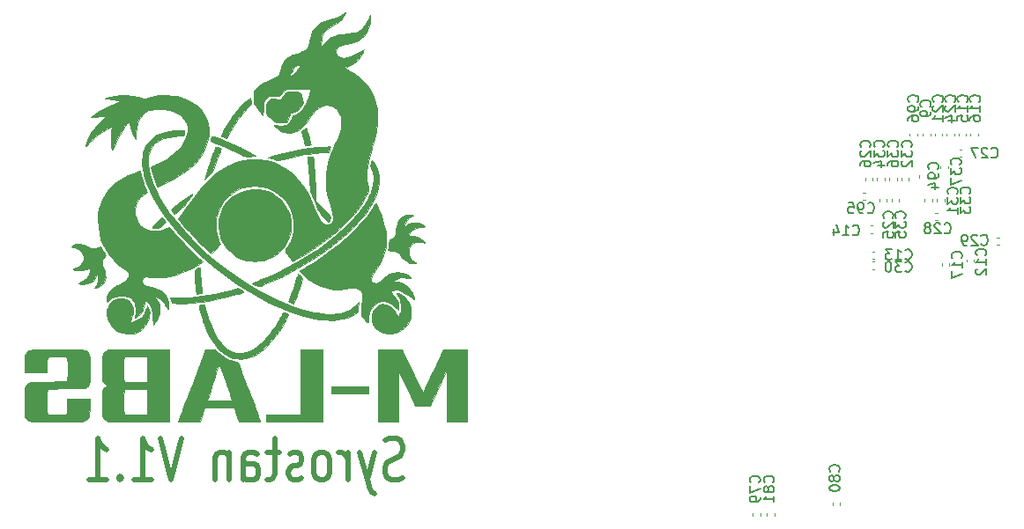
<source format=gbr>
%TF.GenerationSoftware,KiCad,Pcbnew,5.1.12-84ad8e8a86~92~ubuntu20.04.1*%
%TF.CreationDate,2022-02-12T16:21:49+08:00*%
%TF.ProjectId,TestAutomation,54657374-4175-4746-9f6d-6174696f6e2e,rev?*%
%TF.SameCoordinates,Original*%
%TF.FileFunction,Legend,Bot*%
%TF.FilePolarity,Positive*%
%FSLAX46Y46*%
G04 Gerber Fmt 4.6, Leading zero omitted, Abs format (unit mm)*
G04 Created by KiCad (PCBNEW 5.1.12-84ad8e8a86~92~ubuntu20.04.1) date 2022-02-12 16:21:49*
%MOMM*%
%LPD*%
G01*
G04 APERTURE LIST*
%ADD10C,0.500000*%
%ADD11C,0.010000*%
%ADD12C,0.120000*%
%ADD13C,0.150000*%
G04 APERTURE END LIST*
D10*
X128763328Y-114329047D02*
X128334757Y-114519523D01*
X127620471Y-114519523D01*
X127334757Y-114329047D01*
X127191900Y-114138571D01*
X127049042Y-113757619D01*
X127049042Y-113376666D01*
X127191900Y-112995714D01*
X127334757Y-112805238D01*
X127620471Y-112614761D01*
X128191900Y-112424285D01*
X128477614Y-112233809D01*
X128620471Y-112043333D01*
X128763328Y-111662380D01*
X128763328Y-111281428D01*
X128620471Y-110900476D01*
X128477614Y-110710000D01*
X128191900Y-110519523D01*
X127477614Y-110519523D01*
X127049042Y-110710000D01*
X126049042Y-111852857D02*
X125334757Y-114519523D01*
X124620471Y-111852857D02*
X125334757Y-114519523D01*
X125620471Y-115471904D01*
X125763328Y-115662380D01*
X126049042Y-115852857D01*
X123477614Y-114519523D02*
X123477614Y-111852857D01*
X123477614Y-112614761D02*
X123334757Y-112233809D01*
X123191900Y-112043333D01*
X122906185Y-111852857D01*
X122620471Y-111852857D01*
X121191900Y-114519523D02*
X121477614Y-114329047D01*
X121620471Y-114138571D01*
X121763328Y-113757619D01*
X121763328Y-112614761D01*
X121620471Y-112233809D01*
X121477614Y-112043333D01*
X121191900Y-111852857D01*
X120763328Y-111852857D01*
X120477614Y-112043333D01*
X120334757Y-112233809D01*
X120191900Y-112614761D01*
X120191900Y-113757619D01*
X120334757Y-114138571D01*
X120477614Y-114329047D01*
X120763328Y-114519523D01*
X121191900Y-114519523D01*
X119049042Y-114329047D02*
X118763328Y-114519523D01*
X118191900Y-114519523D01*
X117906185Y-114329047D01*
X117763328Y-113948095D01*
X117763328Y-113757619D01*
X117906185Y-113376666D01*
X118191900Y-113186190D01*
X118620471Y-113186190D01*
X118906185Y-112995714D01*
X119049042Y-112614761D01*
X119049042Y-112424285D01*
X118906185Y-112043333D01*
X118620471Y-111852857D01*
X118191900Y-111852857D01*
X117906185Y-112043333D01*
X116906185Y-111852857D02*
X115763328Y-111852857D01*
X116477614Y-110519523D02*
X116477614Y-113948095D01*
X116334757Y-114329047D01*
X116049042Y-114519523D01*
X115763328Y-114519523D01*
X113477614Y-114519523D02*
X113477614Y-112424285D01*
X113620471Y-112043333D01*
X113906185Y-111852857D01*
X114477614Y-111852857D01*
X114763328Y-112043333D01*
X113477614Y-114329047D02*
X113763328Y-114519523D01*
X114477614Y-114519523D01*
X114763328Y-114329047D01*
X114906185Y-113948095D01*
X114906185Y-113567142D01*
X114763328Y-113186190D01*
X114477614Y-112995714D01*
X113763328Y-112995714D01*
X113477614Y-112805238D01*
X112049042Y-111852857D02*
X112049042Y-114519523D01*
X112049042Y-112233809D02*
X111906185Y-112043333D01*
X111620471Y-111852857D01*
X111191900Y-111852857D01*
X110906185Y-112043333D01*
X110763328Y-112424285D01*
X110763328Y-114519523D01*
X107477614Y-110519523D02*
X106477614Y-114519523D01*
X105477614Y-110519523D01*
X102906185Y-114519523D02*
X104620471Y-114519523D01*
X103763328Y-114519523D02*
X103763328Y-110519523D01*
X104049042Y-111090952D01*
X104334757Y-111471904D01*
X104620471Y-111662380D01*
X101620471Y-114138571D02*
X101477614Y-114329047D01*
X101620471Y-114519523D01*
X101763328Y-114329047D01*
X101620471Y-114138571D01*
X101620471Y-114519523D01*
X98620471Y-114519523D02*
X100334757Y-114519523D01*
X99477614Y-114519523D02*
X99477614Y-110519523D01*
X99763328Y-111090952D01*
X100049042Y-111471904D01*
X100334757Y-111662380D01*
D11*
%TO.C,G\u002A\u002A\u002A*%
G36*
X117874340Y-77183289D02*
G01*
X117722620Y-77205271D01*
X117604856Y-77250639D01*
X117534813Y-77293115D01*
X117416728Y-77403063D01*
X117284156Y-77571681D01*
X117161749Y-77763879D01*
X117074157Y-77944568D01*
X117070766Y-77953677D01*
X117018470Y-77961774D01*
X116895011Y-77945055D01*
X116726766Y-77907140D01*
X116721232Y-77905694D01*
X116490743Y-77855775D01*
X116306267Y-77844969D01*
X116142424Y-77865817D01*
X115937124Y-77938939D01*
X115785988Y-78072193D01*
X115684341Y-78274520D01*
X115627510Y-78554859D01*
X115610812Y-78882990D01*
X115619418Y-79082397D01*
X115656855Y-79232425D01*
X115737717Y-79384291D01*
X115766123Y-79428086D01*
X116028112Y-79742149D01*
X116339412Y-79974599D01*
X116689116Y-80119291D01*
X117066318Y-80170078D01*
X117082800Y-80170064D01*
X117272294Y-80162551D01*
X117433062Y-80145130D01*
X117518173Y-80125393D01*
X117653759Y-80023259D01*
X117761435Y-79834687D01*
X117844627Y-79553466D01*
X117851517Y-79521048D01*
X117890071Y-79350464D01*
X117926418Y-79256958D01*
X117975912Y-79217538D01*
X118053911Y-79209212D01*
X118059796Y-79209200D01*
X118332308Y-79159156D01*
X118597062Y-79012037D01*
X118847614Y-78772358D01*
X119022084Y-78534956D01*
X119113775Y-78378264D01*
X119154768Y-78254154D01*
X119157251Y-78115406D01*
X119149657Y-78040687D01*
X119108616Y-77849165D01*
X119035982Y-77632343D01*
X118985039Y-77515396D01*
X118913559Y-77382350D01*
X118838730Y-77289785D01*
X118741209Y-77230374D01*
X118601651Y-77196792D01*
X118400715Y-77181711D01*
X118119056Y-77177806D01*
X118093613Y-77177759D01*
X117874340Y-77183289D01*
G37*
X117874340Y-77183289D02*
X117722620Y-77205271D01*
X117604856Y-77250639D01*
X117534813Y-77293115D01*
X117416728Y-77403063D01*
X117284156Y-77571681D01*
X117161749Y-77763879D01*
X117074157Y-77944568D01*
X117070766Y-77953677D01*
X117018470Y-77961774D01*
X116895011Y-77945055D01*
X116726766Y-77907140D01*
X116721232Y-77905694D01*
X116490743Y-77855775D01*
X116306267Y-77844969D01*
X116142424Y-77865817D01*
X115937124Y-77938939D01*
X115785988Y-78072193D01*
X115684341Y-78274520D01*
X115627510Y-78554859D01*
X115610812Y-78882990D01*
X115619418Y-79082397D01*
X115656855Y-79232425D01*
X115737717Y-79384291D01*
X115766123Y-79428086D01*
X116028112Y-79742149D01*
X116339412Y-79974599D01*
X116689116Y-80119291D01*
X117066318Y-80170078D01*
X117082800Y-80170064D01*
X117272294Y-80162551D01*
X117433062Y-80145130D01*
X117518173Y-80125393D01*
X117653759Y-80023259D01*
X117761435Y-79834687D01*
X117844627Y-79553466D01*
X117851517Y-79521048D01*
X117890071Y-79350464D01*
X117926418Y-79256958D01*
X117975912Y-79217538D01*
X118053911Y-79209212D01*
X118059796Y-79209200D01*
X118332308Y-79159156D01*
X118597062Y-79012037D01*
X118847614Y-78772358D01*
X119022084Y-78534956D01*
X119113775Y-78378264D01*
X119154768Y-78254154D01*
X119157251Y-78115406D01*
X119149657Y-78040687D01*
X119108616Y-77849165D01*
X119035982Y-77632343D01*
X118985039Y-77515396D01*
X118913559Y-77382350D01*
X118838730Y-77289785D01*
X118741209Y-77230374D01*
X118601651Y-77196792D01*
X118400715Y-77181711D01*
X118119056Y-77177806D01*
X118093613Y-77177759D01*
X117874340Y-77183289D01*
G36*
X114024082Y-77835300D02*
G01*
X113912877Y-77920909D01*
X113764337Y-78039951D01*
X113701196Y-78091600D01*
X113370129Y-78393996D01*
X113016915Y-78771310D01*
X112658306Y-79204601D01*
X112350289Y-79618976D01*
X112219091Y-79812296D01*
X112070687Y-80043203D01*
X111914083Y-80296231D01*
X111758284Y-80555912D01*
X111612294Y-80806778D01*
X111485119Y-81033364D01*
X111385764Y-81220202D01*
X111323235Y-81351824D01*
X111306290Y-81412132D01*
X111358501Y-81454086D01*
X111475477Y-81512362D01*
X111558661Y-81546322D01*
X111796433Y-81636578D01*
X112056572Y-81146789D01*
X112467855Y-80438162D01*
X112921748Y-79775846D01*
X113404189Y-79178914D01*
X113850198Y-78714265D01*
X114220088Y-78362906D01*
X114167217Y-78074295D01*
X114133183Y-77921926D01*
X114099115Y-77822564D01*
X114077604Y-77798942D01*
X114024082Y-77835300D01*
G37*
X114024082Y-77835300D02*
X113912877Y-77920909D01*
X113764337Y-78039951D01*
X113701196Y-78091600D01*
X113370129Y-78393996D01*
X113016915Y-78771310D01*
X112658306Y-79204601D01*
X112350289Y-79618976D01*
X112219091Y-79812296D01*
X112070687Y-80043203D01*
X111914083Y-80296231D01*
X111758284Y-80555912D01*
X111612294Y-80806778D01*
X111485119Y-81033364D01*
X111385764Y-81220202D01*
X111323235Y-81351824D01*
X111306290Y-81412132D01*
X111358501Y-81454086D01*
X111475477Y-81512362D01*
X111558661Y-81546322D01*
X111796433Y-81636578D01*
X112056572Y-81146789D01*
X112467855Y-80438162D01*
X112921748Y-79775846D01*
X113404189Y-79178914D01*
X113850198Y-78714265D01*
X114220088Y-78362906D01*
X114167217Y-78074295D01*
X114133183Y-77921926D01*
X114099115Y-77822564D01*
X114077604Y-77798942D01*
X114024082Y-77835300D01*
G36*
X119253573Y-80816354D02*
G01*
X119038600Y-81012600D01*
X119203700Y-81618487D01*
X119267247Y-81856901D01*
X119319454Y-82062681D01*
X119355053Y-82214361D01*
X119368781Y-82290472D01*
X119368800Y-82291587D01*
X119383868Y-82330192D01*
X119441799Y-82347151D01*
X119561685Y-82343939D01*
X119762500Y-82322051D01*
X119874946Y-82290766D01*
X119927144Y-82242085D01*
X119927600Y-82237240D01*
X119914308Y-82163183D01*
X119878503Y-82013947D01*
X119826296Y-81811836D01*
X119763795Y-81579157D01*
X119697110Y-81338214D01*
X119632350Y-81111314D01*
X119575625Y-80920761D01*
X119533043Y-80788862D01*
X119524516Y-80765554D01*
X119468546Y-80620109D01*
X119253573Y-80816354D01*
G37*
X119253573Y-80816354D02*
X119038600Y-81012600D01*
X119203700Y-81618487D01*
X119267247Y-81856901D01*
X119319454Y-82062681D01*
X119355053Y-82214361D01*
X119368781Y-82290472D01*
X119368800Y-82291587D01*
X119383868Y-82330192D01*
X119441799Y-82347151D01*
X119561685Y-82343939D01*
X119762500Y-82322051D01*
X119874946Y-82290766D01*
X119927144Y-82242085D01*
X119927600Y-82237240D01*
X119914308Y-82163183D01*
X119878503Y-82013947D01*
X119826296Y-81811836D01*
X119763795Y-81579157D01*
X119697110Y-81338214D01*
X119632350Y-81111314D01*
X119575625Y-80920761D01*
X119533043Y-80788862D01*
X119524516Y-80765554D01*
X119468546Y-80620109D01*
X119253573Y-80816354D01*
G36*
X110392942Y-81505263D02*
G01*
X110365694Y-81574706D01*
X110344065Y-81679855D01*
X110340359Y-81698817D01*
X110313466Y-81853116D01*
X110315028Y-81937705D01*
X110350421Y-81981814D01*
X110396408Y-82003545D01*
X110484968Y-82037370D01*
X110645940Y-82097467D01*
X110856292Y-82175281D01*
X111088400Y-82260576D01*
X111479295Y-82412036D01*
X111928880Y-82600047D01*
X112407257Y-82811414D01*
X112884527Y-83032942D01*
X113311148Y-83241529D01*
X113476389Y-83322143D01*
X113609405Y-83374651D01*
X113737316Y-83402687D01*
X113887241Y-83409885D01*
X114086297Y-83399881D01*
X114334777Y-83378731D01*
X114660154Y-83349400D01*
X114182377Y-83087831D01*
X113114982Y-82534240D01*
X112067578Y-82054889D01*
X111139200Y-81683686D01*
X110858546Y-81578865D01*
X110658613Y-81508327D01*
X110524381Y-81472358D01*
X110440831Y-81471242D01*
X110392942Y-81505263D01*
G37*
X110392942Y-81505263D02*
X110365694Y-81574706D01*
X110344065Y-81679855D01*
X110340359Y-81698817D01*
X110313466Y-81853116D01*
X110315028Y-81937705D01*
X110350421Y-81981814D01*
X110396408Y-82003545D01*
X110484968Y-82037370D01*
X110645940Y-82097467D01*
X110856292Y-82175281D01*
X111088400Y-82260576D01*
X111479295Y-82412036D01*
X111928880Y-82600047D01*
X112407257Y-82811414D01*
X112884527Y-83032942D01*
X113311148Y-83241529D01*
X113476389Y-83322143D01*
X113609405Y-83374651D01*
X113737316Y-83402687D01*
X113887241Y-83409885D01*
X114086297Y-83399881D01*
X114334777Y-83378731D01*
X114660154Y-83349400D01*
X114182377Y-83087831D01*
X113114982Y-82534240D01*
X112067578Y-82054889D01*
X111139200Y-81683686D01*
X110858546Y-81578865D01*
X110658613Y-81508327D01*
X110524381Y-81472358D01*
X110440831Y-81471242D01*
X110392942Y-81505263D01*
G36*
X121431022Y-82464527D02*
G01*
X121185323Y-82477257D01*
X120908768Y-82494688D01*
X120618938Y-82515702D01*
X120333418Y-82539184D01*
X120069788Y-82564016D01*
X119845631Y-82589080D01*
X119826000Y-82591565D01*
X119157079Y-82692016D01*
X118430327Y-82827132D01*
X117680307Y-82989317D01*
X116941583Y-83170976D01*
X116248718Y-83364511D01*
X116092200Y-83412160D01*
X115787400Y-83506636D01*
X116226637Y-83643918D01*
X116457201Y-83714270D01*
X116624175Y-83755068D01*
X116760860Y-83767331D01*
X116900558Y-83752076D01*
X117076570Y-83710323D01*
X117209800Y-83673984D01*
X118271090Y-83417869D01*
X119384251Y-83217908D01*
X120512634Y-83080392D01*
X120818126Y-83054558D01*
X121614203Y-82993800D01*
X121710661Y-82739800D01*
X121764506Y-82594583D01*
X121799537Y-82493537D01*
X121807159Y-82465711D01*
X121759522Y-82457637D01*
X121628283Y-82457615D01*
X121431022Y-82464527D01*
G37*
X121431022Y-82464527D02*
X121185323Y-82477257D01*
X120908768Y-82494688D01*
X120618938Y-82515702D01*
X120333418Y-82539184D01*
X120069788Y-82564016D01*
X119845631Y-82589080D01*
X119826000Y-82591565D01*
X119157079Y-82692016D01*
X118430327Y-82827132D01*
X117680307Y-82989317D01*
X116941583Y-83170976D01*
X116248718Y-83364511D01*
X116092200Y-83412160D01*
X115787400Y-83506636D01*
X116226637Y-83643918D01*
X116457201Y-83714270D01*
X116624175Y-83755068D01*
X116760860Y-83767331D01*
X116900558Y-83752076D01*
X117076570Y-83710323D01*
X117209800Y-83673984D01*
X118271090Y-83417869D01*
X119384251Y-83217908D01*
X120512634Y-83080392D01*
X120818126Y-83054558D01*
X121614203Y-82993800D01*
X121710661Y-82739800D01*
X121764506Y-82594583D01*
X121799537Y-82493537D01*
X121807159Y-82465711D01*
X121759522Y-82457637D01*
X121628283Y-82457615D01*
X121431022Y-82464527D01*
G36*
X110810329Y-82467719D02*
G01*
X110770388Y-82538903D01*
X110704551Y-82691440D01*
X110618316Y-82910056D01*
X110517182Y-83179478D01*
X110406648Y-83484430D01*
X110292211Y-83809638D01*
X110179371Y-84139829D01*
X110073625Y-84459727D01*
X109980472Y-84754058D01*
X109944335Y-84873400D01*
X109873259Y-85111572D01*
X109811619Y-85316896D01*
X109765768Y-85468294D01*
X109742059Y-85544688D01*
X109741455Y-85546500D01*
X109728456Y-85603262D01*
X109731095Y-85607647D01*
X109770227Y-85574117D01*
X109867333Y-85485307D01*
X110006610Y-85355785D01*
X110130658Y-85239347D01*
X110308466Y-85068324D01*
X110429652Y-84936392D01*
X110513237Y-84814814D01*
X110578242Y-84674853D01*
X110643688Y-84487773D01*
X110658689Y-84441600D01*
X110732453Y-84221827D01*
X110829977Y-83943070D01*
X110938541Y-83641169D01*
X111044932Y-83353279D01*
X111134600Y-83112211D01*
X111209704Y-82905701D01*
X111263704Y-82752084D01*
X111290061Y-82669695D01*
X111291600Y-82661680D01*
X111249069Y-82626430D01*
X111145099Y-82574845D01*
X111015132Y-82521206D01*
X110894605Y-82479797D01*
X110818957Y-82464899D01*
X110810329Y-82467719D01*
G37*
X110810329Y-82467719D02*
X110770388Y-82538903D01*
X110704551Y-82691440D01*
X110618316Y-82910056D01*
X110517182Y-83179478D01*
X110406648Y-83484430D01*
X110292211Y-83809638D01*
X110179371Y-84139829D01*
X110073625Y-84459727D01*
X109980472Y-84754058D01*
X109944335Y-84873400D01*
X109873259Y-85111572D01*
X109811619Y-85316896D01*
X109765768Y-85468294D01*
X109742059Y-85544688D01*
X109741455Y-85546500D01*
X109728456Y-85603262D01*
X109731095Y-85607647D01*
X109770227Y-85574117D01*
X109867333Y-85485307D01*
X110006610Y-85355785D01*
X110130658Y-85239347D01*
X110308466Y-85068324D01*
X110429652Y-84936392D01*
X110513237Y-84814814D01*
X110578242Y-84674853D01*
X110643688Y-84487773D01*
X110658689Y-84441600D01*
X110732453Y-84221827D01*
X110829977Y-83943070D01*
X110938541Y-83641169D01*
X111044932Y-83353279D01*
X111134600Y-83112211D01*
X111209704Y-82905701D01*
X111263704Y-82752084D01*
X111290061Y-82669695D01*
X111291600Y-82661680D01*
X111249069Y-82626430D01*
X111145099Y-82574845D01*
X111015132Y-82521206D01*
X110894605Y-82479797D01*
X110818957Y-82464899D01*
X110810329Y-82467719D01*
G36*
X105322069Y-77527523D02*
G01*
X104620744Y-77664476D01*
X104317112Y-77756217D01*
X104132990Y-77815968D01*
X104010021Y-77844431D01*
X103913217Y-77843176D01*
X103807591Y-77813774D01*
X103724255Y-77782831D01*
X103262460Y-77643835D01*
X102751232Y-77552932D01*
X102214381Y-77510062D01*
X101675713Y-77515166D01*
X101159035Y-77568184D01*
X100688156Y-77669057D01*
X100344200Y-77791271D01*
X100141000Y-77881223D01*
X100496600Y-77886596D01*
X100745767Y-77901018D01*
X101009016Y-77933652D01*
X101255486Y-77979063D01*
X101454317Y-78031811D01*
X101553393Y-78072794D01*
X101573981Y-78101200D01*
X101537741Y-78139769D01*
X101433785Y-78194698D01*
X101251221Y-78272186D01*
X101094244Y-78334094D01*
X100658052Y-78521528D01*
X100176215Y-78760068D01*
X99679200Y-79033520D01*
X99197474Y-79325691D01*
X99056673Y-79417093D01*
X98880306Y-79536960D01*
X98785397Y-79610977D01*
X98765906Y-79644934D01*
X98815793Y-79644621D01*
X98820200Y-79643770D01*
X98928896Y-79629721D01*
X99113671Y-79613504D01*
X99349088Y-79597085D01*
X99609712Y-79582429D01*
X99621426Y-79581853D01*
X100270251Y-79550109D01*
X99668983Y-80154354D01*
X99189571Y-80678141D01*
X98810060Y-81185651D01*
X98530146Y-81677369D01*
X98349522Y-82153781D01*
X98311594Y-82308000D01*
X98299973Y-82376944D01*
X98308370Y-82406591D01*
X98346869Y-82389698D01*
X98425556Y-82319023D01*
X98554515Y-82187323D01*
X98713998Y-82019008D01*
X98927163Y-81803151D01*
X99161466Y-81582334D01*
X99385144Y-81385727D01*
X99532118Y-81267708D01*
X99717933Y-81136850D01*
X99934944Y-80997881D01*
X100162628Y-80862329D01*
X100380463Y-80741723D01*
X100567926Y-80647591D01*
X100704494Y-80591460D01*
X100754962Y-80580799D01*
X100785311Y-80611617D01*
X100784537Y-80713790D01*
X100763540Y-80847500D01*
X100746668Y-80997658D01*
X100736665Y-81212704D01*
X100733006Y-81471268D01*
X100735168Y-81751981D01*
X100742627Y-82033472D01*
X100754858Y-82294370D01*
X100771338Y-82513307D01*
X100791543Y-82668911D01*
X100809768Y-82732959D01*
X100844424Y-82773139D01*
X100879685Y-82747606D01*
X100927731Y-82643185D01*
X100952386Y-82578713D01*
X101126195Y-82155684D01*
X101334751Y-81716391D01*
X101565436Y-81283191D01*
X101805636Y-80878438D01*
X102042732Y-80524490D01*
X102264109Y-80243701D01*
X102280489Y-80225371D01*
X102391188Y-80108384D01*
X102455868Y-80060569D01*
X102492800Y-80072421D01*
X102509952Y-80106017D01*
X102540272Y-80230722D01*
X102550430Y-80333720D01*
X102572205Y-80469816D01*
X102626147Y-80670508D01*
X102702739Y-80907736D01*
X102792462Y-81153441D01*
X102885797Y-81379564D01*
X102953053Y-81520600D01*
X103085257Y-81774600D01*
X103117726Y-81266600D01*
X103187613Y-80671986D01*
X103315905Y-80157786D01*
X103502205Y-79725061D01*
X103746113Y-79374868D01*
X103880450Y-79239167D01*
X104043513Y-79109556D01*
X104209460Y-79004553D01*
X104323397Y-78953754D01*
X104442893Y-78931533D01*
X104638869Y-78909239D01*
X104886235Y-78889182D01*
X105159899Y-78873671D01*
X105221000Y-78871103D01*
X105782982Y-78870918D01*
X106266063Y-78920118D01*
X106681949Y-79022117D01*
X107042344Y-79180331D01*
X107358955Y-79398174D01*
X107514142Y-79540108D01*
X107798603Y-79886923D01*
X107985214Y-80260563D01*
X108073871Y-80660130D01*
X108064470Y-81084727D01*
X107956906Y-81533457D01*
X107791875Y-81925857D01*
X107489885Y-82423152D01*
X107098352Y-82880601D01*
X106615941Y-83299304D01*
X106041319Y-83680361D01*
X105373150Y-84024874D01*
X105106700Y-84141316D01*
X104871111Y-84243299D01*
X104716426Y-84320242D01*
X104627882Y-84381309D01*
X104590711Y-84435658D01*
X104586780Y-84463888D01*
X104603444Y-84594970D01*
X104647706Y-84793007D01*
X104713007Y-85037415D01*
X104792782Y-85307610D01*
X104880471Y-85583010D01*
X104969511Y-85843032D01*
X105053339Y-86067090D01*
X105125395Y-86234604D01*
X105179115Y-86324988D01*
X105180603Y-86326522D01*
X105237503Y-86318422D01*
X105367069Y-86268787D01*
X105552838Y-86184853D01*
X105778348Y-86073857D01*
X105907282Y-86007095D01*
X106645584Y-85603592D01*
X107291952Y-85217155D01*
X107853352Y-84841585D01*
X108336750Y-84470679D01*
X108749112Y-84098239D01*
X109097404Y-83718062D01*
X109388592Y-83323948D01*
X109629641Y-82909696D01*
X109797359Y-82544346D01*
X109991557Y-81958657D01*
X110096118Y-81376653D01*
X110113011Y-80807342D01*
X110044204Y-80259731D01*
X109891666Y-79742828D01*
X109657365Y-79265642D01*
X109343269Y-78837179D01*
X108951347Y-78466447D01*
X108897115Y-78424713D01*
X108363004Y-78083227D01*
X107768929Y-77817863D01*
X107109824Y-77626579D01*
X106746151Y-77556750D01*
X106031888Y-77491503D01*
X105322069Y-77527523D01*
G37*
X105322069Y-77527523D02*
X104620744Y-77664476D01*
X104317112Y-77756217D01*
X104132990Y-77815968D01*
X104010021Y-77844431D01*
X103913217Y-77843176D01*
X103807591Y-77813774D01*
X103724255Y-77782831D01*
X103262460Y-77643835D01*
X102751232Y-77552932D01*
X102214381Y-77510062D01*
X101675713Y-77515166D01*
X101159035Y-77568184D01*
X100688156Y-77669057D01*
X100344200Y-77791271D01*
X100141000Y-77881223D01*
X100496600Y-77886596D01*
X100745767Y-77901018D01*
X101009016Y-77933652D01*
X101255486Y-77979063D01*
X101454317Y-78031811D01*
X101553393Y-78072794D01*
X101573981Y-78101200D01*
X101537741Y-78139769D01*
X101433785Y-78194698D01*
X101251221Y-78272186D01*
X101094244Y-78334094D01*
X100658052Y-78521528D01*
X100176215Y-78760068D01*
X99679200Y-79033520D01*
X99197474Y-79325691D01*
X99056673Y-79417093D01*
X98880306Y-79536960D01*
X98785397Y-79610977D01*
X98765906Y-79644934D01*
X98815793Y-79644621D01*
X98820200Y-79643770D01*
X98928896Y-79629721D01*
X99113671Y-79613504D01*
X99349088Y-79597085D01*
X99609712Y-79582429D01*
X99621426Y-79581853D01*
X100270251Y-79550109D01*
X99668983Y-80154354D01*
X99189571Y-80678141D01*
X98810060Y-81185651D01*
X98530146Y-81677369D01*
X98349522Y-82153781D01*
X98311594Y-82308000D01*
X98299973Y-82376944D01*
X98308370Y-82406591D01*
X98346869Y-82389698D01*
X98425556Y-82319023D01*
X98554515Y-82187323D01*
X98713998Y-82019008D01*
X98927163Y-81803151D01*
X99161466Y-81582334D01*
X99385144Y-81385727D01*
X99532118Y-81267708D01*
X99717933Y-81136850D01*
X99934944Y-80997881D01*
X100162628Y-80862329D01*
X100380463Y-80741723D01*
X100567926Y-80647591D01*
X100704494Y-80591460D01*
X100754962Y-80580799D01*
X100785311Y-80611617D01*
X100784537Y-80713790D01*
X100763540Y-80847500D01*
X100746668Y-80997658D01*
X100736665Y-81212704D01*
X100733006Y-81471268D01*
X100735168Y-81751981D01*
X100742627Y-82033472D01*
X100754858Y-82294370D01*
X100771338Y-82513307D01*
X100791543Y-82668911D01*
X100809768Y-82732959D01*
X100844424Y-82773139D01*
X100879685Y-82747606D01*
X100927731Y-82643185D01*
X100952386Y-82578713D01*
X101126195Y-82155684D01*
X101334751Y-81716391D01*
X101565436Y-81283191D01*
X101805636Y-80878438D01*
X102042732Y-80524490D01*
X102264109Y-80243701D01*
X102280489Y-80225371D01*
X102391188Y-80108384D01*
X102455868Y-80060569D01*
X102492800Y-80072421D01*
X102509952Y-80106017D01*
X102540272Y-80230722D01*
X102550430Y-80333720D01*
X102572205Y-80469816D01*
X102626147Y-80670508D01*
X102702739Y-80907736D01*
X102792462Y-81153441D01*
X102885797Y-81379564D01*
X102953053Y-81520600D01*
X103085257Y-81774600D01*
X103117726Y-81266600D01*
X103187613Y-80671986D01*
X103315905Y-80157786D01*
X103502205Y-79725061D01*
X103746113Y-79374868D01*
X103880450Y-79239167D01*
X104043513Y-79109556D01*
X104209460Y-79004553D01*
X104323397Y-78953754D01*
X104442893Y-78931533D01*
X104638869Y-78909239D01*
X104886235Y-78889182D01*
X105159899Y-78873671D01*
X105221000Y-78871103D01*
X105782982Y-78870918D01*
X106266063Y-78920118D01*
X106681949Y-79022117D01*
X107042344Y-79180331D01*
X107358955Y-79398174D01*
X107514142Y-79540108D01*
X107798603Y-79886923D01*
X107985214Y-80260563D01*
X108073871Y-80660130D01*
X108064470Y-81084727D01*
X107956906Y-81533457D01*
X107791875Y-81925857D01*
X107489885Y-82423152D01*
X107098352Y-82880601D01*
X106615941Y-83299304D01*
X106041319Y-83680361D01*
X105373150Y-84024874D01*
X105106700Y-84141316D01*
X104871111Y-84243299D01*
X104716426Y-84320242D01*
X104627882Y-84381309D01*
X104590711Y-84435658D01*
X104586780Y-84463888D01*
X104603444Y-84594970D01*
X104647706Y-84793007D01*
X104713007Y-85037415D01*
X104792782Y-85307610D01*
X104880471Y-85583010D01*
X104969511Y-85843032D01*
X105053339Y-86067090D01*
X105125395Y-86234604D01*
X105179115Y-86324988D01*
X105180603Y-86326522D01*
X105237503Y-86318422D01*
X105367069Y-86268787D01*
X105552838Y-86184853D01*
X105778348Y-86073857D01*
X105907282Y-86007095D01*
X106645584Y-85603592D01*
X107291952Y-85217155D01*
X107853352Y-84841585D01*
X108336750Y-84470679D01*
X108749112Y-84098239D01*
X109097404Y-83718062D01*
X109388592Y-83323948D01*
X109629641Y-82909696D01*
X109797359Y-82544346D01*
X109991557Y-81958657D01*
X110096118Y-81376653D01*
X110113011Y-80807342D01*
X110044204Y-80259731D01*
X109891666Y-79742828D01*
X109657365Y-79265642D01*
X109343269Y-78837179D01*
X108951347Y-78466447D01*
X108897115Y-78424713D01*
X108363004Y-78083227D01*
X107768929Y-77817863D01*
X107109824Y-77626579D01*
X106746151Y-77556750D01*
X106031888Y-77491503D01*
X105322069Y-77527523D01*
G36*
X108548400Y-87004820D02*
G01*
X108412507Y-87089530D01*
X108214961Y-87221919D01*
X107975070Y-87388286D01*
X107712145Y-87574932D01*
X107445495Y-87768156D01*
X107194429Y-87954257D01*
X106987422Y-88112380D01*
X106467843Y-88517513D01*
X106627733Y-88740156D01*
X106717548Y-88863337D01*
X106779097Y-88944192D01*
X106795673Y-88962800D01*
X106836260Y-88933460D01*
X106940070Y-88853950D01*
X107090560Y-88737030D01*
X107240112Y-88619900D01*
X107516353Y-88385318D01*
X107749151Y-88142949D01*
X107976009Y-87853001D01*
X108017186Y-87795404D01*
X108167833Y-87583523D01*
X108311041Y-87383992D01*
X108428540Y-87222164D01*
X108491236Y-87137565D01*
X108554800Y-87042659D01*
X108565889Y-87000293D01*
X108548400Y-87004820D01*
G37*
X108548400Y-87004820D02*
X108412507Y-87089530D01*
X108214961Y-87221919D01*
X107975070Y-87388286D01*
X107712145Y-87574932D01*
X107445495Y-87768156D01*
X107194429Y-87954257D01*
X106987422Y-88112380D01*
X106467843Y-88517513D01*
X106627733Y-88740156D01*
X106717548Y-88863337D01*
X106779097Y-88944192D01*
X106795673Y-88962800D01*
X106836260Y-88933460D01*
X106940070Y-88853950D01*
X107090560Y-88737030D01*
X107240112Y-88619900D01*
X107516353Y-88385318D01*
X107749151Y-88142949D01*
X107976009Y-87853001D01*
X108017186Y-87795404D01*
X108167833Y-87583523D01*
X108311041Y-87383992D01*
X108428540Y-87222164D01*
X108491236Y-87137565D01*
X108554800Y-87042659D01*
X108565889Y-87000293D01*
X108548400Y-87004820D01*
G36*
X119959722Y-83404445D02*
G01*
X119912011Y-83409604D01*
X119766173Y-83428472D01*
X119662034Y-83445848D01*
X119644976Y-83449952D01*
X119622670Y-83497934D01*
X119620434Y-83627536D01*
X119638400Y-83845910D01*
X119655154Y-83991869D01*
X119677681Y-84206616D01*
X119702936Y-84497731D01*
X119729021Y-84840086D01*
X119754040Y-85208555D01*
X119776095Y-85578009D01*
X119779215Y-85635400D01*
X119839074Y-86753000D01*
X120039330Y-87152718D01*
X120139060Y-87363270D01*
X120258481Y-87632832D01*
X120381897Y-87925172D01*
X120483752Y-88178668D01*
X120588637Y-88442041D01*
X120675861Y-88637996D01*
X120762690Y-88794524D01*
X120866390Y-88939617D01*
X121004226Y-89101265D01*
X121153260Y-89264105D01*
X121318506Y-89439928D01*
X121459182Y-89584772D01*
X121560967Y-89684228D01*
X121609539Y-89723890D01*
X121610480Y-89724054D01*
X121666407Y-89690835D01*
X121697152Y-89658779D01*
X121739868Y-89568445D01*
X121777759Y-89426260D01*
X121785069Y-89385609D01*
X121794436Y-89306325D01*
X121789938Y-89233004D01*
X121763820Y-89155167D01*
X121708323Y-89062333D01*
X121615693Y-88944021D01*
X121478172Y-88789751D01*
X121288003Y-88589042D01*
X121037430Y-88331414D01*
X120904347Y-88195595D01*
X120376077Y-87656990D01*
X120357604Y-86465043D01*
X120347683Y-86057922D01*
X120330806Y-85626051D01*
X120308222Y-85187426D01*
X120281183Y-84760043D01*
X120250939Y-84361898D01*
X120218742Y-84010984D01*
X120185844Y-83725299D01*
X120153493Y-83522837D01*
X120152852Y-83519721D01*
X120126315Y-83435832D01*
X120072576Y-83402271D01*
X119959722Y-83404445D01*
G37*
X119959722Y-83404445D02*
X119912011Y-83409604D01*
X119766173Y-83428472D01*
X119662034Y-83445848D01*
X119644976Y-83449952D01*
X119622670Y-83497934D01*
X119620434Y-83627536D01*
X119638400Y-83845910D01*
X119655154Y-83991869D01*
X119677681Y-84206616D01*
X119702936Y-84497731D01*
X119729021Y-84840086D01*
X119754040Y-85208555D01*
X119776095Y-85578009D01*
X119779215Y-85635400D01*
X119839074Y-86753000D01*
X120039330Y-87152718D01*
X120139060Y-87363270D01*
X120258481Y-87632832D01*
X120381897Y-87925172D01*
X120483752Y-88178668D01*
X120588637Y-88442041D01*
X120675861Y-88637996D01*
X120762690Y-88794524D01*
X120866390Y-88939617D01*
X121004226Y-89101265D01*
X121153260Y-89264105D01*
X121318506Y-89439928D01*
X121459182Y-89584772D01*
X121560967Y-89684228D01*
X121609539Y-89723890D01*
X121610480Y-89724054D01*
X121666407Y-89690835D01*
X121697152Y-89658779D01*
X121739868Y-89568445D01*
X121777759Y-89426260D01*
X121785069Y-89385609D01*
X121794436Y-89306325D01*
X121789938Y-89233004D01*
X121763820Y-89155167D01*
X121708323Y-89062333D01*
X121615693Y-88944021D01*
X121478172Y-88789751D01*
X121288003Y-88589042D01*
X121037430Y-88331414D01*
X120904347Y-88195595D01*
X120376077Y-87656990D01*
X120357604Y-86465043D01*
X120347683Y-86057922D01*
X120330806Y-85626051D01*
X120308222Y-85187426D01*
X120281183Y-84760043D01*
X120250939Y-84361898D01*
X120218742Y-84010984D01*
X120185844Y-83725299D01*
X120153493Y-83522837D01*
X120152852Y-83519721D01*
X120126315Y-83435832D01*
X120072576Y-83402271D01*
X119959722Y-83404445D01*
G36*
X105162698Y-89732271D02*
G01*
X104986452Y-89910590D01*
X104839798Y-90064312D01*
X104736186Y-90178938D01*
X104689063Y-90239968D01*
X104687600Y-90244496D01*
X104732926Y-90266350D01*
X104848197Y-90277690D01*
X105002350Y-90278976D01*
X105164325Y-90270669D01*
X105303061Y-90253228D01*
X105373400Y-90234337D01*
X105460129Y-90176867D01*
X105587033Y-90068740D01*
X105716699Y-89943307D01*
X105958398Y-89695100D01*
X105637796Y-89259148D01*
X105162698Y-89732271D01*
G37*
X105162698Y-89732271D02*
X104986452Y-89910590D01*
X104839798Y-90064312D01*
X104736186Y-90178938D01*
X104689063Y-90239968D01*
X104687600Y-90244496D01*
X104732926Y-90266350D01*
X104848197Y-90277690D01*
X105002350Y-90278976D01*
X105164325Y-90270669D01*
X105303061Y-90253228D01*
X105373400Y-90234337D01*
X105460129Y-90176867D01*
X105587033Y-90068740D01*
X105716699Y-89943307D01*
X105958398Y-89695100D01*
X105637796Y-89259148D01*
X105162698Y-89732271D01*
G36*
X113782322Y-86613048D02*
G01*
X113231526Y-86781334D01*
X112721777Y-87036595D01*
X112262239Y-87372804D01*
X111862074Y-87783935D01*
X111530448Y-88263962D01*
X111418176Y-88475684D01*
X111197859Y-89018819D01*
X111074487Y-89553494D01*
X111046020Y-90094156D01*
X111110420Y-90655256D01*
X111110523Y-90655795D01*
X111267621Y-91213620D01*
X111513734Y-91732903D01*
X111840544Y-92204232D01*
X112239732Y-92618193D01*
X112702979Y-92965372D01*
X113221966Y-93236356D01*
X113476000Y-93332453D01*
X113790231Y-93409207D01*
X114164935Y-93456295D01*
X114563922Y-93472678D01*
X114951000Y-93457320D01*
X115289978Y-93409183D01*
X115381000Y-93387068D01*
X115702588Y-93290283D01*
X115965054Y-93188472D01*
X116209962Y-93062999D01*
X116478874Y-92895225D01*
X116481063Y-92893775D01*
X116920087Y-92545107D01*
X117295050Y-92129476D01*
X117599650Y-91660484D01*
X117827585Y-91151731D01*
X117972555Y-90616819D01*
X118028258Y-90069346D01*
X118001726Y-89611743D01*
X117885261Y-89040050D01*
X117693741Y-88527859D01*
X117418911Y-88058511D01*
X117052516Y-87615347D01*
X116971141Y-87532004D01*
X116519545Y-87148642D01*
X116024346Y-86856713D01*
X115488503Y-86657343D01*
X114914971Y-86551662D01*
X114365000Y-86537763D01*
X113782322Y-86613048D01*
G37*
X113782322Y-86613048D02*
X113231526Y-86781334D01*
X112721777Y-87036595D01*
X112262239Y-87372804D01*
X111862074Y-87783935D01*
X111530448Y-88263962D01*
X111418176Y-88475684D01*
X111197859Y-89018819D01*
X111074487Y-89553494D01*
X111046020Y-90094156D01*
X111110420Y-90655256D01*
X111110523Y-90655795D01*
X111267621Y-91213620D01*
X111513734Y-91732903D01*
X111840544Y-92204232D01*
X112239732Y-92618193D01*
X112702979Y-92965372D01*
X113221966Y-93236356D01*
X113476000Y-93332453D01*
X113790231Y-93409207D01*
X114164935Y-93456295D01*
X114563922Y-93472678D01*
X114951000Y-93457320D01*
X115289978Y-93409183D01*
X115381000Y-93387068D01*
X115702588Y-93290283D01*
X115965054Y-93188472D01*
X116209962Y-93062999D01*
X116478874Y-92895225D01*
X116481063Y-92893775D01*
X116920087Y-92545107D01*
X117295050Y-92129476D01*
X117599650Y-91660484D01*
X117827585Y-91151731D01*
X117972555Y-90616819D01*
X118028258Y-90069346D01*
X118001726Y-89611743D01*
X117885261Y-89040050D01*
X117693741Y-88527859D01*
X117418911Y-88058511D01*
X117052516Y-87615347D01*
X116971141Y-87532004D01*
X116519545Y-87148642D01*
X116024346Y-86856713D01*
X115488503Y-86657343D01*
X114914971Y-86551662D01*
X114365000Y-86537763D01*
X113782322Y-86613048D01*
G36*
X123192804Y-69590139D02*
G01*
X123097224Y-69648366D01*
X122988300Y-69724294D01*
X122772439Y-69871347D01*
X122562861Y-69988088D01*
X122332188Y-70086349D01*
X122053042Y-70177965D01*
X121739515Y-70264056D01*
X121487107Y-70333666D01*
X121252078Y-70405741D01*
X121062835Y-70471148D01*
X120957864Y-70515357D01*
X120706792Y-70677437D01*
X120451557Y-70898991D01*
X120228582Y-71146351D01*
X120137899Y-71273337D01*
X120074590Y-71379935D01*
X120020045Y-71494629D01*
X119968986Y-71634464D01*
X119916133Y-71816483D01*
X119856205Y-72057732D01*
X119783923Y-72375255D01*
X119752657Y-72517003D01*
X119693252Y-72743541D01*
X119617022Y-72922605D01*
X119509583Y-73066302D01*
X119356552Y-73186740D01*
X119143545Y-73296028D01*
X118856179Y-73406271D01*
X118591926Y-73494072D01*
X118201663Y-73630536D01*
X117898082Y-73764202D01*
X117666831Y-73902974D01*
X117493558Y-74054755D01*
X117425256Y-74136557D01*
X117359418Y-74252021D01*
X117275984Y-74438773D01*
X117185865Y-74670581D01*
X117103451Y-74910337D01*
X116999036Y-75216862D01*
X116902206Y-75443514D01*
X116797683Y-75609415D01*
X116670187Y-75733686D01*
X116504439Y-75835448D01*
X116285845Y-75933542D01*
X115802337Y-76138240D01*
X115407668Y-76321922D01*
X115093311Y-76492590D01*
X114850737Y-76658245D01*
X114671419Y-76826891D01*
X114546828Y-77006530D01*
X114468436Y-77205164D01*
X114427716Y-77430796D01*
X114416140Y-77688023D01*
X114420042Y-77914413D01*
X114438424Y-78081555D01*
X114481016Y-78231691D01*
X114557545Y-78407061D01*
X114603347Y-78500823D01*
X114775143Y-78794122D01*
X114980580Y-79063837D01*
X115060454Y-79149762D01*
X115330200Y-79420524D01*
X115356462Y-78819562D01*
X115381708Y-78466621D01*
X115426440Y-78196749D01*
X115496638Y-77992315D01*
X115598282Y-77835689D01*
X115731617Y-77713479D01*
X115810294Y-77664953D01*
X115904534Y-77634234D01*
X116038177Y-77617648D01*
X116235064Y-77611527D01*
X116394817Y-77611356D01*
X116917572Y-77613712D01*
X117056246Y-77394514D01*
X117198421Y-77222202D01*
X117379506Y-77069654D01*
X117428237Y-77038585D01*
X117518162Y-76988753D01*
X117605173Y-76951442D01*
X117704293Y-76925462D01*
X117830544Y-76909625D01*
X117998950Y-76902741D01*
X118224534Y-76903620D01*
X118522319Y-76911075D01*
X118886200Y-76923178D01*
X119149340Y-76928202D01*
X119397701Y-76925620D01*
X119601000Y-76916166D01*
X119716911Y-76903060D01*
X119938021Y-76861708D01*
X119903761Y-77032154D01*
X119785809Y-77486795D01*
X119617763Y-77951426D01*
X119413892Y-78392719D01*
X119188464Y-78777342D01*
X119107754Y-78891545D01*
X118951626Y-79065249D01*
X118760436Y-79227002D01*
X118560611Y-79358741D01*
X118378579Y-79442397D01*
X118272229Y-79462723D01*
X118205506Y-79482180D01*
X118152958Y-79553886D01*
X118101103Y-79698900D01*
X118084930Y-79755300D01*
X117958136Y-80054348D01*
X117767583Y-80275246D01*
X117515943Y-80416719D01*
X117205887Y-80477488D01*
X116840088Y-80456278D01*
X116682396Y-80425395D01*
X116542712Y-80400202D01*
X116449002Y-80396295D01*
X116431697Y-80402170D01*
X116443287Y-80455300D01*
X116518638Y-80549666D01*
X116638666Y-80667694D01*
X116784284Y-80791804D01*
X116936410Y-80904422D01*
X117057400Y-80978421D01*
X117197988Y-81045774D01*
X117330256Y-81086443D01*
X117488097Y-81106866D01*
X117705403Y-81113483D01*
X117769669Y-81113732D01*
X118002477Y-81110369D01*
X118171872Y-81094392D01*
X118315935Y-81057817D01*
X118472748Y-80992660D01*
X118569530Y-80946034D01*
X118822866Y-80801848D01*
X119054771Y-80624177D01*
X119279963Y-80398125D01*
X119513157Y-80108801D01*
X119769073Y-79741308D01*
X119787325Y-79713630D01*
X119948800Y-79477898D01*
X120112719Y-79255485D01*
X120261120Y-79069747D01*
X120376041Y-78944043D01*
X120387025Y-78933833D01*
X120717091Y-78694920D01*
X121076743Y-78542058D01*
X121448186Y-78482649D01*
X121472881Y-78482193D01*
X121816009Y-78519447D01*
X122115841Y-78641011D01*
X122378758Y-78851238D01*
X122611139Y-79154478D01*
X122708995Y-79325375D01*
X122770094Y-79449066D01*
X122810206Y-79560681D01*
X122833657Y-79686655D01*
X122844769Y-79853424D01*
X122847869Y-80087423D01*
X122847883Y-80174400D01*
X122843648Y-80421979D01*
X122828188Y-80639691D01*
X122796378Y-80845405D01*
X122743095Y-81056989D01*
X122663213Y-81292312D01*
X122551609Y-81569243D01*
X122403159Y-81905651D01*
X122265179Y-82206400D01*
X121979956Y-82858081D01*
X121756083Y-83454568D01*
X121587852Y-84016996D01*
X121469558Y-84566500D01*
X121395492Y-85124216D01*
X121366766Y-85533800D01*
X121359169Y-85898826D01*
X121375129Y-86242223D01*
X121418414Y-86586536D01*
X121492793Y-86954311D01*
X121602035Y-87368094D01*
X121749909Y-87850429D01*
X121758499Y-87877105D01*
X121916346Y-88414670D01*
X122016132Y-88870265D01*
X122057695Y-89245409D01*
X122040875Y-89541619D01*
X121965510Y-89760413D01*
X121831439Y-89903309D01*
X121638501Y-89971825D01*
X121535193Y-89978800D01*
X121340568Y-89951832D01*
X121157874Y-89866487D01*
X120982067Y-89716103D01*
X120808102Y-89494016D01*
X120630936Y-89193565D01*
X120445525Y-88808087D01*
X120246823Y-88330920D01*
X120203465Y-88219813D01*
X119876063Y-87451263D01*
X119519865Y-86769493D01*
X119127623Y-86161994D01*
X118700451Y-85625719D01*
X118154260Y-85067885D01*
X117583957Y-84607518D01*
X116984566Y-84242303D01*
X116351108Y-83969924D01*
X115678607Y-83788067D01*
X114962084Y-83694417D01*
X114516258Y-83679600D01*
X113986319Y-83697804D01*
X113504014Y-83757105D01*
X113039269Y-83864533D01*
X112562011Y-84027118D01*
X112042166Y-84251892D01*
X112016336Y-84264031D01*
X111560267Y-84505220D01*
X111112191Y-84797149D01*
X110665913Y-85145957D01*
X110215237Y-85557781D01*
X109753966Y-86038760D01*
X109275906Y-86595032D01*
X108774860Y-87232733D01*
X108244633Y-87958003D01*
X108145000Y-88099200D01*
X107954169Y-88370579D01*
X107767627Y-88635117D01*
X107599419Y-88872950D01*
X107463592Y-89064211D01*
X107384473Y-89174799D01*
X107176795Y-89462998D01*
X107314998Y-89631999D01*
X107578338Y-89943285D01*
X107889288Y-90293183D01*
X108233446Y-90666887D01*
X108596410Y-91049594D01*
X108963780Y-91426499D01*
X109321154Y-91782796D01*
X109654132Y-92103683D01*
X109948311Y-92374354D01*
X110158030Y-92554645D01*
X110392241Y-92746563D01*
X111230997Y-91849263D01*
X111108030Y-91580668D01*
X111035265Y-91398005D01*
X110956241Y-91162740D01*
X110886459Y-90921513D01*
X110877902Y-90888309D01*
X110803329Y-90446091D01*
X110784286Y-89958856D01*
X110819262Y-89465662D01*
X110906745Y-89005566D01*
X110957360Y-88835800D01*
X111201612Y-88263465D01*
X111526606Y-87747723D01*
X111925383Y-87295519D01*
X112390985Y-86913799D01*
X112916456Y-86609508D01*
X113368541Y-86428692D01*
X113951236Y-86289151D01*
X114541094Y-86245811D01*
X115126488Y-86295076D01*
X115695792Y-86433347D01*
X116237380Y-86657028D01*
X116739627Y-86962520D01*
X117190906Y-87346227D01*
X117509720Y-87710093D01*
X117814774Y-88159113D01*
X118036238Y-88608016D01*
X118181613Y-89079515D01*
X118258395Y-89596321D01*
X118275483Y-90029600D01*
X118272466Y-90329531D01*
X118259788Y-90559112D01*
X118233833Y-90749415D01*
X118190983Y-90931511D01*
X118157370Y-91044318D01*
X117971299Y-91542460D01*
X117741479Y-91978115D01*
X117605281Y-92182917D01*
X117505658Y-92334178D01*
X117463680Y-92436156D01*
X117469799Y-92515779D01*
X117479200Y-92538517D01*
X117534432Y-92632893D01*
X117629123Y-92773598D01*
X117748322Y-92940670D01*
X117877075Y-93114150D01*
X118000430Y-93274077D01*
X118103433Y-93400489D01*
X118171132Y-93473426D01*
X118187180Y-93483605D01*
X118240611Y-93458371D01*
X118366996Y-93388241D01*
X118552532Y-93281196D01*
X118783415Y-93145215D01*
X119045842Y-92988279D01*
X119089400Y-92962019D01*
X120122887Y-92308776D01*
X121080756Y-91642866D01*
X121959642Y-90967441D01*
X122756180Y-90285654D01*
X123467001Y-89600658D01*
X124088741Y-88915606D01*
X124618032Y-88233649D01*
X125051509Y-87557942D01*
X125243910Y-87198081D01*
X125363553Y-86955634D01*
X125442847Y-86776278D01*
X125484676Y-86631163D01*
X125491925Y-86491438D01*
X125467479Y-86328253D01*
X125414222Y-86112757D01*
X125369216Y-85944773D01*
X125306442Y-85681331D01*
X125272900Y-85449204D01*
X125267020Y-85212938D01*
X125287235Y-84937076D01*
X125314658Y-84711975D01*
X125372830Y-84334200D01*
X125450766Y-83932941D01*
X125552710Y-83489521D01*
X125682904Y-82985262D01*
X125815312Y-82507652D01*
X125949680Y-82028516D01*
X126056823Y-81628552D01*
X126139735Y-81289927D01*
X126201406Y-80994811D01*
X126244827Y-80725371D01*
X126272990Y-80463775D01*
X126288885Y-80192193D01*
X126295505Y-79892793D01*
X126296186Y-79641000D01*
X126289717Y-79205988D01*
X126269504Y-78846555D01*
X126230815Y-78537078D01*
X126168918Y-78251937D01*
X126079079Y-77965510D01*
X125956567Y-77652175D01*
X125907597Y-77537198D01*
X125601028Y-76953241D01*
X125208297Y-76411263D01*
X124740027Y-75922335D01*
X124206843Y-75497530D01*
X123619368Y-75147920D01*
X123611280Y-75143849D01*
X123153400Y-74913898D01*
X123594111Y-74700176D01*
X123810668Y-74574488D01*
X119038600Y-74574488D01*
X118856223Y-74770944D01*
X118715766Y-74941619D01*
X118580119Y-75136392D01*
X118540089Y-75202715D01*
X118375583Y-75417647D01*
X118189066Y-75545575D01*
X118009507Y-75626268D01*
X117910771Y-75648990D01*
X117889683Y-75612930D01*
X117943069Y-75517274D01*
X117964533Y-75488100D01*
X118062701Y-75323552D01*
X118137948Y-75138991D01*
X118144108Y-75117380D01*
X118254213Y-74873489D01*
X118433150Y-74703802D01*
X118677159Y-74611437D01*
X118769526Y-74598615D01*
X119038600Y-74574488D01*
X123810668Y-74574488D01*
X124054562Y-74432935D01*
X124427234Y-74119014D01*
X124716656Y-73754187D01*
X124837641Y-73539152D01*
X124920110Y-73363607D01*
X124977164Y-73225060D01*
X124999677Y-73146372D01*
X124997982Y-73137447D01*
X124947527Y-73151444D01*
X124846678Y-73215303D01*
X124774111Y-73270172D01*
X124477080Y-73472401D01*
X124131698Y-73651579D01*
X123767817Y-73795970D01*
X123415289Y-73893835D01*
X123103964Y-73933439D01*
X123086465Y-73933713D01*
X122819390Y-73897913D01*
X122598557Y-73795907D01*
X122434803Y-73642440D01*
X122338963Y-73452262D01*
X122321872Y-73240119D01*
X122394367Y-73020760D01*
X122403701Y-73004456D01*
X122528032Y-72871330D01*
X122725064Y-72746999D01*
X122966051Y-72645874D01*
X123222250Y-72582367D01*
X123255000Y-72577648D01*
X123792993Y-72483205D01*
X124242994Y-72350997D01*
X124612497Y-72177974D01*
X124908994Y-71961086D01*
X125005039Y-71865494D01*
X125229700Y-71570077D01*
X125416522Y-71223367D01*
X125556113Y-70852109D01*
X125639078Y-70483049D01*
X125656023Y-70142933D01*
X125645562Y-70041843D01*
X125608884Y-69797258D01*
X125440940Y-70213783D01*
X125234747Y-70638725D01*
X124993112Y-70983387D01*
X124721869Y-71240359D01*
X124546771Y-71349659D01*
X124413793Y-71410846D01*
X124273347Y-71457660D01*
X124102439Y-71495038D01*
X123878074Y-71527915D01*
X123577256Y-71561229D01*
X123546927Y-71564289D01*
X123029688Y-71626356D01*
X122597592Y-71704295D01*
X122234510Y-71805849D01*
X121924310Y-71938763D01*
X121650863Y-72110780D01*
X121398038Y-72329645D01*
X121149705Y-72603100D01*
X121005530Y-72784345D01*
X120889659Y-72935400D01*
X120920673Y-72579800D01*
X120960632Y-72207816D01*
X121016144Y-71907054D01*
X121098763Y-71660787D01*
X121220045Y-71452289D01*
X121391545Y-71264834D01*
X121624819Y-71081695D01*
X121931422Y-70886147D01*
X122197061Y-70732244D01*
X122411827Y-70601961D01*
X122609475Y-70466708D01*
X122761860Y-70346469D01*
X122819455Y-70290304D01*
X122909893Y-70171641D01*
X123012308Y-70014502D01*
X123110291Y-69847305D01*
X123187437Y-69698466D01*
X123227337Y-69596402D01*
X123229600Y-69579962D01*
X123192804Y-69590139D01*
G37*
X123192804Y-69590139D02*
X123097224Y-69648366D01*
X122988300Y-69724294D01*
X122772439Y-69871347D01*
X122562861Y-69988088D01*
X122332188Y-70086349D01*
X122053042Y-70177965D01*
X121739515Y-70264056D01*
X121487107Y-70333666D01*
X121252078Y-70405741D01*
X121062835Y-70471148D01*
X120957864Y-70515357D01*
X120706792Y-70677437D01*
X120451557Y-70898991D01*
X120228582Y-71146351D01*
X120137899Y-71273337D01*
X120074590Y-71379935D01*
X120020045Y-71494629D01*
X119968986Y-71634464D01*
X119916133Y-71816483D01*
X119856205Y-72057732D01*
X119783923Y-72375255D01*
X119752657Y-72517003D01*
X119693252Y-72743541D01*
X119617022Y-72922605D01*
X119509583Y-73066302D01*
X119356552Y-73186740D01*
X119143545Y-73296028D01*
X118856179Y-73406271D01*
X118591926Y-73494072D01*
X118201663Y-73630536D01*
X117898082Y-73764202D01*
X117666831Y-73902974D01*
X117493558Y-74054755D01*
X117425256Y-74136557D01*
X117359418Y-74252021D01*
X117275984Y-74438773D01*
X117185865Y-74670581D01*
X117103451Y-74910337D01*
X116999036Y-75216862D01*
X116902206Y-75443514D01*
X116797683Y-75609415D01*
X116670187Y-75733686D01*
X116504439Y-75835448D01*
X116285845Y-75933542D01*
X115802337Y-76138240D01*
X115407668Y-76321922D01*
X115093311Y-76492590D01*
X114850737Y-76658245D01*
X114671419Y-76826891D01*
X114546828Y-77006530D01*
X114468436Y-77205164D01*
X114427716Y-77430796D01*
X114416140Y-77688023D01*
X114420042Y-77914413D01*
X114438424Y-78081555D01*
X114481016Y-78231691D01*
X114557545Y-78407061D01*
X114603347Y-78500823D01*
X114775143Y-78794122D01*
X114980580Y-79063837D01*
X115060454Y-79149762D01*
X115330200Y-79420524D01*
X115356462Y-78819562D01*
X115381708Y-78466621D01*
X115426440Y-78196749D01*
X115496638Y-77992315D01*
X115598282Y-77835689D01*
X115731617Y-77713479D01*
X115810294Y-77664953D01*
X115904534Y-77634234D01*
X116038177Y-77617648D01*
X116235064Y-77611527D01*
X116394817Y-77611356D01*
X116917572Y-77613712D01*
X117056246Y-77394514D01*
X117198421Y-77222202D01*
X117379506Y-77069654D01*
X117428237Y-77038585D01*
X117518162Y-76988753D01*
X117605173Y-76951442D01*
X117704293Y-76925462D01*
X117830544Y-76909625D01*
X117998950Y-76902741D01*
X118224534Y-76903620D01*
X118522319Y-76911075D01*
X118886200Y-76923178D01*
X119149340Y-76928202D01*
X119397701Y-76925620D01*
X119601000Y-76916166D01*
X119716911Y-76903060D01*
X119938021Y-76861708D01*
X119903761Y-77032154D01*
X119785809Y-77486795D01*
X119617763Y-77951426D01*
X119413892Y-78392719D01*
X119188464Y-78777342D01*
X119107754Y-78891545D01*
X118951626Y-79065249D01*
X118760436Y-79227002D01*
X118560611Y-79358741D01*
X118378579Y-79442397D01*
X118272229Y-79462723D01*
X118205506Y-79482180D01*
X118152958Y-79553886D01*
X118101103Y-79698900D01*
X118084930Y-79755300D01*
X117958136Y-80054348D01*
X117767583Y-80275246D01*
X117515943Y-80416719D01*
X117205887Y-80477488D01*
X116840088Y-80456278D01*
X116682396Y-80425395D01*
X116542712Y-80400202D01*
X116449002Y-80396295D01*
X116431697Y-80402170D01*
X116443287Y-80455300D01*
X116518638Y-80549666D01*
X116638666Y-80667694D01*
X116784284Y-80791804D01*
X116936410Y-80904422D01*
X117057400Y-80978421D01*
X117197988Y-81045774D01*
X117330256Y-81086443D01*
X117488097Y-81106866D01*
X117705403Y-81113483D01*
X117769669Y-81113732D01*
X118002477Y-81110369D01*
X118171872Y-81094392D01*
X118315935Y-81057817D01*
X118472748Y-80992660D01*
X118569530Y-80946034D01*
X118822866Y-80801848D01*
X119054771Y-80624177D01*
X119279963Y-80398125D01*
X119513157Y-80108801D01*
X119769073Y-79741308D01*
X119787325Y-79713630D01*
X119948800Y-79477898D01*
X120112719Y-79255485D01*
X120261120Y-79069747D01*
X120376041Y-78944043D01*
X120387025Y-78933833D01*
X120717091Y-78694920D01*
X121076743Y-78542058D01*
X121448186Y-78482649D01*
X121472881Y-78482193D01*
X121816009Y-78519447D01*
X122115841Y-78641011D01*
X122378758Y-78851238D01*
X122611139Y-79154478D01*
X122708995Y-79325375D01*
X122770094Y-79449066D01*
X122810206Y-79560681D01*
X122833657Y-79686655D01*
X122844769Y-79853424D01*
X122847869Y-80087423D01*
X122847883Y-80174400D01*
X122843648Y-80421979D01*
X122828188Y-80639691D01*
X122796378Y-80845405D01*
X122743095Y-81056989D01*
X122663213Y-81292312D01*
X122551609Y-81569243D01*
X122403159Y-81905651D01*
X122265179Y-82206400D01*
X121979956Y-82858081D01*
X121756083Y-83454568D01*
X121587852Y-84016996D01*
X121469558Y-84566500D01*
X121395492Y-85124216D01*
X121366766Y-85533800D01*
X121359169Y-85898826D01*
X121375129Y-86242223D01*
X121418414Y-86586536D01*
X121492793Y-86954311D01*
X121602035Y-87368094D01*
X121749909Y-87850429D01*
X121758499Y-87877105D01*
X121916346Y-88414670D01*
X122016132Y-88870265D01*
X122057695Y-89245409D01*
X122040875Y-89541619D01*
X121965510Y-89760413D01*
X121831439Y-89903309D01*
X121638501Y-89971825D01*
X121535193Y-89978800D01*
X121340568Y-89951832D01*
X121157874Y-89866487D01*
X120982067Y-89716103D01*
X120808102Y-89494016D01*
X120630936Y-89193565D01*
X120445525Y-88808087D01*
X120246823Y-88330920D01*
X120203465Y-88219813D01*
X119876063Y-87451263D01*
X119519865Y-86769493D01*
X119127623Y-86161994D01*
X118700451Y-85625719D01*
X118154260Y-85067885D01*
X117583957Y-84607518D01*
X116984566Y-84242303D01*
X116351108Y-83969924D01*
X115678607Y-83788067D01*
X114962084Y-83694417D01*
X114516258Y-83679600D01*
X113986319Y-83697804D01*
X113504014Y-83757105D01*
X113039269Y-83864533D01*
X112562011Y-84027118D01*
X112042166Y-84251892D01*
X112016336Y-84264031D01*
X111560267Y-84505220D01*
X111112191Y-84797149D01*
X110665913Y-85145957D01*
X110215237Y-85557781D01*
X109753966Y-86038760D01*
X109275906Y-86595032D01*
X108774860Y-87232733D01*
X108244633Y-87958003D01*
X108145000Y-88099200D01*
X107954169Y-88370579D01*
X107767627Y-88635117D01*
X107599419Y-88872950D01*
X107463592Y-89064211D01*
X107384473Y-89174799D01*
X107176795Y-89462998D01*
X107314998Y-89631999D01*
X107578338Y-89943285D01*
X107889288Y-90293183D01*
X108233446Y-90666887D01*
X108596410Y-91049594D01*
X108963780Y-91426499D01*
X109321154Y-91782796D01*
X109654132Y-92103683D01*
X109948311Y-92374354D01*
X110158030Y-92554645D01*
X110392241Y-92746563D01*
X111230997Y-91849263D01*
X111108030Y-91580668D01*
X111035265Y-91398005D01*
X110956241Y-91162740D01*
X110886459Y-90921513D01*
X110877902Y-90888309D01*
X110803329Y-90446091D01*
X110784286Y-89958856D01*
X110819262Y-89465662D01*
X110906745Y-89005566D01*
X110957360Y-88835800D01*
X111201612Y-88263465D01*
X111526606Y-87747723D01*
X111925383Y-87295519D01*
X112390985Y-86913799D01*
X112916456Y-86609508D01*
X113368541Y-86428692D01*
X113951236Y-86289151D01*
X114541094Y-86245811D01*
X115126488Y-86295076D01*
X115695792Y-86433347D01*
X116237380Y-86657028D01*
X116739627Y-86962520D01*
X117190906Y-87346227D01*
X117509720Y-87710093D01*
X117814774Y-88159113D01*
X118036238Y-88608016D01*
X118181613Y-89079515D01*
X118258395Y-89596321D01*
X118275483Y-90029600D01*
X118272466Y-90329531D01*
X118259788Y-90559112D01*
X118233833Y-90749415D01*
X118190983Y-90931511D01*
X118157370Y-91044318D01*
X117971299Y-91542460D01*
X117741479Y-91978115D01*
X117605281Y-92182917D01*
X117505658Y-92334178D01*
X117463680Y-92436156D01*
X117469799Y-92515779D01*
X117479200Y-92538517D01*
X117534432Y-92632893D01*
X117629123Y-92773598D01*
X117748322Y-92940670D01*
X117877075Y-93114150D01*
X118000430Y-93274077D01*
X118103433Y-93400489D01*
X118171132Y-93473426D01*
X118187180Y-93483605D01*
X118240611Y-93458371D01*
X118366996Y-93388241D01*
X118552532Y-93281196D01*
X118783415Y-93145215D01*
X119045842Y-92988279D01*
X119089400Y-92962019D01*
X120122887Y-92308776D01*
X121080756Y-91642866D01*
X121959642Y-90967441D01*
X122756180Y-90285654D01*
X123467001Y-89600658D01*
X124088741Y-88915606D01*
X124618032Y-88233649D01*
X125051509Y-87557942D01*
X125243910Y-87198081D01*
X125363553Y-86955634D01*
X125442847Y-86776278D01*
X125484676Y-86631163D01*
X125491925Y-86491438D01*
X125467479Y-86328253D01*
X125414222Y-86112757D01*
X125369216Y-85944773D01*
X125306442Y-85681331D01*
X125272900Y-85449204D01*
X125267020Y-85212938D01*
X125287235Y-84937076D01*
X125314658Y-84711975D01*
X125372830Y-84334200D01*
X125450766Y-83932941D01*
X125552710Y-83489521D01*
X125682904Y-82985262D01*
X125815312Y-82507652D01*
X125949680Y-82028516D01*
X126056823Y-81628552D01*
X126139735Y-81289927D01*
X126201406Y-80994811D01*
X126244827Y-80725371D01*
X126272990Y-80463775D01*
X126288885Y-80192193D01*
X126295505Y-79892793D01*
X126296186Y-79641000D01*
X126289717Y-79205988D01*
X126269504Y-78846555D01*
X126230815Y-78537078D01*
X126168918Y-78251937D01*
X126079079Y-77965510D01*
X125956567Y-77652175D01*
X125907597Y-77537198D01*
X125601028Y-76953241D01*
X125208297Y-76411263D01*
X124740027Y-75922335D01*
X124206843Y-75497530D01*
X123619368Y-75147920D01*
X123611280Y-75143849D01*
X123153400Y-74913898D01*
X123594111Y-74700176D01*
X123810668Y-74574488D01*
X119038600Y-74574488D01*
X118856223Y-74770944D01*
X118715766Y-74941619D01*
X118580119Y-75136392D01*
X118540089Y-75202715D01*
X118375583Y-75417647D01*
X118189066Y-75545575D01*
X118009507Y-75626268D01*
X117910771Y-75648990D01*
X117889683Y-75612930D01*
X117943069Y-75517274D01*
X117964533Y-75488100D01*
X118062701Y-75323552D01*
X118137948Y-75138991D01*
X118144108Y-75117380D01*
X118254213Y-74873489D01*
X118433150Y-74703802D01*
X118677159Y-74611437D01*
X118769526Y-74598615D01*
X119038600Y-74574488D01*
X123810668Y-74574488D01*
X124054562Y-74432935D01*
X124427234Y-74119014D01*
X124716656Y-73754187D01*
X124837641Y-73539152D01*
X124920110Y-73363607D01*
X124977164Y-73225060D01*
X124999677Y-73146372D01*
X124997982Y-73137447D01*
X124947527Y-73151444D01*
X124846678Y-73215303D01*
X124774111Y-73270172D01*
X124477080Y-73472401D01*
X124131698Y-73651579D01*
X123767817Y-73795970D01*
X123415289Y-73893835D01*
X123103964Y-73933439D01*
X123086465Y-73933713D01*
X122819390Y-73897913D01*
X122598557Y-73795907D01*
X122434803Y-73642440D01*
X122338963Y-73452262D01*
X122321872Y-73240119D01*
X122394367Y-73020760D01*
X122403701Y-73004456D01*
X122528032Y-72871330D01*
X122725064Y-72746999D01*
X122966051Y-72645874D01*
X123222250Y-72582367D01*
X123255000Y-72577648D01*
X123792993Y-72483205D01*
X124242994Y-72350997D01*
X124612497Y-72177974D01*
X124908994Y-71961086D01*
X125005039Y-71865494D01*
X125229700Y-71570077D01*
X125416522Y-71223367D01*
X125556113Y-70852109D01*
X125639078Y-70483049D01*
X125656023Y-70142933D01*
X125645562Y-70041843D01*
X125608884Y-69797258D01*
X125440940Y-70213783D01*
X125234747Y-70638725D01*
X124993112Y-70983387D01*
X124721869Y-71240359D01*
X124546771Y-71349659D01*
X124413793Y-71410846D01*
X124273347Y-71457660D01*
X124102439Y-71495038D01*
X123878074Y-71527915D01*
X123577256Y-71561229D01*
X123546927Y-71564289D01*
X123029688Y-71626356D01*
X122597592Y-71704295D01*
X122234510Y-71805849D01*
X121924310Y-71938763D01*
X121650863Y-72110780D01*
X121398038Y-72329645D01*
X121149705Y-72603100D01*
X121005530Y-72784345D01*
X120889659Y-72935400D01*
X120920673Y-72579800D01*
X120960632Y-72207816D01*
X121016144Y-71907054D01*
X121098763Y-71660787D01*
X121220045Y-71452289D01*
X121391545Y-71264834D01*
X121624819Y-71081695D01*
X121931422Y-70886147D01*
X122197061Y-70732244D01*
X122411827Y-70601961D01*
X122609475Y-70466708D01*
X122761860Y-70346469D01*
X122819455Y-70290304D01*
X122909893Y-70171641D01*
X123012308Y-70014502D01*
X123110291Y-69847305D01*
X123187437Y-69698466D01*
X123227337Y-69596402D01*
X123229600Y-69579962D01*
X123192804Y-69590139D01*
G36*
X129064122Y-89053311D02*
G01*
X128773696Y-89158728D01*
X128534538Y-89326587D01*
X128495916Y-89366463D01*
X128342962Y-89585218D01*
X128231745Y-89862871D01*
X128157399Y-90214087D01*
X128127527Y-90477103D01*
X128100997Y-90691930D01*
X128062631Y-90889077D01*
X128020426Y-91028007D01*
X128017637Y-91034281D01*
X127902950Y-91210421D01*
X127753966Y-91340092D01*
X127599209Y-91399722D01*
X127573644Y-91401200D01*
X127517685Y-91408823D01*
X127481296Y-91445139D01*
X127457455Y-91530316D01*
X127439142Y-91684522D01*
X127427749Y-91820300D01*
X127408437Y-92031076D01*
X127387021Y-92214314D01*
X127367474Y-92337025D01*
X127363530Y-92353700D01*
X127352771Y-92414475D01*
X127375668Y-92448693D01*
X127452707Y-92463962D01*
X127604370Y-92467893D01*
X127671198Y-92468000D01*
X127941314Y-92485051D01*
X128146511Y-92547151D01*
X128319355Y-92670713D01*
X128492409Y-92872155D01*
X128504096Y-92887870D01*
X128716760Y-93145637D01*
X128943575Y-93369282D01*
X129162095Y-93538381D01*
X129304179Y-93615936D01*
X129411942Y-93645314D01*
X129564930Y-93669127D01*
X129733508Y-93685249D01*
X129888037Y-93691550D01*
X129998880Y-93685902D01*
X130036800Y-93668550D01*
X129998443Y-93632226D01*
X129901003Y-93561034D01*
X129836409Y-93517288D01*
X129625678Y-93325674D01*
X129470292Y-93079484D01*
X129374300Y-92801070D01*
X129341756Y-92512787D01*
X129376709Y-92236991D01*
X129483212Y-91996034D01*
X129546043Y-91915198D01*
X129767892Y-91742507D01*
X130043084Y-91640108D01*
X130347058Y-91613075D01*
X130655252Y-91666481D01*
X130691530Y-91678599D01*
X130819324Y-91721025D01*
X130871622Y-91725893D01*
X130867925Y-91691686D01*
X130854689Y-91665899D01*
X130688786Y-91458091D01*
X130446385Y-91285459D01*
X130149755Y-91159353D01*
X129821162Y-91091121D01*
X129711578Y-91083314D01*
X129532832Y-91074653D01*
X129432778Y-91058459D01*
X129388546Y-91024465D01*
X129377267Y-90962406D01*
X129376875Y-90933067D01*
X129424576Y-90753335D01*
X129559052Y-90583868D01*
X129765483Y-90433768D01*
X130029050Y-90312138D01*
X130334934Y-90228082D01*
X130577393Y-90195606D01*
X130777882Y-90174055D01*
X130883627Y-90142968D01*
X130894442Y-90096468D01*
X130810141Y-90028678D01*
X130630538Y-89933721D01*
X130568146Y-89903829D01*
X130270479Y-89803555D01*
X129957071Y-89767610D01*
X129650099Y-89792512D01*
X129371737Y-89874779D01*
X129144161Y-90010931D01*
X129019716Y-90146952D01*
X128910920Y-90309000D01*
X128939608Y-90066824D01*
X129013617Y-89752030D01*
X129158677Y-89503079D01*
X129384466Y-89306884D01*
X129579600Y-89201220D01*
X129711146Y-89138480D01*
X129759876Y-89102110D01*
X129736085Y-89077821D01*
X129681200Y-89060186D01*
X129376421Y-89017931D01*
X129064122Y-89053311D01*
G37*
X129064122Y-89053311D02*
X128773696Y-89158728D01*
X128534538Y-89326587D01*
X128495916Y-89366463D01*
X128342962Y-89585218D01*
X128231745Y-89862871D01*
X128157399Y-90214087D01*
X128127527Y-90477103D01*
X128100997Y-90691930D01*
X128062631Y-90889077D01*
X128020426Y-91028007D01*
X128017637Y-91034281D01*
X127902950Y-91210421D01*
X127753966Y-91340092D01*
X127599209Y-91399722D01*
X127573644Y-91401200D01*
X127517685Y-91408823D01*
X127481296Y-91445139D01*
X127457455Y-91530316D01*
X127439142Y-91684522D01*
X127427749Y-91820300D01*
X127408437Y-92031076D01*
X127387021Y-92214314D01*
X127367474Y-92337025D01*
X127363530Y-92353700D01*
X127352771Y-92414475D01*
X127375668Y-92448693D01*
X127452707Y-92463962D01*
X127604370Y-92467893D01*
X127671198Y-92468000D01*
X127941314Y-92485051D01*
X128146511Y-92547151D01*
X128319355Y-92670713D01*
X128492409Y-92872155D01*
X128504096Y-92887870D01*
X128716760Y-93145637D01*
X128943575Y-93369282D01*
X129162095Y-93538381D01*
X129304179Y-93615936D01*
X129411942Y-93645314D01*
X129564930Y-93669127D01*
X129733508Y-93685249D01*
X129888037Y-93691550D01*
X129998880Y-93685902D01*
X130036800Y-93668550D01*
X129998443Y-93632226D01*
X129901003Y-93561034D01*
X129836409Y-93517288D01*
X129625678Y-93325674D01*
X129470292Y-93079484D01*
X129374300Y-92801070D01*
X129341756Y-92512787D01*
X129376709Y-92236991D01*
X129483212Y-91996034D01*
X129546043Y-91915198D01*
X129767892Y-91742507D01*
X130043084Y-91640108D01*
X130347058Y-91613075D01*
X130655252Y-91666481D01*
X130691530Y-91678599D01*
X130819324Y-91721025D01*
X130871622Y-91725893D01*
X130867925Y-91691686D01*
X130854689Y-91665899D01*
X130688786Y-91458091D01*
X130446385Y-91285459D01*
X130149755Y-91159353D01*
X129821162Y-91091121D01*
X129711578Y-91083314D01*
X129532832Y-91074653D01*
X129432778Y-91058459D01*
X129388546Y-91024465D01*
X129377267Y-90962406D01*
X129376875Y-90933067D01*
X129424576Y-90753335D01*
X129559052Y-90583868D01*
X129765483Y-90433768D01*
X130029050Y-90312138D01*
X130334934Y-90228082D01*
X130577393Y-90195606D01*
X130777882Y-90174055D01*
X130883627Y-90142968D01*
X130894442Y-90096468D01*
X130810141Y-90028678D01*
X130630538Y-89933721D01*
X130568146Y-89903829D01*
X130270479Y-89803555D01*
X129957071Y-89767610D01*
X129650099Y-89792512D01*
X129371737Y-89874779D01*
X129144161Y-90010931D01*
X129019716Y-90146952D01*
X128910920Y-90309000D01*
X128939608Y-90066824D01*
X129013617Y-89752030D01*
X129158677Y-89503079D01*
X129384466Y-89306884D01*
X129579600Y-89201220D01*
X129711146Y-89138480D01*
X129759876Y-89102110D01*
X129736085Y-89077821D01*
X129681200Y-89060186D01*
X129376421Y-89017931D01*
X129064122Y-89053311D01*
G36*
X125760502Y-83809930D02*
G01*
X125726320Y-83939374D01*
X125692775Y-84088997D01*
X125659341Y-84268968D01*
X125653532Y-84387130D01*
X125677451Y-84480014D01*
X125719964Y-84561639D01*
X125875657Y-84927109D01*
X125954203Y-85349314D01*
X125957442Y-85760712D01*
X125911209Y-86147722D01*
X125820573Y-86526011D01*
X125677427Y-86921504D01*
X125473668Y-87360124D01*
X125431779Y-87442080D01*
X125083302Y-88036810D01*
X124644346Y-88652484D01*
X124122093Y-89282018D01*
X123523722Y-89918326D01*
X122856413Y-90554325D01*
X122127347Y-91182930D01*
X121343701Y-91797057D01*
X120512658Y-92389622D01*
X120217562Y-92586909D01*
X119404093Y-93097194D01*
X118517922Y-93608726D01*
X117586721Y-94107023D01*
X116638164Y-94577607D01*
X115699922Y-95005999D01*
X115152400Y-95237183D01*
X114881968Y-95347954D01*
X114646112Y-95445271D01*
X114460127Y-95522766D01*
X114339307Y-95574069D01*
X114298957Y-95592558D01*
X114324080Y-95625973D01*
X114413933Y-95688060D01*
X114541557Y-95763724D01*
X114679989Y-95837870D01*
X114802271Y-95895404D01*
X114881441Y-95921232D01*
X114886464Y-95921488D01*
X114960465Y-95901950D01*
X115110443Y-95848369D01*
X115319261Y-95767355D01*
X115569784Y-95665515D01*
X115788537Y-95573567D01*
X117049617Y-95002052D01*
X118272476Y-94380503D01*
X119447445Y-93715167D01*
X120564860Y-93012290D01*
X121615053Y-92278117D01*
X122588356Y-91518895D01*
X123475105Y-90740870D01*
X123892193Y-90337559D01*
X124536312Y-89654677D01*
X125091456Y-88986235D01*
X125556961Y-88334243D01*
X125932162Y-87700715D01*
X126216396Y-87087663D01*
X126408996Y-86497100D01*
X126509300Y-85931037D01*
X126516642Y-85391488D01*
X126430359Y-84880465D01*
X126249785Y-84399980D01*
X125992419Y-83976524D01*
X125892612Y-83849312D01*
X125816325Y-83768182D01*
X125783196Y-83750670D01*
X125760502Y-83809930D01*
G37*
X125760502Y-83809930D02*
X125726320Y-83939374D01*
X125692775Y-84088997D01*
X125659341Y-84268968D01*
X125653532Y-84387130D01*
X125677451Y-84480014D01*
X125719964Y-84561639D01*
X125875657Y-84927109D01*
X125954203Y-85349314D01*
X125957442Y-85760712D01*
X125911209Y-86147722D01*
X125820573Y-86526011D01*
X125677427Y-86921504D01*
X125473668Y-87360124D01*
X125431779Y-87442080D01*
X125083302Y-88036810D01*
X124644346Y-88652484D01*
X124122093Y-89282018D01*
X123523722Y-89918326D01*
X122856413Y-90554325D01*
X122127347Y-91182930D01*
X121343701Y-91797057D01*
X120512658Y-92389622D01*
X120217562Y-92586909D01*
X119404093Y-93097194D01*
X118517922Y-93608726D01*
X117586721Y-94107023D01*
X116638164Y-94577607D01*
X115699922Y-95005999D01*
X115152400Y-95237183D01*
X114881968Y-95347954D01*
X114646112Y-95445271D01*
X114460127Y-95522766D01*
X114339307Y-95574069D01*
X114298957Y-95592558D01*
X114324080Y-95625973D01*
X114413933Y-95688060D01*
X114541557Y-95763724D01*
X114679989Y-95837870D01*
X114802271Y-95895404D01*
X114881441Y-95921232D01*
X114886464Y-95921488D01*
X114960465Y-95901950D01*
X115110443Y-95848369D01*
X115319261Y-95767355D01*
X115569784Y-95665515D01*
X115788537Y-95573567D01*
X117049617Y-95002052D01*
X118272476Y-94380503D01*
X119447445Y-93715167D01*
X120564860Y-93012290D01*
X121615053Y-92278117D01*
X122588356Y-91518895D01*
X123475105Y-90740870D01*
X123892193Y-90337559D01*
X124536312Y-89654677D01*
X125091456Y-88986235D01*
X125556961Y-88334243D01*
X125932162Y-87700715D01*
X126216396Y-87087663D01*
X126408996Y-86497100D01*
X126509300Y-85931037D01*
X126516642Y-85391488D01*
X126430359Y-84880465D01*
X126249785Y-84399980D01*
X125992419Y-83976524D01*
X125892612Y-83849312D01*
X125816325Y-83768182D01*
X125783196Y-83750670D01*
X125760502Y-83809930D01*
G36*
X97385737Y-91831235D02*
G01*
X97155923Y-91908835D01*
X97020454Y-91979262D01*
X96933137Y-92037613D01*
X96915200Y-92060649D01*
X96960703Y-92088778D01*
X97077000Y-92118199D01*
X97167197Y-92132739D01*
X97442484Y-92214065D01*
X97684741Y-92369497D01*
X97882677Y-92580846D01*
X98025004Y-92829925D01*
X98100433Y-93098545D01*
X98097674Y-93368517D01*
X98044338Y-93545948D01*
X97878408Y-93799746D01*
X97636291Y-93989087D01*
X97341385Y-94104822D01*
X97194693Y-94150441D01*
X97096480Y-94196249D01*
X97073838Y-94218602D01*
X97107962Y-94264267D01*
X97209824Y-94319445D01*
X97254395Y-94336842D01*
X97478528Y-94380876D01*
X97754688Y-94382584D01*
X98043983Y-94344975D01*
X98307515Y-94271059D01*
X98354890Y-94251668D01*
X98501519Y-94196046D01*
X98611434Y-94169840D01*
X98646990Y-94172636D01*
X98684894Y-94248642D01*
X98692140Y-94387974D01*
X98671513Y-94558016D01*
X98625793Y-94726153D01*
X98593353Y-94801365D01*
X98452673Y-95003052D01*
X98245379Y-95208409D01*
X98001628Y-95390162D01*
X97842300Y-95480576D01*
X97715523Y-95549643D01*
X97637873Y-95604566D01*
X97626400Y-95621178D01*
X97672247Y-95656919D01*
X97791167Y-95680468D01*
X97955231Y-95690638D01*
X98136513Y-95686242D01*
X98307082Y-95666095D01*
X98368609Y-95652703D01*
X98730499Y-95520392D01*
X99016449Y-95333249D01*
X99220525Y-95096334D01*
X99333053Y-94830200D01*
X99371225Y-94677800D01*
X99436321Y-94830200D01*
X99505672Y-95116032D01*
X99484747Y-95414512D01*
X99378294Y-95702325D01*
X99211297Y-95935100D01*
X99140478Y-96022937D01*
X99141225Y-96063979D01*
X99219838Y-96059607D01*
X99382615Y-96011199D01*
X99450856Y-95987571D01*
X99665807Y-95874897D01*
X99875170Y-95703133D01*
X100049878Y-95501201D01*
X100160866Y-95298023D01*
X100169171Y-95272785D01*
X100197921Y-95050446D01*
X100176856Y-94766629D01*
X100109785Y-94446155D01*
X100000514Y-94113845D01*
X99985691Y-94076671D01*
X99918184Y-93874094D01*
X99873115Y-93669046D01*
X99861600Y-93546361D01*
X99874095Y-93392586D01*
X99925560Y-93274732D01*
X100036966Y-93146106D01*
X100044970Y-93138070D01*
X100151640Y-93022967D01*
X100192811Y-92946119D01*
X100180422Y-92880014D01*
X100167111Y-92856659D01*
X100113222Y-92764502D01*
X100028910Y-92614056D01*
X99931692Y-92436607D01*
X99924220Y-92422808D01*
X99835964Y-92260062D01*
X99768678Y-92136742D01*
X99734939Y-92075877D01*
X99733443Y-92073397D01*
X99686504Y-92084411D01*
X99577099Y-92127647D01*
X99500864Y-92161181D01*
X99288999Y-92237818D01*
X99092014Y-92258747D01*
X98883157Y-92221134D01*
X98635675Y-92122146D01*
X98501768Y-92055364D01*
X98097038Y-91884515D01*
X97725054Y-91809808D01*
X97385737Y-91831235D01*
G37*
X97385737Y-91831235D02*
X97155923Y-91908835D01*
X97020454Y-91979262D01*
X96933137Y-92037613D01*
X96915200Y-92060649D01*
X96960703Y-92088778D01*
X97077000Y-92118199D01*
X97167197Y-92132739D01*
X97442484Y-92214065D01*
X97684741Y-92369497D01*
X97882677Y-92580846D01*
X98025004Y-92829925D01*
X98100433Y-93098545D01*
X98097674Y-93368517D01*
X98044338Y-93545948D01*
X97878408Y-93799746D01*
X97636291Y-93989087D01*
X97341385Y-94104822D01*
X97194693Y-94150441D01*
X97096480Y-94196249D01*
X97073838Y-94218602D01*
X97107962Y-94264267D01*
X97209824Y-94319445D01*
X97254395Y-94336842D01*
X97478528Y-94380876D01*
X97754688Y-94382584D01*
X98043983Y-94344975D01*
X98307515Y-94271059D01*
X98354890Y-94251668D01*
X98501519Y-94196046D01*
X98611434Y-94169840D01*
X98646990Y-94172636D01*
X98684894Y-94248642D01*
X98692140Y-94387974D01*
X98671513Y-94558016D01*
X98625793Y-94726153D01*
X98593353Y-94801365D01*
X98452673Y-95003052D01*
X98245379Y-95208409D01*
X98001628Y-95390162D01*
X97842300Y-95480576D01*
X97715523Y-95549643D01*
X97637873Y-95604566D01*
X97626400Y-95621178D01*
X97672247Y-95656919D01*
X97791167Y-95680468D01*
X97955231Y-95690638D01*
X98136513Y-95686242D01*
X98307082Y-95666095D01*
X98368609Y-95652703D01*
X98730499Y-95520392D01*
X99016449Y-95333249D01*
X99220525Y-95096334D01*
X99333053Y-94830200D01*
X99371225Y-94677800D01*
X99436321Y-94830200D01*
X99505672Y-95116032D01*
X99484747Y-95414512D01*
X99378294Y-95702325D01*
X99211297Y-95935100D01*
X99140478Y-96022937D01*
X99141225Y-96063979D01*
X99219838Y-96059607D01*
X99382615Y-96011199D01*
X99450856Y-95987571D01*
X99665807Y-95874897D01*
X99875170Y-95703133D01*
X100049878Y-95501201D01*
X100160866Y-95298023D01*
X100169171Y-95272785D01*
X100197921Y-95050446D01*
X100176856Y-94766629D01*
X100109785Y-94446155D01*
X100000514Y-94113845D01*
X99985691Y-94076671D01*
X99918184Y-93874094D01*
X99873115Y-93669046D01*
X99861600Y-93546361D01*
X99874095Y-93392586D01*
X99925560Y-93274732D01*
X100036966Y-93146106D01*
X100044970Y-93138070D01*
X100151640Y-93022967D01*
X100192811Y-92946119D01*
X100180422Y-92880014D01*
X100167111Y-92856659D01*
X100113222Y-92764502D01*
X100028910Y-92614056D01*
X99931692Y-92436607D01*
X99924220Y-92422808D01*
X99835964Y-92260062D01*
X99768678Y-92136742D01*
X99734939Y-92075877D01*
X99733443Y-92073397D01*
X99686504Y-92084411D01*
X99577099Y-92127647D01*
X99500864Y-92161181D01*
X99288999Y-92237818D01*
X99092014Y-92258747D01*
X98883157Y-92221134D01*
X98635675Y-92122146D01*
X98501768Y-92055364D01*
X98097038Y-91884515D01*
X97725054Y-91809808D01*
X97385737Y-91831235D01*
G36*
X109100734Y-94134872D02*
G01*
X108992359Y-94197934D01*
X108854669Y-94288739D01*
X108782985Y-94363369D01*
X108755800Y-94457257D01*
X108751600Y-94594576D01*
X108756783Y-94733201D01*
X108770906Y-94942717D01*
X108791831Y-95200935D01*
X108817418Y-95485668D01*
X108845530Y-95774730D01*
X108874029Y-96045933D01*
X108900775Y-96277089D01*
X108923630Y-96446012D01*
X108937101Y-96519195D01*
X108980825Y-96605216D01*
X109023808Y-96626391D01*
X109108420Y-96614557D01*
X109246063Y-96594182D01*
X109285000Y-96588291D01*
X109417581Y-96558267D01*
X109472335Y-96511785D01*
X109476581Y-96455800D01*
X109465291Y-96359868D01*
X109445471Y-96193968D01*
X109420816Y-95988996D01*
X109412775Y-95922400D01*
X109389231Y-95694306D01*
X109365074Y-95404121D01*
X109343341Y-95091287D01*
X109328709Y-94830200D01*
X109314396Y-94577762D01*
X109298070Y-94360034D01*
X109281609Y-94198241D01*
X109266887Y-94113612D01*
X109264974Y-94108941D01*
X109212814Y-94090630D01*
X109100734Y-94134872D01*
G37*
X109100734Y-94134872D02*
X108992359Y-94197934D01*
X108854669Y-94288739D01*
X108782985Y-94363369D01*
X108755800Y-94457257D01*
X108751600Y-94594576D01*
X108756783Y-94733201D01*
X108770906Y-94942717D01*
X108791831Y-95200935D01*
X108817418Y-95485668D01*
X108845530Y-95774730D01*
X108874029Y-96045933D01*
X108900775Y-96277089D01*
X108923630Y-96446012D01*
X108937101Y-96519195D01*
X108980825Y-96605216D01*
X109023808Y-96626391D01*
X109108420Y-96614557D01*
X109246063Y-96594182D01*
X109285000Y-96588291D01*
X109417581Y-96558267D01*
X109472335Y-96511785D01*
X109476581Y-96455800D01*
X109465291Y-96359868D01*
X109445471Y-96193968D01*
X109420816Y-95988996D01*
X109412775Y-95922400D01*
X109389231Y-95694306D01*
X109365074Y-95404121D01*
X109343341Y-95091287D01*
X109328709Y-94830200D01*
X109314396Y-94577762D01*
X109298070Y-94360034D01*
X109281609Y-94198241D01*
X109266887Y-94113612D01*
X109264974Y-94108941D01*
X109212814Y-94090630D01*
X109100734Y-94134872D01*
G36*
X112138095Y-96271388D02*
G01*
X111379768Y-96468062D01*
X110693951Y-96626773D01*
X110060210Y-96750598D01*
X109458112Y-96842610D01*
X108867223Y-96905887D01*
X108267109Y-96943502D01*
X107637338Y-96958533D01*
X107570042Y-96958920D01*
X107175993Y-96961978D01*
X106875213Y-96967727D01*
X106659393Y-96976641D01*
X106520226Y-96989194D01*
X106449404Y-97005863D01*
X106436763Y-97023692D01*
X106461002Y-97111287D01*
X106490207Y-97246844D01*
X106493934Y-97266369D01*
X106540822Y-97401595D01*
X106610527Y-97492264D01*
X106620573Y-97498576D01*
X106698729Y-97513482D01*
X106858042Y-97525142D01*
X107078114Y-97533383D01*
X107338549Y-97538033D01*
X107618949Y-97538920D01*
X107898918Y-97535873D01*
X108158059Y-97528719D01*
X108375975Y-97517287D01*
X108421400Y-97513759D01*
X109259937Y-97420969D01*
X110148605Y-97282561D01*
X111050590Y-97105483D01*
X111929076Y-96896680D01*
X112445593Y-96754396D01*
X112723648Y-96673720D01*
X112974394Y-96601831D01*
X113178541Y-96544192D01*
X113316801Y-96506268D01*
X113361700Y-96494888D01*
X113450041Y-96463031D01*
X113474560Y-96437177D01*
X113433715Y-96396418D01*
X113328367Y-96321352D01*
X113190754Y-96234058D01*
X112908390Y-96063116D01*
X112138095Y-96271388D01*
G37*
X112138095Y-96271388D02*
X111379768Y-96468062D01*
X110693951Y-96626773D01*
X110060210Y-96750598D01*
X109458112Y-96842610D01*
X108867223Y-96905887D01*
X108267109Y-96943502D01*
X107637338Y-96958533D01*
X107570042Y-96958920D01*
X107175993Y-96961978D01*
X106875213Y-96967727D01*
X106659393Y-96976641D01*
X106520226Y-96989194D01*
X106449404Y-97005863D01*
X106436763Y-97023692D01*
X106461002Y-97111287D01*
X106490207Y-97246844D01*
X106493934Y-97266369D01*
X106540822Y-97401595D01*
X106610527Y-97492264D01*
X106620573Y-97498576D01*
X106698729Y-97513482D01*
X106858042Y-97525142D01*
X107078114Y-97533383D01*
X107338549Y-97538033D01*
X107618949Y-97538920D01*
X107898918Y-97535873D01*
X108158059Y-97528719D01*
X108375975Y-97517287D01*
X108421400Y-97513759D01*
X109259937Y-97420969D01*
X110148605Y-97282561D01*
X111050590Y-97105483D01*
X111929076Y-96896680D01*
X112445593Y-96754396D01*
X112723648Y-96673720D01*
X112974394Y-96601831D01*
X113178541Y-96544192D01*
X113316801Y-96506268D01*
X113361700Y-96494888D01*
X113450041Y-96463031D01*
X113474560Y-96437177D01*
X113433715Y-96396418D01*
X113328367Y-96321352D01*
X113190754Y-96234058D01*
X112908390Y-96063116D01*
X112138095Y-96271388D01*
G36*
X118686977Y-94757879D02*
G01*
X118662855Y-94831043D01*
X118614294Y-94980788D01*
X118547816Y-95186930D01*
X118469942Y-95429282D01*
X118450279Y-95490600D01*
X118346120Y-95805575D01*
X118225991Y-96153340D01*
X118105918Y-96488218D01*
X118016292Y-96727518D01*
X117930471Y-96953236D01*
X117860044Y-97144445D01*
X117812171Y-97281277D01*
X117794012Y-97343864D01*
X117794000Y-97344302D01*
X117836097Y-97382628D01*
X117938723Y-97438095D01*
X118066381Y-97494655D01*
X118183574Y-97536257D01*
X118244523Y-97548000D01*
X118286890Y-97505241D01*
X118345764Y-97397023D01*
X118374006Y-97332100D01*
X118477501Y-97067400D01*
X118600122Y-96739768D01*
X118729719Y-96382936D01*
X118854142Y-96030638D01*
X118961243Y-95716608D01*
X119012849Y-95558341D01*
X119152690Y-95118083D01*
X118932336Y-94901821D01*
X118799608Y-94781863D01*
X118720252Y-94737192D01*
X118686977Y-94757879D01*
G37*
X118686977Y-94757879D02*
X118662855Y-94831043D01*
X118614294Y-94980788D01*
X118547816Y-95186930D01*
X118469942Y-95429282D01*
X118450279Y-95490600D01*
X118346120Y-95805575D01*
X118225991Y-96153340D01*
X118105918Y-96488218D01*
X118016292Y-96727518D01*
X117930471Y-96953236D01*
X117860044Y-97144445D01*
X117812171Y-97281277D01*
X117794012Y-97343864D01*
X117794000Y-97344302D01*
X117836097Y-97382628D01*
X117938723Y-97438095D01*
X118066381Y-97494655D01*
X118183574Y-97536257D01*
X118244523Y-97548000D01*
X118286890Y-97505241D01*
X118345764Y-97397023D01*
X118374006Y-97332100D01*
X118477501Y-97067400D01*
X118600122Y-96739768D01*
X118729719Y-96382936D01*
X118854142Y-96030638D01*
X118961243Y-95716608D01*
X119012849Y-95558341D01*
X119152690Y-95118083D01*
X118932336Y-94901821D01*
X118799608Y-94781863D01*
X118720252Y-94737192D01*
X118686977Y-94757879D01*
G36*
X107240300Y-80885983D02*
G01*
X106765851Y-80899797D01*
X106352878Y-80944110D01*
X105964406Y-81024315D01*
X105643032Y-81119063D01*
X105145284Y-81332282D01*
X104712403Y-81620482D01*
X104349805Y-81977841D01*
X104062905Y-82398540D01*
X103857119Y-82876756D01*
X103792672Y-83108099D01*
X103744640Y-83424044D01*
X103728000Y-83806287D01*
X103741382Y-84224949D01*
X103783414Y-84650156D01*
X103852726Y-85052032D01*
X103888836Y-85203600D01*
X104129726Y-85962572D01*
X104462031Y-86751879D01*
X104882140Y-87565896D01*
X105386444Y-88398995D01*
X105971334Y-89245549D01*
X106633202Y-90099933D01*
X107368438Y-90956520D01*
X108036803Y-91670254D01*
X108937861Y-92556430D01*
X109877566Y-93404231D01*
X110848872Y-94209691D01*
X111844734Y-94968843D01*
X112858107Y-95677723D01*
X113881946Y-96332365D01*
X114909207Y-96928802D01*
X115932844Y-97463069D01*
X116945813Y-97931200D01*
X117941069Y-98329230D01*
X118911567Y-98653192D01*
X119850262Y-98899122D01*
X120750108Y-99063053D01*
X121272005Y-99120692D01*
X121521859Y-99140129D01*
X121736549Y-99155234D01*
X121894957Y-99164636D01*
X121975965Y-99166962D01*
X121979678Y-99166677D01*
X122053511Y-99158864D01*
X122200891Y-99144128D01*
X122394223Y-99125217D01*
X122462025Y-99118661D01*
X122935822Y-99044084D01*
X123400365Y-98917247D01*
X123828098Y-98747769D01*
X124191465Y-98545270D01*
X124275966Y-98485431D01*
X124359108Y-98414321D01*
X124410246Y-98335715D01*
X124440872Y-98220042D01*
X124462480Y-98037732D01*
X124466276Y-97995813D01*
X124486707Y-97792887D01*
X124508915Y-97614672D01*
X124528174Y-97498985D01*
X124528582Y-97497200D01*
X124543494Y-97420281D01*
X124527689Y-97416276D01*
X124468097Y-97489047D01*
X124442622Y-97522600D01*
X124115568Y-97871354D01*
X123714798Y-98153411D01*
X123245988Y-98365468D01*
X122773702Y-98493127D01*
X122410892Y-98540877D01*
X121976705Y-98559440D01*
X121496775Y-98549812D01*
X120996740Y-98512988D01*
X120502236Y-98449962D01*
X120181600Y-98392522D01*
X119203963Y-98152342D01*
X118192109Y-97824597D01*
X117154118Y-97414101D01*
X116098067Y-96925667D01*
X115032036Y-96364109D01*
X113964104Y-95734240D01*
X112902348Y-95040873D01*
X111854848Y-94288822D01*
X110829682Y-93482900D01*
X109834929Y-92627921D01*
X108878667Y-91728697D01*
X108700800Y-91552043D01*
X107826475Y-90635731D01*
X107048347Y-89734744D01*
X106362978Y-88844521D01*
X105766932Y-87960503D01*
X105256770Y-87078127D01*
X105102625Y-86778400D01*
X104823670Y-86186554D01*
X104608086Y-85653192D01*
X104451073Y-85161468D01*
X104347826Y-84694533D01*
X104293544Y-84235541D01*
X104282083Y-83900025D01*
X104321921Y-83374082D01*
X104442534Y-82909168D01*
X104642711Y-82506301D01*
X104921245Y-82166496D01*
X105276929Y-81890771D01*
X105708554Y-81680141D01*
X106214913Y-81535622D01*
X106794797Y-81458232D01*
X107200744Y-81444400D01*
X107450997Y-81442303D01*
X107617009Y-81428225D01*
X107716140Y-81390481D01*
X107765751Y-81317389D01*
X107783200Y-81197263D01*
X107785707Y-81050700D01*
X107786400Y-80885600D01*
X107240300Y-80885983D01*
G37*
X107240300Y-80885983D02*
X106765851Y-80899797D01*
X106352878Y-80944110D01*
X105964406Y-81024315D01*
X105643032Y-81119063D01*
X105145284Y-81332282D01*
X104712403Y-81620482D01*
X104349805Y-81977841D01*
X104062905Y-82398540D01*
X103857119Y-82876756D01*
X103792672Y-83108099D01*
X103744640Y-83424044D01*
X103728000Y-83806287D01*
X103741382Y-84224949D01*
X103783414Y-84650156D01*
X103852726Y-85052032D01*
X103888836Y-85203600D01*
X104129726Y-85962572D01*
X104462031Y-86751879D01*
X104882140Y-87565896D01*
X105386444Y-88398995D01*
X105971334Y-89245549D01*
X106633202Y-90099933D01*
X107368438Y-90956520D01*
X108036803Y-91670254D01*
X108937861Y-92556430D01*
X109877566Y-93404231D01*
X110848872Y-94209691D01*
X111844734Y-94968843D01*
X112858107Y-95677723D01*
X113881946Y-96332365D01*
X114909207Y-96928802D01*
X115932844Y-97463069D01*
X116945813Y-97931200D01*
X117941069Y-98329230D01*
X118911567Y-98653192D01*
X119850262Y-98899122D01*
X120750108Y-99063053D01*
X121272005Y-99120692D01*
X121521859Y-99140129D01*
X121736549Y-99155234D01*
X121894957Y-99164636D01*
X121975965Y-99166962D01*
X121979678Y-99166677D01*
X122053511Y-99158864D01*
X122200891Y-99144128D01*
X122394223Y-99125217D01*
X122462025Y-99118661D01*
X122935822Y-99044084D01*
X123400365Y-98917247D01*
X123828098Y-98747769D01*
X124191465Y-98545270D01*
X124275966Y-98485431D01*
X124359108Y-98414321D01*
X124410246Y-98335715D01*
X124440872Y-98220042D01*
X124462480Y-98037732D01*
X124466276Y-97995813D01*
X124486707Y-97792887D01*
X124508915Y-97614672D01*
X124528174Y-97498985D01*
X124528582Y-97497200D01*
X124543494Y-97420281D01*
X124527689Y-97416276D01*
X124468097Y-97489047D01*
X124442622Y-97522600D01*
X124115568Y-97871354D01*
X123714798Y-98153411D01*
X123245988Y-98365468D01*
X122773702Y-98493127D01*
X122410892Y-98540877D01*
X121976705Y-98559440D01*
X121496775Y-98549812D01*
X120996740Y-98512988D01*
X120502236Y-98449962D01*
X120181600Y-98392522D01*
X119203963Y-98152342D01*
X118192109Y-97824597D01*
X117154118Y-97414101D01*
X116098067Y-96925667D01*
X115032036Y-96364109D01*
X113964104Y-95734240D01*
X112902348Y-95040873D01*
X111854848Y-94288822D01*
X110829682Y-93482900D01*
X109834929Y-92627921D01*
X108878667Y-91728697D01*
X108700800Y-91552043D01*
X107826475Y-90635731D01*
X107048347Y-89734744D01*
X106362978Y-88844521D01*
X105766932Y-87960503D01*
X105256770Y-87078127D01*
X105102625Y-86778400D01*
X104823670Y-86186554D01*
X104608086Y-85653192D01*
X104451073Y-85161468D01*
X104347826Y-84694533D01*
X104293544Y-84235541D01*
X104282083Y-83900025D01*
X104321921Y-83374082D01*
X104442534Y-82909168D01*
X104642711Y-82506301D01*
X104921245Y-82166496D01*
X105276929Y-81890771D01*
X105708554Y-81680141D01*
X106214913Y-81535622D01*
X106794797Y-81458232D01*
X107200744Y-81444400D01*
X107450997Y-81442303D01*
X107617009Y-81428225D01*
X107716140Y-81390481D01*
X107765751Y-81317389D01*
X107783200Y-81197263D01*
X107785707Y-81050700D01*
X107786400Y-80885600D01*
X107240300Y-80885983D01*
G36*
X126150218Y-87906683D02*
G01*
X126142009Y-87926310D01*
X126094543Y-88016693D01*
X125998035Y-88171171D01*
X125864419Y-88372569D01*
X125705630Y-88603716D01*
X125533606Y-88847438D01*
X125360281Y-89086564D01*
X125197591Y-89303921D01*
X125079010Y-89455712D01*
X124562883Y-90051806D01*
X123961117Y-90665337D01*
X123285914Y-91286368D01*
X122549478Y-91904958D01*
X121764010Y-92511170D01*
X120941715Y-93095064D01*
X120094794Y-93646701D01*
X119478214Y-94017400D01*
X119256807Y-94147797D01*
X119070661Y-94261208D01*
X118935708Y-94347634D01*
X118867881Y-94397075D01*
X118862947Y-94403550D01*
X118897107Y-94460310D01*
X118992384Y-94567148D01*
X119132380Y-94708456D01*
X119300700Y-94868627D01*
X119480947Y-95032056D01*
X119656725Y-95183135D01*
X119810170Y-95305159D01*
X120314554Y-95628336D01*
X120867771Y-95885317D01*
X121450882Y-96071421D01*
X122044948Y-96181968D01*
X122631028Y-96212276D01*
X123190182Y-96157665D01*
X123229600Y-96150194D01*
X123596270Y-96083941D01*
X123882323Y-96047024D01*
X124104364Y-96039270D01*
X124278998Y-96060506D01*
X124422830Y-96110560D01*
X124473165Y-96137276D01*
X124692621Y-96313516D01*
X124832245Y-96543191D01*
X124893118Y-96830200D01*
X124876320Y-97178446D01*
X124828784Y-97421000D01*
X124782566Y-97691184D01*
X124759536Y-97998932D01*
X124760269Y-98305948D01*
X124785339Y-98573938D01*
X124809756Y-98691000D01*
X124869233Y-98818909D01*
X124974924Y-98972336D01*
X125105844Y-99127954D01*
X125241008Y-99262437D01*
X125359431Y-99352456D01*
X125426711Y-99376800D01*
X125459972Y-99344406D01*
X125480339Y-99239451D01*
X125489482Y-99050278D01*
X125490380Y-98932300D01*
X125494942Y-98695882D01*
X125513731Y-98523050D01*
X125554056Y-98376024D01*
X125623229Y-98217026D01*
X125632459Y-98198107D01*
X125777486Y-97965206D01*
X125970430Y-97740982D01*
X126185127Y-97550812D01*
X126395411Y-97420073D01*
X126462183Y-97393361D01*
X126699697Y-97352131D01*
X126983154Y-97358209D01*
X127270793Y-97407606D01*
X127515970Y-97493951D01*
X127681382Y-97594466D01*
X127870564Y-97739221D01*
X128031169Y-97885863D01*
X128163525Y-98016461D01*
X128268385Y-98112730D01*
X128325951Y-98156638D01*
X128329499Y-98157600D01*
X128346476Y-98111663D01*
X128357700Y-97993243D01*
X128360400Y-97880105D01*
X128310961Y-97497150D01*
X128162454Y-97135272D01*
X127914590Y-96793807D01*
X127873879Y-96749636D01*
X127746660Y-96604956D01*
X127656744Y-96482946D01*
X127619659Y-96405311D01*
X127620441Y-96395437D01*
X127689679Y-96335771D01*
X127827779Y-96286140D01*
X128002045Y-96253683D01*
X128179781Y-96245541D01*
X128267693Y-96254102D01*
X128497261Y-96321014D01*
X128773431Y-96445756D01*
X129070706Y-96614577D01*
X129363589Y-96813723D01*
X129495412Y-96916280D01*
X129652596Y-97039697D01*
X129778944Y-97129853D01*
X129855380Y-97173541D01*
X129868412Y-97174522D01*
X129875504Y-97104146D01*
X129843535Y-96968328D01*
X129781556Y-96791114D01*
X129698618Y-96596546D01*
X129603773Y-96408671D01*
X129539426Y-96300600D01*
X129266043Y-95946297D01*
X128963053Y-95679549D01*
X128636827Y-95504246D01*
X128293738Y-95424275D01*
X128100160Y-95422335D01*
X127844024Y-95439800D01*
X128012448Y-95299219D01*
X128166518Y-95195038D01*
X128330990Y-95117983D01*
X128359536Y-95109003D01*
X128580408Y-95072358D01*
X128851593Y-95062361D01*
X129125347Y-95079063D01*
X129298774Y-95108004D01*
X129431266Y-95131185D01*
X129516378Y-95132097D01*
X129527374Y-95127128D01*
X129507400Y-95081697D01*
X129428125Y-94992368D01*
X129335212Y-94904391D01*
X129025402Y-94694955D01*
X128660583Y-94570085D01*
X128239457Y-94529341D01*
X128233400Y-94529364D01*
X127873808Y-94572469D01*
X127520929Y-94701226D01*
X127164626Y-94920402D01*
X126856079Y-95177127D01*
X126689157Y-95326655D01*
X126538183Y-95453802D01*
X126426618Y-95539134D01*
X126395240Y-95558863D01*
X126191323Y-95614171D01*
X125981837Y-95583542D01*
X125852651Y-95512312D01*
X125739922Y-95364409D01*
X125712983Y-95170110D01*
X125770445Y-94935199D01*
X125910923Y-94665462D01*
X126125132Y-94376084D01*
X126475259Y-93883338D01*
X126763514Y-93320395D01*
X126983242Y-92702341D01*
X127112402Y-92137800D01*
X127173916Y-91637318D01*
X127181177Y-91139144D01*
X127131693Y-90628903D01*
X127022972Y-90092221D01*
X126852523Y-89514721D01*
X126617852Y-88882030D01*
X126497749Y-88592172D01*
X126377742Y-88311404D01*
X126290837Y-88112719D01*
X126230834Y-87984511D01*
X126191530Y-87915174D01*
X126166725Y-87893100D01*
X126150218Y-87906683D01*
G37*
X126150218Y-87906683D02*
X126142009Y-87926310D01*
X126094543Y-88016693D01*
X125998035Y-88171171D01*
X125864419Y-88372569D01*
X125705630Y-88603716D01*
X125533606Y-88847438D01*
X125360281Y-89086564D01*
X125197591Y-89303921D01*
X125079010Y-89455712D01*
X124562883Y-90051806D01*
X123961117Y-90665337D01*
X123285914Y-91286368D01*
X122549478Y-91904958D01*
X121764010Y-92511170D01*
X120941715Y-93095064D01*
X120094794Y-93646701D01*
X119478214Y-94017400D01*
X119256807Y-94147797D01*
X119070661Y-94261208D01*
X118935708Y-94347634D01*
X118867881Y-94397075D01*
X118862947Y-94403550D01*
X118897107Y-94460310D01*
X118992384Y-94567148D01*
X119132380Y-94708456D01*
X119300700Y-94868627D01*
X119480947Y-95032056D01*
X119656725Y-95183135D01*
X119810170Y-95305159D01*
X120314554Y-95628336D01*
X120867771Y-95885317D01*
X121450882Y-96071421D01*
X122044948Y-96181968D01*
X122631028Y-96212276D01*
X123190182Y-96157665D01*
X123229600Y-96150194D01*
X123596270Y-96083941D01*
X123882323Y-96047024D01*
X124104364Y-96039270D01*
X124278998Y-96060506D01*
X124422830Y-96110560D01*
X124473165Y-96137276D01*
X124692621Y-96313516D01*
X124832245Y-96543191D01*
X124893118Y-96830200D01*
X124876320Y-97178446D01*
X124828784Y-97421000D01*
X124782566Y-97691184D01*
X124759536Y-97998932D01*
X124760269Y-98305948D01*
X124785339Y-98573938D01*
X124809756Y-98691000D01*
X124869233Y-98818909D01*
X124974924Y-98972336D01*
X125105844Y-99127954D01*
X125241008Y-99262437D01*
X125359431Y-99352456D01*
X125426711Y-99376800D01*
X125459972Y-99344406D01*
X125480339Y-99239451D01*
X125489482Y-99050278D01*
X125490380Y-98932300D01*
X125494942Y-98695882D01*
X125513731Y-98523050D01*
X125554056Y-98376024D01*
X125623229Y-98217026D01*
X125632459Y-98198107D01*
X125777486Y-97965206D01*
X125970430Y-97740982D01*
X126185127Y-97550812D01*
X126395411Y-97420073D01*
X126462183Y-97393361D01*
X126699697Y-97352131D01*
X126983154Y-97358209D01*
X127270793Y-97407606D01*
X127515970Y-97493951D01*
X127681382Y-97594466D01*
X127870564Y-97739221D01*
X128031169Y-97885863D01*
X128163525Y-98016461D01*
X128268385Y-98112730D01*
X128325951Y-98156638D01*
X128329499Y-98157600D01*
X128346476Y-98111663D01*
X128357700Y-97993243D01*
X128360400Y-97880105D01*
X128310961Y-97497150D01*
X128162454Y-97135272D01*
X127914590Y-96793807D01*
X127873879Y-96749636D01*
X127746660Y-96604956D01*
X127656744Y-96482946D01*
X127619659Y-96405311D01*
X127620441Y-96395437D01*
X127689679Y-96335771D01*
X127827779Y-96286140D01*
X128002045Y-96253683D01*
X128179781Y-96245541D01*
X128267693Y-96254102D01*
X128497261Y-96321014D01*
X128773431Y-96445756D01*
X129070706Y-96614577D01*
X129363589Y-96813723D01*
X129495412Y-96916280D01*
X129652596Y-97039697D01*
X129778944Y-97129853D01*
X129855380Y-97173541D01*
X129868412Y-97174522D01*
X129875504Y-97104146D01*
X129843535Y-96968328D01*
X129781556Y-96791114D01*
X129698618Y-96596546D01*
X129603773Y-96408671D01*
X129539426Y-96300600D01*
X129266043Y-95946297D01*
X128963053Y-95679549D01*
X128636827Y-95504246D01*
X128293738Y-95424275D01*
X128100160Y-95422335D01*
X127844024Y-95439800D01*
X128012448Y-95299219D01*
X128166518Y-95195038D01*
X128330990Y-95117983D01*
X128359536Y-95109003D01*
X128580408Y-95072358D01*
X128851593Y-95062361D01*
X129125347Y-95079063D01*
X129298774Y-95108004D01*
X129431266Y-95131185D01*
X129516378Y-95132097D01*
X129527374Y-95127128D01*
X129507400Y-95081697D01*
X129428125Y-94992368D01*
X129335212Y-94904391D01*
X129025402Y-94694955D01*
X128660583Y-94570085D01*
X128239457Y-94529341D01*
X128233400Y-94529364D01*
X127873808Y-94572469D01*
X127520929Y-94701226D01*
X127164626Y-94920402D01*
X126856079Y-95177127D01*
X126689157Y-95326655D01*
X126538183Y-95453802D01*
X126426618Y-95539134D01*
X126395240Y-95558863D01*
X126191323Y-95614171D01*
X125981837Y-95583542D01*
X125852651Y-95512312D01*
X125739922Y-95364409D01*
X125712983Y-95170110D01*
X125770445Y-94935199D01*
X125910923Y-94665462D01*
X126125132Y-94376084D01*
X126475259Y-93883338D01*
X126763514Y-93320395D01*
X126983242Y-92702341D01*
X127112402Y-92137800D01*
X127173916Y-91637318D01*
X127181177Y-91139144D01*
X127131693Y-90628903D01*
X127022972Y-90092221D01*
X126852523Y-89514721D01*
X126617852Y-88882030D01*
X126497749Y-88592172D01*
X126377742Y-88311404D01*
X126290837Y-88112719D01*
X126230834Y-87984511D01*
X126191530Y-87915174D01*
X126166725Y-87893100D01*
X126150218Y-87906683D01*
G36*
X103438862Y-84814538D02*
G01*
X103308615Y-84858071D01*
X103120755Y-84930726D01*
X102892275Y-85025095D01*
X102640173Y-85133766D01*
X102381444Y-85249330D01*
X102133084Y-85364377D01*
X101912088Y-85471496D01*
X101735452Y-85563277D01*
X101655469Y-85609352D01*
X101087205Y-86015111D01*
X100598834Y-86483615D01*
X100190758Y-87014346D01*
X99863377Y-87606782D01*
X99624329Y-88236533D01*
X99570710Y-88421238D01*
X99533210Y-88582635D01*
X99509029Y-88746162D01*
X99495363Y-88937253D01*
X99489409Y-89181346D01*
X99488331Y-89470800D01*
X99516740Y-90159465D01*
X99604803Y-90784489D01*
X99758441Y-91368456D01*
X99983574Y-91933952D01*
X100281017Y-92494936D01*
X100550922Y-92889217D01*
X100892246Y-93290412D01*
X101280107Y-93673041D01*
X101689628Y-94011624D01*
X101919000Y-94172400D01*
X102139710Y-94317692D01*
X102288973Y-94422379D01*
X102380794Y-94500815D01*
X102429176Y-94567358D01*
X102448124Y-94636363D01*
X102451623Y-94718422D01*
X102402799Y-94973028D01*
X102253607Y-95213054D01*
X102004259Y-95438266D01*
X101654969Y-95648430D01*
X101563400Y-95693254D01*
X101336945Y-95806348D01*
X101118625Y-95925789D01*
X100943127Y-96032214D01*
X100887857Y-96070337D01*
X100648208Y-96296071D01*
X100467651Y-96565991D01*
X100356436Y-96857252D01*
X100324811Y-97147011D01*
X100342452Y-97286039D01*
X100376234Y-97439849D01*
X100579023Y-97243049D01*
X100856714Y-97019943D01*
X101156739Y-96877773D01*
X101505769Y-96805414D01*
X101655864Y-96793954D01*
X102019798Y-96803964D01*
X102321427Y-96877026D01*
X102582981Y-97019829D01*
X102689334Y-97104931D01*
X102866452Y-97287345D01*
X102984933Y-97483169D01*
X103054150Y-97717269D01*
X103083475Y-98014512D01*
X103086138Y-98157600D01*
X103082150Y-98390645D01*
X103070416Y-98604249D01*
X103053096Y-98764737D01*
X103044282Y-98809773D01*
X103019933Y-98920860D01*
X103034581Y-98953296D01*
X103100124Y-98926350D01*
X103112276Y-98919880D01*
X103311038Y-98780069D01*
X103513336Y-98583505D01*
X103683637Y-98367227D01*
X103749722Y-98255408D01*
X103817691Y-98084230D01*
X103884522Y-97856268D01*
X103939461Y-97615347D01*
X103971750Y-97405292D01*
X103976017Y-97333357D01*
X104013748Y-97318489D01*
X104105975Y-97346442D01*
X104222517Y-97403889D01*
X104333195Y-97477500D01*
X104365995Y-97505582D01*
X104493737Y-97656122D01*
X104590403Y-97846614D01*
X104659987Y-98091716D01*
X104706482Y-98406088D01*
X104733883Y-98804388D01*
X104736318Y-98864891D01*
X104763800Y-99597582D01*
X104920707Y-99418555D01*
X105110239Y-99148773D01*
X105265469Y-98824381D01*
X105375885Y-98477342D01*
X105430975Y-98139621D01*
X105426169Y-97881622D01*
X105356420Y-97574629D01*
X105239044Y-97296520D01*
X105088773Y-97081421D01*
X105074200Y-97066381D01*
X104997629Y-96981449D01*
X104993709Y-96945012D01*
X105032810Y-96939515D01*
X105183185Y-96974209D01*
X105369146Y-97062175D01*
X105555380Y-97183913D01*
X105690972Y-97302988D01*
X105801770Y-97440305D01*
X105927454Y-97626635D01*
X106030202Y-97802558D01*
X106119996Y-97967600D01*
X106174890Y-98053216D01*
X106207022Y-98070036D01*
X106228532Y-98028688D01*
X106239935Y-97986195D01*
X106265072Y-97746054D01*
X106242216Y-97462631D01*
X106177817Y-97178422D01*
X106081359Y-96941453D01*
X105881121Y-96646901D01*
X105626250Y-96407744D01*
X105305595Y-96217090D01*
X104908001Y-96068051D01*
X104510151Y-95970728D01*
X104285914Y-95919958D01*
X104087805Y-95864927D01*
X103945304Y-95814277D01*
X103903598Y-95792954D01*
X103766418Y-95648720D01*
X103705565Y-95464218D01*
X103722903Y-95268302D01*
X103820297Y-95089829D01*
X103855775Y-95052811D01*
X103920821Y-94996989D01*
X103985419Y-94966806D01*
X104075770Y-94959620D01*
X104218074Y-94972789D01*
X104399356Y-94997999D01*
X104882261Y-95045616D01*
X105383495Y-95055531D01*
X105866205Y-95028500D01*
X106293538Y-94965279D01*
X106324900Y-94958532D01*
X106987285Y-94783151D01*
X107635661Y-94556221D01*
X108247145Y-94287562D01*
X108798855Y-93986994D01*
X109174306Y-93735729D01*
X109520811Y-93479224D01*
X109148906Y-93143925D01*
X108878988Y-92892972D01*
X108561153Y-92585157D01*
X108214480Y-92240001D01*
X107858047Y-91877023D01*
X107510934Y-91515742D01*
X107192219Y-91175678D01*
X106920981Y-90876350D01*
X106823654Y-90764973D01*
X106651610Y-90567509D01*
X106502931Y-90401240D01*
X106390041Y-90279726D01*
X106325365Y-90216526D01*
X106315654Y-90210620D01*
X106255892Y-90231817D01*
X106140554Y-90280835D01*
X106097530Y-90300105D01*
X105731163Y-90429895D01*
X105330000Y-90510363D01*
X104923607Y-90539403D01*
X104541553Y-90514911D01*
X104213404Y-90434780D01*
X104212249Y-90434349D01*
X103825844Y-90246266D01*
X103520387Y-89999279D01*
X103290549Y-89688140D01*
X103160703Y-89398563D01*
X103049415Y-88944873D01*
X103035578Y-88504973D01*
X103116619Y-88087502D01*
X103289964Y-87701098D01*
X103553039Y-87354400D01*
X103846497Y-87096484D01*
X103995848Y-86986374D01*
X104109242Y-86902067D01*
X104165460Y-86859353D01*
X104167791Y-86857377D01*
X104155658Y-86808016D01*
X104112275Y-86684524D01*
X104044898Y-86506787D01*
X103979150Y-86340288D01*
X103872641Y-86055939D01*
X103763354Y-85733205D01*
X103669728Y-85427482D01*
X103642653Y-85329412D01*
X103585639Y-85117596D01*
X103537792Y-84946149D01*
X103505162Y-84836390D01*
X103494499Y-84807538D01*
X103438862Y-84814538D01*
G37*
X103438862Y-84814538D02*
X103308615Y-84858071D01*
X103120755Y-84930726D01*
X102892275Y-85025095D01*
X102640173Y-85133766D01*
X102381444Y-85249330D01*
X102133084Y-85364377D01*
X101912088Y-85471496D01*
X101735452Y-85563277D01*
X101655469Y-85609352D01*
X101087205Y-86015111D01*
X100598834Y-86483615D01*
X100190758Y-87014346D01*
X99863377Y-87606782D01*
X99624329Y-88236533D01*
X99570710Y-88421238D01*
X99533210Y-88582635D01*
X99509029Y-88746162D01*
X99495363Y-88937253D01*
X99489409Y-89181346D01*
X99488331Y-89470800D01*
X99516740Y-90159465D01*
X99604803Y-90784489D01*
X99758441Y-91368456D01*
X99983574Y-91933952D01*
X100281017Y-92494936D01*
X100550922Y-92889217D01*
X100892246Y-93290412D01*
X101280107Y-93673041D01*
X101689628Y-94011624D01*
X101919000Y-94172400D01*
X102139710Y-94317692D01*
X102288973Y-94422379D01*
X102380794Y-94500815D01*
X102429176Y-94567358D01*
X102448124Y-94636363D01*
X102451623Y-94718422D01*
X102402799Y-94973028D01*
X102253607Y-95213054D01*
X102004259Y-95438266D01*
X101654969Y-95648430D01*
X101563400Y-95693254D01*
X101336945Y-95806348D01*
X101118625Y-95925789D01*
X100943127Y-96032214D01*
X100887857Y-96070337D01*
X100648208Y-96296071D01*
X100467651Y-96565991D01*
X100356436Y-96857252D01*
X100324811Y-97147011D01*
X100342452Y-97286039D01*
X100376234Y-97439849D01*
X100579023Y-97243049D01*
X100856714Y-97019943D01*
X101156739Y-96877773D01*
X101505769Y-96805414D01*
X101655864Y-96793954D01*
X102019798Y-96803964D01*
X102321427Y-96877026D01*
X102582981Y-97019829D01*
X102689334Y-97104931D01*
X102866452Y-97287345D01*
X102984933Y-97483169D01*
X103054150Y-97717269D01*
X103083475Y-98014512D01*
X103086138Y-98157600D01*
X103082150Y-98390645D01*
X103070416Y-98604249D01*
X103053096Y-98764737D01*
X103044282Y-98809773D01*
X103019933Y-98920860D01*
X103034581Y-98953296D01*
X103100124Y-98926350D01*
X103112276Y-98919880D01*
X103311038Y-98780069D01*
X103513336Y-98583505D01*
X103683637Y-98367227D01*
X103749722Y-98255408D01*
X103817691Y-98084230D01*
X103884522Y-97856268D01*
X103939461Y-97615347D01*
X103971750Y-97405292D01*
X103976017Y-97333357D01*
X104013748Y-97318489D01*
X104105975Y-97346442D01*
X104222517Y-97403889D01*
X104333195Y-97477500D01*
X104365995Y-97505582D01*
X104493737Y-97656122D01*
X104590403Y-97846614D01*
X104659987Y-98091716D01*
X104706482Y-98406088D01*
X104733883Y-98804388D01*
X104736318Y-98864891D01*
X104763800Y-99597582D01*
X104920707Y-99418555D01*
X105110239Y-99148773D01*
X105265469Y-98824381D01*
X105375885Y-98477342D01*
X105430975Y-98139621D01*
X105426169Y-97881622D01*
X105356420Y-97574629D01*
X105239044Y-97296520D01*
X105088773Y-97081421D01*
X105074200Y-97066381D01*
X104997629Y-96981449D01*
X104993709Y-96945012D01*
X105032810Y-96939515D01*
X105183185Y-96974209D01*
X105369146Y-97062175D01*
X105555380Y-97183913D01*
X105690972Y-97302988D01*
X105801770Y-97440305D01*
X105927454Y-97626635D01*
X106030202Y-97802558D01*
X106119996Y-97967600D01*
X106174890Y-98053216D01*
X106207022Y-98070036D01*
X106228532Y-98028688D01*
X106239935Y-97986195D01*
X106265072Y-97746054D01*
X106242216Y-97462631D01*
X106177817Y-97178422D01*
X106081359Y-96941453D01*
X105881121Y-96646901D01*
X105626250Y-96407744D01*
X105305595Y-96217090D01*
X104908001Y-96068051D01*
X104510151Y-95970728D01*
X104285914Y-95919958D01*
X104087805Y-95864927D01*
X103945304Y-95814277D01*
X103903598Y-95792954D01*
X103766418Y-95648720D01*
X103705565Y-95464218D01*
X103722903Y-95268302D01*
X103820297Y-95089829D01*
X103855775Y-95052811D01*
X103920821Y-94996989D01*
X103985419Y-94966806D01*
X104075770Y-94959620D01*
X104218074Y-94972789D01*
X104399356Y-94997999D01*
X104882261Y-95045616D01*
X105383495Y-95055531D01*
X105866205Y-95028500D01*
X106293538Y-94965279D01*
X106324900Y-94958532D01*
X106987285Y-94783151D01*
X107635661Y-94556221D01*
X108247145Y-94287562D01*
X108798855Y-93986994D01*
X109174306Y-93735729D01*
X109520811Y-93479224D01*
X109148906Y-93143925D01*
X108878988Y-92892972D01*
X108561153Y-92585157D01*
X108214480Y-92240001D01*
X107858047Y-91877023D01*
X107510934Y-91515742D01*
X107192219Y-91175678D01*
X106920981Y-90876350D01*
X106823654Y-90764973D01*
X106651610Y-90567509D01*
X106502931Y-90401240D01*
X106390041Y-90279726D01*
X106325365Y-90216526D01*
X106315654Y-90210620D01*
X106255892Y-90231817D01*
X106140554Y-90280835D01*
X106097530Y-90300105D01*
X105731163Y-90429895D01*
X105330000Y-90510363D01*
X104923607Y-90539403D01*
X104541553Y-90514911D01*
X104213404Y-90434780D01*
X104212249Y-90434349D01*
X103825844Y-90246266D01*
X103520387Y-89999279D01*
X103290549Y-89688140D01*
X103160703Y-89398563D01*
X103049415Y-88944873D01*
X103035578Y-88504973D01*
X103116619Y-88087502D01*
X103289964Y-87701098D01*
X103553039Y-87354400D01*
X103846497Y-87096484D01*
X103995848Y-86986374D01*
X104109242Y-86902067D01*
X104165460Y-86859353D01*
X104167791Y-86857377D01*
X104155658Y-86808016D01*
X104112275Y-86684524D01*
X104044898Y-86506787D01*
X103979150Y-86340288D01*
X103872641Y-86055939D01*
X103763354Y-85733205D01*
X103669728Y-85427482D01*
X103642653Y-85329412D01*
X103585639Y-85117596D01*
X103537792Y-84946149D01*
X103505162Y-84836390D01*
X103494499Y-84807538D01*
X103438862Y-84814538D01*
G36*
X128187556Y-96539910D02*
G01*
X128151431Y-96564277D01*
X128164919Y-96624153D01*
X128234294Y-96737207D01*
X128281539Y-96804705D01*
X128398920Y-96994502D01*
X128502457Y-97203824D01*
X128542462Y-97306831D01*
X128611132Y-97631114D01*
X128618147Y-97976984D01*
X128566882Y-98312808D01*
X128460713Y-98606951D01*
X128391237Y-98724053D01*
X128346245Y-98779222D01*
X128308660Y-98780256D01*
X128260611Y-98714530D01*
X128190934Y-98582549D01*
X127950479Y-98209642D01*
X127652507Y-97920090D01*
X127386100Y-97754671D01*
X127088415Y-97636697D01*
X126827095Y-97603580D01*
X126584434Y-97654162D01*
X126491477Y-97696095D01*
X126269126Y-97847570D01*
X126059276Y-98053767D01*
X125895696Y-98278937D01*
X125844436Y-98381069D01*
X125782722Y-98620516D01*
X125763829Y-98915525D01*
X125787811Y-99229498D01*
X125842815Y-99486944D01*
X125950261Y-99729245D01*
X126127495Y-99940109D01*
X126385756Y-100130319D01*
X126669667Y-100280217D01*
X126961056Y-100377005D01*
X127305256Y-100430514D01*
X127663783Y-100439039D01*
X127998150Y-100400873D01*
X128191295Y-100347670D01*
X128595501Y-100149561D01*
X128933377Y-99885466D01*
X129202121Y-99567879D01*
X129398931Y-99209293D01*
X129521007Y-98822200D01*
X129565548Y-98419095D01*
X129529752Y-98012469D01*
X129410818Y-97614817D01*
X129205945Y-97238630D01*
X128955675Y-96938589D01*
X128764744Y-96775179D01*
X128560048Y-96644852D01*
X128367153Y-96560877D01*
X128211624Y-96536523D01*
X128187556Y-96539910D01*
G37*
X128187556Y-96539910D02*
X128151431Y-96564277D01*
X128164919Y-96624153D01*
X128234294Y-96737207D01*
X128281539Y-96804705D01*
X128398920Y-96994502D01*
X128502457Y-97203824D01*
X128542462Y-97306831D01*
X128611132Y-97631114D01*
X128618147Y-97976984D01*
X128566882Y-98312808D01*
X128460713Y-98606951D01*
X128391237Y-98724053D01*
X128346245Y-98779222D01*
X128308660Y-98780256D01*
X128260611Y-98714530D01*
X128190934Y-98582549D01*
X127950479Y-98209642D01*
X127652507Y-97920090D01*
X127386100Y-97754671D01*
X127088415Y-97636697D01*
X126827095Y-97603580D01*
X126584434Y-97654162D01*
X126491477Y-97696095D01*
X126269126Y-97847570D01*
X126059276Y-98053767D01*
X125895696Y-98278937D01*
X125844436Y-98381069D01*
X125782722Y-98620516D01*
X125763829Y-98915525D01*
X125787811Y-99229498D01*
X125842815Y-99486944D01*
X125950261Y-99729245D01*
X126127495Y-99940109D01*
X126385756Y-100130319D01*
X126669667Y-100280217D01*
X126961056Y-100377005D01*
X127305256Y-100430514D01*
X127663783Y-100439039D01*
X127998150Y-100400873D01*
X128191295Y-100347670D01*
X128595501Y-100149561D01*
X128933377Y-99885466D01*
X129202121Y-99567879D01*
X129398931Y-99209293D01*
X129521007Y-98822200D01*
X129565548Y-98419095D01*
X129529752Y-98012469D01*
X129410818Y-97614817D01*
X129205945Y-97238630D01*
X128955675Y-96938589D01*
X128764744Y-96775179D01*
X128560048Y-96644852D01*
X128367153Y-96560877D01*
X128211624Y-96536523D01*
X128187556Y-96539910D01*
G36*
X101511484Y-97066311D02*
G01*
X101167160Y-97170515D01*
X100859339Y-97361063D01*
X100600840Y-97630617D01*
X100450360Y-97873635D01*
X100375584Y-98032925D01*
X100334798Y-98165399D01*
X100320779Y-98311390D01*
X100326300Y-98511234D01*
X100328644Y-98553139D01*
X100401257Y-98993304D01*
X100558696Y-99391769D01*
X100789962Y-99740604D01*
X101084059Y-100031882D01*
X101429988Y-100257674D01*
X101816753Y-100410051D01*
X102233355Y-100481085D01*
X102668798Y-100462848D01*
X102908369Y-100412962D01*
X103322568Y-100251802D01*
X103685553Y-100010936D01*
X103987232Y-99702442D01*
X104217513Y-99338396D01*
X104366303Y-98930874D01*
X104418172Y-98606301D01*
X104428966Y-98389251D01*
X104418203Y-98231414D01*
X104380236Y-98091657D01*
X104331755Y-97976666D01*
X104216691Y-97725800D01*
X104172144Y-97923018D01*
X104082189Y-98186092D01*
X103936736Y-98468156D01*
X103759751Y-98728548D01*
X103586332Y-98916969D01*
X103471244Y-99000990D01*
X103308549Y-99098338D01*
X103120715Y-99198215D01*
X102930212Y-99289825D01*
X102759506Y-99362370D01*
X102631068Y-99405055D01*
X102567364Y-99407082D01*
X102567038Y-99406770D01*
X102573636Y-99353088D01*
X102608168Y-99225300D01*
X102664440Y-99044998D01*
X102708575Y-98913266D01*
X102787804Y-98669117D01*
X102833707Y-98483401D01*
X102852296Y-98320874D01*
X102849580Y-98146293D01*
X102846742Y-98103070D01*
X102781437Y-97749943D01*
X102642574Y-97465228D01*
X102432800Y-97251789D01*
X102154760Y-97112492D01*
X101879487Y-97055787D01*
X101511484Y-97066311D01*
G37*
X101511484Y-97066311D02*
X101167160Y-97170515D01*
X100859339Y-97361063D01*
X100600840Y-97630617D01*
X100450360Y-97873635D01*
X100375584Y-98032925D01*
X100334798Y-98165399D01*
X100320779Y-98311390D01*
X100326300Y-98511234D01*
X100328644Y-98553139D01*
X100401257Y-98993304D01*
X100558696Y-99391769D01*
X100789962Y-99740604D01*
X101084059Y-100031882D01*
X101429988Y-100257674D01*
X101816753Y-100410051D01*
X102233355Y-100481085D01*
X102668798Y-100462848D01*
X102908369Y-100412962D01*
X103322568Y-100251802D01*
X103685553Y-100010936D01*
X103987232Y-99702442D01*
X104217513Y-99338396D01*
X104366303Y-98930874D01*
X104418172Y-98606301D01*
X104428966Y-98389251D01*
X104418203Y-98231414D01*
X104380236Y-98091657D01*
X104331755Y-97976666D01*
X104216691Y-97725800D01*
X104172144Y-97923018D01*
X104082189Y-98186092D01*
X103936736Y-98468156D01*
X103759751Y-98728548D01*
X103586332Y-98916969D01*
X103471244Y-99000990D01*
X103308549Y-99098338D01*
X103120715Y-99198215D01*
X102930212Y-99289825D01*
X102759506Y-99362370D01*
X102631068Y-99405055D01*
X102567364Y-99407082D01*
X102567038Y-99406770D01*
X102573636Y-99353088D01*
X102608168Y-99225300D01*
X102664440Y-99044998D01*
X102708575Y-98913266D01*
X102787804Y-98669117D01*
X102833707Y-98483401D01*
X102852296Y-98320874D01*
X102849580Y-98146293D01*
X102846742Y-98103070D01*
X102781437Y-97749943D01*
X102642574Y-97465228D01*
X102432800Y-97251789D01*
X102154760Y-97112492D01*
X101879487Y-97055787D01*
X101511484Y-97066311D01*
G36*
X109445444Y-97680749D02*
G01*
X109294216Y-97702296D01*
X109191195Y-97721231D01*
X109165645Y-97729271D01*
X109165771Y-97786452D01*
X109190302Y-97922248D01*
X109234411Y-98117969D01*
X109293273Y-98354928D01*
X109362061Y-98614434D01*
X109435950Y-98877798D01*
X109510112Y-99126331D01*
X109579721Y-99341344D01*
X109588516Y-99366811D01*
X109891483Y-100138258D01*
X110230014Y-100816731D01*
X110603675Y-101401709D01*
X111012031Y-101892673D01*
X111454648Y-102289102D01*
X111931093Y-102590476D01*
X112440929Y-102796276D01*
X112456521Y-102800905D01*
X112797254Y-102865099D01*
X113185746Y-102880097D01*
X113581474Y-102846991D01*
X113943914Y-102766870D01*
X113964530Y-102760329D01*
X114503092Y-102534102D01*
X115033606Y-102207362D01*
X115555255Y-101780940D01*
X116067221Y-101255665D01*
X116568686Y-100632367D01*
X117058833Y-99911876D01*
X117488124Y-99183711D01*
X117605409Y-98968017D01*
X117700204Y-98786525D01*
X117763856Y-98656353D01*
X117787713Y-98594617D01*
X117787179Y-98592150D01*
X117719555Y-98554977D01*
X117596359Y-98502994D01*
X117458908Y-98451962D01*
X117348522Y-98417643D01*
X117313880Y-98411600D01*
X117260961Y-98454160D01*
X117187705Y-98564206D01*
X117129584Y-98677013D01*
X117034744Y-98859942D01*
X116894523Y-99102830D01*
X116723107Y-99383334D01*
X116534684Y-99679109D01*
X116343442Y-99967809D01*
X116163568Y-100227089D01*
X116033294Y-100403650D01*
X115577448Y-100947607D01*
X115115528Y-101403351D01*
X114650962Y-101769342D01*
X114187183Y-102044042D01*
X113727621Y-102225912D01*
X113275706Y-102313413D01*
X112834870Y-102305006D01*
X112408544Y-102199152D01*
X112215559Y-102115991D01*
X111956386Y-101956966D01*
X111674194Y-101731098D01*
X111393344Y-101461419D01*
X111138198Y-101170962D01*
X110966035Y-100934647D01*
X110648793Y-100383730D01*
X110351818Y-99733653D01*
X110075015Y-98984208D01*
X110046310Y-98897274D01*
X109954036Y-98608498D01*
X109871020Y-98336959D01*
X109803627Y-98104379D01*
X109758220Y-97932476D01*
X109743643Y-97864368D01*
X109707488Y-97647336D01*
X109445444Y-97680749D01*
G37*
X109445444Y-97680749D02*
X109294216Y-97702296D01*
X109191195Y-97721231D01*
X109165645Y-97729271D01*
X109165771Y-97786452D01*
X109190302Y-97922248D01*
X109234411Y-98117969D01*
X109293273Y-98354928D01*
X109362061Y-98614434D01*
X109435950Y-98877798D01*
X109510112Y-99126331D01*
X109579721Y-99341344D01*
X109588516Y-99366811D01*
X109891483Y-100138258D01*
X110230014Y-100816731D01*
X110603675Y-101401709D01*
X111012031Y-101892673D01*
X111454648Y-102289102D01*
X111931093Y-102590476D01*
X112440929Y-102796276D01*
X112456521Y-102800905D01*
X112797254Y-102865099D01*
X113185746Y-102880097D01*
X113581474Y-102846991D01*
X113943914Y-102766870D01*
X113964530Y-102760329D01*
X114503092Y-102534102D01*
X115033606Y-102207362D01*
X115555255Y-101780940D01*
X116067221Y-101255665D01*
X116568686Y-100632367D01*
X117058833Y-99911876D01*
X117488124Y-99183711D01*
X117605409Y-98968017D01*
X117700204Y-98786525D01*
X117763856Y-98656353D01*
X117787713Y-98594617D01*
X117787179Y-98592150D01*
X117719555Y-98554977D01*
X117596359Y-98502994D01*
X117458908Y-98451962D01*
X117348522Y-98417643D01*
X117313880Y-98411600D01*
X117260961Y-98454160D01*
X117187705Y-98564206D01*
X117129584Y-98677013D01*
X117034744Y-98859942D01*
X116894523Y-99102830D01*
X116723107Y-99383334D01*
X116534684Y-99679109D01*
X116343442Y-99967809D01*
X116163568Y-100227089D01*
X116033294Y-100403650D01*
X115577448Y-100947607D01*
X115115528Y-101403351D01*
X114650962Y-101769342D01*
X114187183Y-102044042D01*
X113727621Y-102225912D01*
X113275706Y-102313413D01*
X112834870Y-102305006D01*
X112408544Y-102199152D01*
X112215559Y-102115991D01*
X111956386Y-101956966D01*
X111674194Y-101731098D01*
X111393344Y-101461419D01*
X111138198Y-101170962D01*
X110966035Y-100934647D01*
X110648793Y-100383730D01*
X110351818Y-99733653D01*
X110075015Y-98984208D01*
X110046310Y-98897274D01*
X109954036Y-98608498D01*
X109871020Y-98336959D01*
X109803627Y-98104379D01*
X109758220Y-97932476D01*
X109743643Y-97864368D01*
X109707488Y-97647336D01*
X109445444Y-97680749D01*
G36*
X121908800Y-106234800D02*
G01*
X125464800Y-106234800D01*
X125464800Y-105574400D01*
X121908800Y-105574400D01*
X121908800Y-106234800D01*
G37*
X121908800Y-106234800D02*
X125464800Y-106234800D01*
X125464800Y-105574400D01*
X121908800Y-105574400D01*
X121908800Y-106234800D01*
G36*
X94988766Y-101993129D02*
G01*
X94501357Y-101993732D01*
X94098001Y-101995132D01*
X93769922Y-101997651D01*
X93508346Y-102001613D01*
X93304501Y-102007338D01*
X93149611Y-102015151D01*
X93034903Y-102025374D01*
X92951602Y-102038329D01*
X92890935Y-102054339D01*
X92844128Y-102073728D01*
X92806146Y-102094600D01*
X92681389Y-102179888D01*
X92588570Y-102278259D01*
X92523166Y-102405438D01*
X92480653Y-102577151D01*
X92456510Y-102809127D01*
X92446214Y-103117090D01*
X92444800Y-103351107D01*
X92444800Y-104152000D01*
X94578400Y-104152000D01*
X94578400Y-103502903D01*
X94578175Y-103202338D01*
X94586311Y-102979751D01*
X94616028Y-102823469D01*
X94680544Y-102721815D01*
X94793078Y-102663116D01*
X94966849Y-102635696D01*
X95215075Y-102627881D01*
X95550975Y-102627995D01*
X95569000Y-102628000D01*
X95877932Y-102628595D01*
X96101185Y-102631696D01*
X96254679Y-102639273D01*
X96354333Y-102653300D01*
X96416069Y-102675748D01*
X96455805Y-102708589D01*
X96480520Y-102740903D01*
X96508376Y-102796897D01*
X96529079Y-102883394D01*
X96543588Y-103014167D01*
X96552866Y-103202989D01*
X96557874Y-103463635D01*
X96559572Y-103809878D01*
X96559600Y-103874193D01*
X96557454Y-104262792D01*
X96550681Y-104558569D01*
X96538782Y-104770220D01*
X96521257Y-104906437D01*
X96497604Y-104975917D01*
X96496100Y-104977995D01*
X96469684Y-105000740D01*
X96421775Y-105019246D01*
X96342171Y-105034075D01*
X96220673Y-105045788D01*
X96047076Y-105054947D01*
X95811181Y-105062114D01*
X95502784Y-105067851D01*
X95111684Y-105072719D01*
X94705400Y-105076604D01*
X94238736Y-105080999D01*
X93862542Y-105085572D01*
X93565689Y-105091019D01*
X93337050Y-105098031D01*
X93165496Y-105107302D01*
X93039899Y-105119527D01*
X92949130Y-105135397D01*
X92882061Y-105155608D01*
X92827564Y-105180851D01*
X92802198Y-105195197D01*
X92654805Y-105312709D01*
X92531398Y-105460553D01*
X92522798Y-105474597D01*
X92491918Y-105532575D01*
X92467867Y-105597307D01*
X92449795Y-105681562D01*
X92436856Y-105798106D01*
X92428201Y-105959708D01*
X92422983Y-106179136D01*
X92420351Y-106469156D01*
X92419460Y-106842538D01*
X92419400Y-107031174D01*
X92419746Y-107442936D01*
X92421355Y-107765544D01*
X92425083Y-108011443D01*
X92431789Y-108193079D01*
X92442328Y-108322896D01*
X92457559Y-108413341D01*
X92478338Y-108476858D01*
X92505522Y-108525893D01*
X92524139Y-108552035D01*
X92645117Y-108687666D01*
X92769111Y-108797061D01*
X92803375Y-108820672D01*
X92843352Y-108840484D01*
X92897790Y-108856865D01*
X92975433Y-108870188D01*
X93085029Y-108880822D01*
X93235324Y-108889139D01*
X93435064Y-108895508D01*
X93692996Y-108900302D01*
X94017866Y-108903889D01*
X94418421Y-108906642D01*
X94903407Y-108908931D01*
X95458372Y-108911043D01*
X95962420Y-108911992D01*
X96439118Y-108911201D01*
X96878122Y-108908804D01*
X97269090Y-108904937D01*
X97601678Y-108899734D01*
X97865544Y-108893330D01*
X98050343Y-108885861D01*
X98145732Y-108877461D01*
X98152559Y-108875876D01*
X98376669Y-108755166D01*
X98554593Y-108544140D01*
X98582293Y-108495519D01*
X98616858Y-108405022D01*
X98642917Y-108270015D01*
X98662090Y-108075307D01*
X98676001Y-107805706D01*
X98684015Y-107542900D01*
X98703846Y-106742800D01*
X96508800Y-106742800D01*
X96508800Y-107452212D01*
X96507717Y-107735676D01*
X96503023Y-107934352D01*
X96492552Y-108065041D01*
X96474137Y-108144546D01*
X96445612Y-108189666D01*
X96410540Y-108214212D01*
X96325022Y-108233291D01*
X96157295Y-108249117D01*
X95926729Y-108260516D01*
X95652694Y-108266311D01*
X95543600Y-108266800D01*
X95258341Y-108263388D01*
X95009347Y-108253936D01*
X94815989Y-108239620D01*
X94697635Y-108221613D01*
X94676661Y-108214212D01*
X94645117Y-108192077D01*
X94621143Y-108155329D01*
X94603707Y-108091176D01*
X94591774Y-107986828D01*
X94584311Y-107829493D01*
X94580285Y-107606380D01*
X94578663Y-107304698D01*
X94578400Y-106998010D01*
X94579869Y-106597347D01*
X94584604Y-106288928D01*
X94593094Y-106063433D01*
X94605833Y-105911545D01*
X94623310Y-105823945D01*
X94641900Y-105793298D01*
X94705961Y-105783023D01*
X94859600Y-105772249D01*
X95090801Y-105761406D01*
X95387548Y-105750926D01*
X95737822Y-105741241D01*
X96129607Y-105732784D01*
X96492102Y-105726800D01*
X98278804Y-105701400D01*
X98416349Y-105574400D01*
X98496576Y-105494818D01*
X98559656Y-105412741D01*
X98607636Y-105315302D01*
X98642566Y-105189632D01*
X98666493Y-105022864D01*
X98681466Y-104802131D01*
X98689534Y-104514564D01*
X98692746Y-104147297D01*
X98693200Y-103835339D01*
X98691993Y-103398568D01*
X98686669Y-103051102D01*
X98674681Y-102780658D01*
X98653478Y-102574955D01*
X98620510Y-102421707D01*
X98573228Y-102308634D01*
X98509082Y-102223453D01*
X98425523Y-102153879D01*
X98331855Y-102094600D01*
X98290036Y-102071854D01*
X98242350Y-102052780D01*
X98180021Y-102037055D01*
X98094277Y-102024356D01*
X97976344Y-102014362D01*
X97817446Y-102006748D01*
X97608811Y-102001193D01*
X97341664Y-101997373D01*
X97007231Y-101994967D01*
X96596738Y-101993651D01*
X96101411Y-101993103D01*
X95569000Y-101993000D01*
X94988766Y-101993129D01*
G37*
X94988766Y-101993129D02*
X94501357Y-101993732D01*
X94098001Y-101995132D01*
X93769922Y-101997651D01*
X93508346Y-102001613D01*
X93304501Y-102007338D01*
X93149611Y-102015151D01*
X93034903Y-102025374D01*
X92951602Y-102038329D01*
X92890935Y-102054339D01*
X92844128Y-102073728D01*
X92806146Y-102094600D01*
X92681389Y-102179888D01*
X92588570Y-102278259D01*
X92523166Y-102405438D01*
X92480653Y-102577151D01*
X92456510Y-102809127D01*
X92446214Y-103117090D01*
X92444800Y-103351107D01*
X92444800Y-104152000D01*
X94578400Y-104152000D01*
X94578400Y-103502903D01*
X94578175Y-103202338D01*
X94586311Y-102979751D01*
X94616028Y-102823469D01*
X94680544Y-102721815D01*
X94793078Y-102663116D01*
X94966849Y-102635696D01*
X95215075Y-102627881D01*
X95550975Y-102627995D01*
X95569000Y-102628000D01*
X95877932Y-102628595D01*
X96101185Y-102631696D01*
X96254679Y-102639273D01*
X96354333Y-102653300D01*
X96416069Y-102675748D01*
X96455805Y-102708589D01*
X96480520Y-102740903D01*
X96508376Y-102796897D01*
X96529079Y-102883394D01*
X96543588Y-103014167D01*
X96552866Y-103202989D01*
X96557874Y-103463635D01*
X96559572Y-103809878D01*
X96559600Y-103874193D01*
X96557454Y-104262792D01*
X96550681Y-104558569D01*
X96538782Y-104770220D01*
X96521257Y-104906437D01*
X96497604Y-104975917D01*
X96496100Y-104977995D01*
X96469684Y-105000740D01*
X96421775Y-105019246D01*
X96342171Y-105034075D01*
X96220673Y-105045788D01*
X96047076Y-105054947D01*
X95811181Y-105062114D01*
X95502784Y-105067851D01*
X95111684Y-105072719D01*
X94705400Y-105076604D01*
X94238736Y-105080999D01*
X93862542Y-105085572D01*
X93565689Y-105091019D01*
X93337050Y-105098031D01*
X93165496Y-105107302D01*
X93039899Y-105119527D01*
X92949130Y-105135397D01*
X92882061Y-105155608D01*
X92827564Y-105180851D01*
X92802198Y-105195197D01*
X92654805Y-105312709D01*
X92531398Y-105460553D01*
X92522798Y-105474597D01*
X92491918Y-105532575D01*
X92467867Y-105597307D01*
X92449795Y-105681562D01*
X92436856Y-105798106D01*
X92428201Y-105959708D01*
X92422983Y-106179136D01*
X92420351Y-106469156D01*
X92419460Y-106842538D01*
X92419400Y-107031174D01*
X92419746Y-107442936D01*
X92421355Y-107765544D01*
X92425083Y-108011443D01*
X92431789Y-108193079D01*
X92442328Y-108322896D01*
X92457559Y-108413341D01*
X92478338Y-108476858D01*
X92505522Y-108525893D01*
X92524139Y-108552035D01*
X92645117Y-108687666D01*
X92769111Y-108797061D01*
X92803375Y-108820672D01*
X92843352Y-108840484D01*
X92897790Y-108856865D01*
X92975433Y-108870188D01*
X93085029Y-108880822D01*
X93235324Y-108889139D01*
X93435064Y-108895508D01*
X93692996Y-108900302D01*
X94017866Y-108903889D01*
X94418421Y-108906642D01*
X94903407Y-108908931D01*
X95458372Y-108911043D01*
X95962420Y-108911992D01*
X96439118Y-108911201D01*
X96878122Y-108908804D01*
X97269090Y-108904937D01*
X97601678Y-108899734D01*
X97865544Y-108893330D01*
X98050343Y-108885861D01*
X98145732Y-108877461D01*
X98152559Y-108875876D01*
X98376669Y-108755166D01*
X98554593Y-108544140D01*
X98582293Y-108495519D01*
X98616858Y-108405022D01*
X98642917Y-108270015D01*
X98662090Y-108075307D01*
X98676001Y-107805706D01*
X98684015Y-107542900D01*
X98703846Y-106742800D01*
X96508800Y-106742800D01*
X96508800Y-107452212D01*
X96507717Y-107735676D01*
X96503023Y-107934352D01*
X96492552Y-108065041D01*
X96474137Y-108144546D01*
X96445612Y-108189666D01*
X96410540Y-108214212D01*
X96325022Y-108233291D01*
X96157295Y-108249117D01*
X95926729Y-108260516D01*
X95652694Y-108266311D01*
X95543600Y-108266800D01*
X95258341Y-108263388D01*
X95009347Y-108253936D01*
X94815989Y-108239620D01*
X94697635Y-108221613D01*
X94676661Y-108214212D01*
X94645117Y-108192077D01*
X94621143Y-108155329D01*
X94603707Y-108091176D01*
X94591774Y-107986828D01*
X94584311Y-107829493D01*
X94580285Y-107606380D01*
X94578663Y-107304698D01*
X94578400Y-106998010D01*
X94579869Y-106597347D01*
X94584604Y-106288928D01*
X94593094Y-106063433D01*
X94605833Y-105911545D01*
X94623310Y-105823945D01*
X94641900Y-105793298D01*
X94705961Y-105783023D01*
X94859600Y-105772249D01*
X95090801Y-105761406D01*
X95387548Y-105750926D01*
X95737822Y-105741241D01*
X96129607Y-105732784D01*
X96492102Y-105726800D01*
X98278804Y-105701400D01*
X98416349Y-105574400D01*
X98496576Y-105494818D01*
X98559656Y-105412741D01*
X98607636Y-105315302D01*
X98642566Y-105189632D01*
X98666493Y-105022864D01*
X98681466Y-104802131D01*
X98689534Y-104514564D01*
X98692746Y-104147297D01*
X98693200Y-103835339D01*
X98691993Y-103398568D01*
X98686669Y-103051102D01*
X98674681Y-102780658D01*
X98653478Y-102574955D01*
X98620510Y-102421707D01*
X98573228Y-102308634D01*
X98509082Y-102223453D01*
X98425523Y-102153879D01*
X98331855Y-102094600D01*
X98290036Y-102071854D01*
X98242350Y-102052780D01*
X98180021Y-102037055D01*
X98094277Y-102024356D01*
X97976344Y-102014362D01*
X97817446Y-102006748D01*
X97608811Y-102001193D01*
X97341664Y-101997373D01*
X97007231Y-101994967D01*
X96596738Y-101993651D01*
X96101411Y-101993103D01*
X95569000Y-101993000D01*
X94988766Y-101993129D01*
G36*
X103354100Y-101978733D02*
G01*
X100395000Y-101993000D01*
X100210477Y-102107749D01*
X100116491Y-102171725D01*
X100042651Y-102241551D01*
X99986543Y-102329708D01*
X99945753Y-102448675D01*
X99917867Y-102610933D01*
X99900470Y-102828963D01*
X99891149Y-103115245D01*
X99887488Y-103482261D01*
X99887000Y-103779974D01*
X99887435Y-104166267D01*
X99889425Y-104464355D01*
X99893996Y-104687633D01*
X99902178Y-104849494D01*
X99914996Y-104963333D01*
X99933480Y-105042543D01*
X99958656Y-105100518D01*
X99991552Y-105150653D01*
X99992227Y-105151574D01*
X100115553Y-105275829D01*
X100255951Y-105366388D01*
X100414448Y-105437777D01*
X100255935Y-105518788D01*
X100109769Y-105620963D01*
X99992212Y-105743225D01*
X99959171Y-105793345D01*
X99933867Y-105851069D01*
X99915274Y-105929792D01*
X99902363Y-106042907D01*
X99894108Y-106203808D01*
X99889481Y-106425889D01*
X99887454Y-106722545D01*
X99887001Y-107107169D01*
X99887000Y-107114825D01*
X99888216Y-107543000D01*
X99893473Y-107882069D01*
X99905186Y-108144513D01*
X99925768Y-108342811D01*
X99957634Y-108489444D01*
X100003199Y-108596894D01*
X100064875Y-108677640D01*
X100145079Y-108744163D01*
X100210477Y-108787050D01*
X100395000Y-108901800D01*
X106313200Y-108930332D01*
X106313200Y-105777600D01*
X104179600Y-105777600D01*
X104179600Y-108272502D01*
X103110871Y-108256951D01*
X102744283Y-108250509D01*
X102466936Y-108242592D01*
X102266474Y-108232186D01*
X102130540Y-108218276D01*
X102046776Y-108199845D01*
X102002826Y-108175880D01*
X101994049Y-108165200D01*
X101975977Y-108086596D01*
X101961979Y-107926754D01*
X101951967Y-107703895D01*
X101945852Y-107436244D01*
X101943547Y-107142024D01*
X101944961Y-106839457D01*
X101950008Y-106546766D01*
X101958597Y-106282175D01*
X101970641Y-106063907D01*
X101986051Y-105910185D01*
X102004738Y-105839231D01*
X102005360Y-105838560D01*
X102064670Y-105815772D01*
X102195916Y-105798680D01*
X102406376Y-105786887D01*
X102703324Y-105779995D01*
X103094040Y-105777608D01*
X103122961Y-105777600D01*
X104179600Y-105777600D01*
X106313200Y-105777600D01*
X106313200Y-102628000D01*
X104179600Y-102628000D01*
X104179600Y-105117200D01*
X103160261Y-105117200D01*
X102806033Y-105114559D01*
X102503748Y-105107042D01*
X102266354Y-105095260D01*
X102106799Y-105079820D01*
X102042661Y-105064612D01*
X102010822Y-105042236D01*
X101986704Y-105005075D01*
X101969241Y-104940192D01*
X101957367Y-104834649D01*
X101950014Y-104675509D01*
X101946116Y-104449833D01*
X101944607Y-104144685D01*
X101944400Y-103872600D01*
X101944861Y-103503151D01*
X101946952Y-103222364D01*
X101951742Y-103017301D01*
X101960295Y-102875023D01*
X101973680Y-102782593D01*
X101992961Y-102727075D01*
X102019207Y-102695530D01*
X102042661Y-102680587D01*
X102127521Y-102662567D01*
X102301001Y-102647697D01*
X102550153Y-102636585D01*
X102862031Y-102629842D01*
X103160261Y-102628000D01*
X104179600Y-102628000D01*
X106313200Y-102628000D01*
X106313200Y-101964467D01*
X103354100Y-101978733D01*
G37*
X103354100Y-101978733D02*
X100395000Y-101993000D01*
X100210477Y-102107749D01*
X100116491Y-102171725D01*
X100042651Y-102241551D01*
X99986543Y-102329708D01*
X99945753Y-102448675D01*
X99917867Y-102610933D01*
X99900470Y-102828963D01*
X99891149Y-103115245D01*
X99887488Y-103482261D01*
X99887000Y-103779974D01*
X99887435Y-104166267D01*
X99889425Y-104464355D01*
X99893996Y-104687633D01*
X99902178Y-104849494D01*
X99914996Y-104963333D01*
X99933480Y-105042543D01*
X99958656Y-105100518D01*
X99991552Y-105150653D01*
X99992227Y-105151574D01*
X100115553Y-105275829D01*
X100255951Y-105366388D01*
X100414448Y-105437777D01*
X100255935Y-105518788D01*
X100109769Y-105620963D01*
X99992212Y-105743225D01*
X99959171Y-105793345D01*
X99933867Y-105851069D01*
X99915274Y-105929792D01*
X99902363Y-106042907D01*
X99894108Y-106203808D01*
X99889481Y-106425889D01*
X99887454Y-106722545D01*
X99887001Y-107107169D01*
X99887000Y-107114825D01*
X99888216Y-107543000D01*
X99893473Y-107882069D01*
X99905186Y-108144513D01*
X99925768Y-108342811D01*
X99957634Y-108489444D01*
X100003199Y-108596894D01*
X100064875Y-108677640D01*
X100145079Y-108744163D01*
X100210477Y-108787050D01*
X100395000Y-108901800D01*
X106313200Y-108930332D01*
X106313200Y-105777600D01*
X104179600Y-105777600D01*
X104179600Y-108272502D01*
X103110871Y-108256951D01*
X102744283Y-108250509D01*
X102466936Y-108242592D01*
X102266474Y-108232186D01*
X102130540Y-108218276D01*
X102046776Y-108199845D01*
X102002826Y-108175880D01*
X101994049Y-108165200D01*
X101975977Y-108086596D01*
X101961979Y-107926754D01*
X101951967Y-107703895D01*
X101945852Y-107436244D01*
X101943547Y-107142024D01*
X101944961Y-106839457D01*
X101950008Y-106546766D01*
X101958597Y-106282175D01*
X101970641Y-106063907D01*
X101986051Y-105910185D01*
X102004738Y-105839231D01*
X102005360Y-105838560D01*
X102064670Y-105815772D01*
X102195916Y-105798680D01*
X102406376Y-105786887D01*
X102703324Y-105779995D01*
X103094040Y-105777608D01*
X103122961Y-105777600D01*
X104179600Y-105777600D01*
X106313200Y-105777600D01*
X106313200Y-102628000D01*
X104179600Y-102628000D01*
X104179600Y-105117200D01*
X103160261Y-105117200D01*
X102806033Y-105114559D01*
X102503748Y-105107042D01*
X102266354Y-105095260D01*
X102106799Y-105079820D01*
X102042661Y-105064612D01*
X102010822Y-105042236D01*
X101986704Y-105005075D01*
X101969241Y-104940192D01*
X101957367Y-104834649D01*
X101950014Y-104675509D01*
X101946116Y-104449833D01*
X101944607Y-104144685D01*
X101944400Y-103872600D01*
X101944861Y-103503151D01*
X101946952Y-103222364D01*
X101951742Y-103017301D01*
X101960295Y-102875023D01*
X101973680Y-102782593D01*
X101992961Y-102727075D01*
X102019207Y-102695530D01*
X102042661Y-102680587D01*
X102127521Y-102662567D01*
X102301001Y-102647697D01*
X102550153Y-102636585D01*
X102862031Y-102629842D01*
X103160261Y-102628000D01*
X104179600Y-102628000D01*
X106313200Y-102628000D01*
X106313200Y-101964467D01*
X103354100Y-101978733D01*
G36*
X110255783Y-101978189D02*
G01*
X109811377Y-101993000D01*
X108494095Y-105447400D01*
X108279235Y-106011012D01*
X108075269Y-106546377D01*
X107885040Y-107046012D01*
X107711393Y-107502432D01*
X107557170Y-107908152D01*
X107425216Y-108255687D01*
X107318374Y-108537554D01*
X107239488Y-108746267D01*
X107191402Y-108874342D01*
X107176807Y-108914500D01*
X107225119Y-108918289D01*
X107360115Y-108921628D01*
X107566880Y-108924337D01*
X107830499Y-108926236D01*
X108136056Y-108927146D01*
X108233008Y-108927200D01*
X109289215Y-108927200D01*
X109738491Y-107554054D01*
X111158533Y-107567527D01*
X112578576Y-107581000D01*
X112802921Y-108254100D01*
X113027267Y-108927200D01*
X114069869Y-108927200D01*
X114420235Y-108926684D01*
X114681347Y-108924410D01*
X114865551Y-108919288D01*
X114985192Y-108910227D01*
X115052613Y-108896137D01*
X115080159Y-108875929D01*
X115080176Y-108848511D01*
X115076490Y-108838300D01*
X115052273Y-108775588D01*
X114995329Y-108626618D01*
X114908983Y-108400123D01*
X114796555Y-108104834D01*
X114661368Y-107749484D01*
X114506745Y-107342805D01*
X114336644Y-106895200D01*
X112348938Y-106895200D01*
X111159869Y-106895200D01*
X110824482Y-106893939D01*
X110525730Y-106890403D01*
X110277669Y-106884955D01*
X110094357Y-106877961D01*
X109989852Y-106869788D01*
X109970800Y-106864276D01*
X109985968Y-106811689D01*
X110028600Y-106675807D01*
X110094386Y-106469840D01*
X110179020Y-106206996D01*
X110278192Y-105900484D01*
X110387595Y-105563515D01*
X110502920Y-105209298D01*
X110619859Y-104851042D01*
X110734104Y-104501956D01*
X110841347Y-104175251D01*
X110937278Y-103884134D01*
X111017591Y-103641815D01*
X111077976Y-103461505D01*
X111114125Y-103356412D01*
X111120510Y-103339200D01*
X111143343Y-103365940D01*
X111193517Y-103478766D01*
X111267297Y-103667032D01*
X111360946Y-103920094D01*
X111470727Y-104227308D01*
X111592905Y-104578028D01*
X111723741Y-104961610D01*
X111859502Y-105367408D01*
X111996449Y-105784779D01*
X112130846Y-106203078D01*
X112177022Y-106349100D01*
X112348938Y-106895200D01*
X114336644Y-106895200D01*
X114336008Y-106893528D01*
X114152478Y-106410386D01*
X113998996Y-106006200D01*
X113807647Y-105503316D01*
X113626083Y-105028274D01*
X113457649Y-104589682D01*
X113305688Y-104196148D01*
X113173546Y-103856280D01*
X113064566Y-103578688D01*
X112982094Y-103371978D01*
X112929473Y-103244760D01*
X112911055Y-103205927D01*
X112837048Y-103166938D01*
X112699159Y-103130226D01*
X112603622Y-103114230D01*
X112170344Y-103008172D01*
X111733154Y-102807337D01*
X111302722Y-102517493D01*
X110983195Y-102237859D01*
X110700189Y-101963379D01*
X110255783Y-101978189D01*
G37*
X110255783Y-101978189D02*
X109811377Y-101993000D01*
X108494095Y-105447400D01*
X108279235Y-106011012D01*
X108075269Y-106546377D01*
X107885040Y-107046012D01*
X107711393Y-107502432D01*
X107557170Y-107908152D01*
X107425216Y-108255687D01*
X107318374Y-108537554D01*
X107239488Y-108746267D01*
X107191402Y-108874342D01*
X107176807Y-108914500D01*
X107225119Y-108918289D01*
X107360115Y-108921628D01*
X107566880Y-108924337D01*
X107830499Y-108926236D01*
X108136056Y-108927146D01*
X108233008Y-108927200D01*
X109289215Y-108927200D01*
X109738491Y-107554054D01*
X111158533Y-107567527D01*
X112578576Y-107581000D01*
X112802921Y-108254100D01*
X113027267Y-108927200D01*
X114069869Y-108927200D01*
X114420235Y-108926684D01*
X114681347Y-108924410D01*
X114865551Y-108919288D01*
X114985192Y-108910227D01*
X115052613Y-108896137D01*
X115080159Y-108875929D01*
X115080176Y-108848511D01*
X115076490Y-108838300D01*
X115052273Y-108775588D01*
X114995329Y-108626618D01*
X114908983Y-108400123D01*
X114796555Y-108104834D01*
X114661368Y-107749484D01*
X114506745Y-107342805D01*
X114336644Y-106895200D01*
X112348938Y-106895200D01*
X111159869Y-106895200D01*
X110824482Y-106893939D01*
X110525730Y-106890403D01*
X110277669Y-106884955D01*
X110094357Y-106877961D01*
X109989852Y-106869788D01*
X109970800Y-106864276D01*
X109985968Y-106811689D01*
X110028600Y-106675807D01*
X110094386Y-106469840D01*
X110179020Y-106206996D01*
X110278192Y-105900484D01*
X110387595Y-105563515D01*
X110502920Y-105209298D01*
X110619859Y-104851042D01*
X110734104Y-104501956D01*
X110841347Y-104175251D01*
X110937278Y-103884134D01*
X111017591Y-103641815D01*
X111077976Y-103461505D01*
X111114125Y-103356412D01*
X111120510Y-103339200D01*
X111143343Y-103365940D01*
X111193517Y-103478766D01*
X111267297Y-103667032D01*
X111360946Y-103920094D01*
X111470727Y-104227308D01*
X111592905Y-104578028D01*
X111723741Y-104961610D01*
X111859502Y-105367408D01*
X111996449Y-105784779D01*
X112130846Y-106203078D01*
X112177022Y-106349100D01*
X112348938Y-106895200D01*
X114336644Y-106895200D01*
X114336008Y-106893528D01*
X114152478Y-106410386D01*
X113998996Y-106006200D01*
X113807647Y-105503316D01*
X113626083Y-105028274D01*
X113457649Y-104589682D01*
X113305688Y-104196148D01*
X113173546Y-103856280D01*
X113064566Y-103578688D01*
X112982094Y-103371978D01*
X112929473Y-103244760D01*
X112911055Y-103205927D01*
X112837048Y-103166938D01*
X112699159Y-103130226D01*
X112603622Y-103114230D01*
X112170344Y-103008172D01*
X111733154Y-102807337D01*
X111302722Y-102517493D01*
X110983195Y-102237859D01*
X110700189Y-101963379D01*
X110255783Y-101978189D01*
G36*
X118911600Y-108266800D02*
G01*
X115660400Y-108266800D01*
X115660400Y-108927200D01*
X121045200Y-108927200D01*
X121045200Y-101967600D01*
X118911600Y-101967600D01*
X118911600Y-108266800D01*
G37*
X118911600Y-108266800D02*
X115660400Y-108266800D01*
X115660400Y-108927200D01*
X121045200Y-108927200D01*
X121045200Y-101967600D01*
X118911600Y-101967600D01*
X118911600Y-108266800D01*
G36*
X127500847Y-101979368D02*
G01*
X126353800Y-101993000D01*
X126353800Y-108901800D01*
X127331217Y-108915595D01*
X128308633Y-108929390D01*
X128321817Y-106454246D01*
X128335000Y-103979102D01*
X129151605Y-105678451D01*
X129968209Y-107377800D01*
X131376082Y-107377800D01*
X133008600Y-103941370D01*
X133034958Y-108927200D01*
X134964400Y-108927200D01*
X134964400Y-101967600D01*
X132653000Y-101968294D01*
X131693722Y-104038047D01*
X131494652Y-104466767D01*
X131307998Y-104867220D01*
X131138219Y-105229950D01*
X130989771Y-105545504D01*
X130867114Y-105804427D01*
X130774706Y-105997264D01*
X130717005Y-106114560D01*
X130699055Y-106147427D01*
X130670721Y-106111244D01*
X130603492Y-105992024D01*
X130501823Y-105798617D01*
X130370173Y-105539871D01*
X130213000Y-105224636D01*
X130034760Y-104861759D01*
X129839912Y-104460091D01*
X129655780Y-104076395D01*
X128647893Y-101965736D01*
X127500847Y-101979368D01*
G37*
X127500847Y-101979368D02*
X126353800Y-101993000D01*
X126353800Y-108901800D01*
X127331217Y-108915595D01*
X128308633Y-108929390D01*
X128321817Y-106454246D01*
X128335000Y-103979102D01*
X129151605Y-105678451D01*
X129968209Y-107377800D01*
X131376082Y-107377800D01*
X133008600Y-103941370D01*
X133034958Y-108927200D01*
X134964400Y-108927200D01*
X134964400Y-101967600D01*
X132653000Y-101968294D01*
X131693722Y-104038047D01*
X131494652Y-104466767D01*
X131307998Y-104867220D01*
X131138219Y-105229950D01*
X130989771Y-105545504D01*
X130867114Y-105804427D01*
X130774706Y-105997264D01*
X130717005Y-106114560D01*
X130699055Y-106147427D01*
X130670721Y-106111244D01*
X130603492Y-105992024D01*
X130501823Y-105798617D01*
X130370173Y-105539871D01*
X130213000Y-105224636D01*
X130034760Y-104861759D01*
X129839912Y-104460091D01*
X129655780Y-104076395D01*
X128647893Y-101965736D01*
X127500847Y-101979368D01*
D12*
%TO.C,C96*%
X177480000Y-81212164D02*
X177480000Y-81427836D01*
X178200000Y-81212164D02*
X178200000Y-81427836D01*
%TO.C,C95*%
X172982164Y-87610000D02*
X173197836Y-87610000D01*
X172982164Y-86890000D02*
X173197836Y-86890000D01*
%TO.C,C94*%
X178420000Y-85222164D02*
X178420000Y-85437836D01*
X179140000Y-85222164D02*
X179140000Y-85437836D01*
%TO.C,C24*%
X181727664Y-81212164D02*
X181727664Y-81427836D01*
X181007664Y-81212164D02*
X181007664Y-81427836D01*
%TO.C,C21*%
X180583832Y-81212164D02*
X180583832Y-81427836D01*
X179863832Y-81212164D02*
X179863832Y-81427836D01*
%TO.C,C81*%
X164460000Y-117977836D02*
X164460000Y-117762164D01*
X163740000Y-117977836D02*
X163740000Y-117762164D01*
%TO.C,C80*%
X170780000Y-116927836D02*
X170780000Y-116712164D01*
X170060000Y-116927836D02*
X170060000Y-116712164D01*
%TO.C,C79*%
X163122500Y-117977836D02*
X163122500Y-117762164D01*
X162402500Y-117977836D02*
X162402500Y-117762164D01*
%TO.C,C17*%
X181280000Y-93927836D02*
X181280000Y-93712164D01*
X180560000Y-93927836D02*
X180560000Y-93712164D01*
%TO.C,C16*%
X183295330Y-81212164D02*
X183295330Y-81427836D01*
X184015330Y-81212164D02*
X184015330Y-81427836D01*
%TO.C,C37*%
X180430000Y-84362164D02*
X180430000Y-84577836D01*
X181150000Y-84362164D02*
X181150000Y-84577836D01*
%TO.C,C15*%
X182151496Y-81212164D02*
X182151496Y-81427836D01*
X182871496Y-81212164D02*
X182871496Y-81427836D01*
%TO.C,C36*%
X175500000Y-85482164D02*
X175500000Y-85697836D01*
X176220000Y-85482164D02*
X176220000Y-85697836D01*
%TO.C,C35*%
X175750000Y-87532164D02*
X175750000Y-87747836D01*
X176470000Y-87532164D02*
X176470000Y-87747836D01*
%TO.C,C14*%
X173692164Y-90080000D02*
X173907836Y-90080000D01*
X173692164Y-90800000D02*
X173907836Y-90800000D01*
%TO.C,C34*%
X174350000Y-85482164D02*
X174350000Y-85697836D01*
X175070000Y-85482164D02*
X175070000Y-85697836D01*
%TO.C,C33*%
X180084000Y-87532164D02*
X180084000Y-87747836D01*
X180804000Y-87532164D02*
X180804000Y-87747836D01*
%TO.C,C13*%
X173862164Y-93260000D02*
X174077836Y-93260000D01*
X173862164Y-92540000D02*
X174077836Y-92540000D01*
%TO.C,C32*%
X176650000Y-85482164D02*
X176650000Y-85697836D01*
X177370000Y-85482164D02*
X177370000Y-85697836D01*
%TO.C,C31*%
X178887000Y-87532164D02*
X178887000Y-87747836D01*
X179607000Y-87532164D02*
X179607000Y-87747836D01*
%TO.C,C12*%
X183650000Y-93547836D02*
X183650000Y-93332164D01*
X182930000Y-93547836D02*
X182930000Y-93332164D01*
%TO.C,C30*%
X173862164Y-94260000D02*
X174077836Y-94260000D01*
X173862164Y-93540000D02*
X174077836Y-93540000D01*
%TO.C,C29*%
X186077836Y-91210000D02*
X185862164Y-91210000D01*
X186077836Y-91930000D02*
X185862164Y-91930000D01*
%TO.C,C28*%
X179922164Y-89540000D02*
X180137836Y-89540000D01*
X179922164Y-88820000D02*
X180137836Y-88820000D01*
%TO.C,C27*%
X182232164Y-83440000D02*
X182447836Y-83440000D01*
X182232164Y-82720000D02*
X182447836Y-82720000D01*
%TO.C,C26*%
X173920000Y-85697836D02*
X173920000Y-85482164D01*
X173200000Y-85697836D02*
X173200000Y-85482164D01*
%TO.C,C25*%
X175270000Y-87747836D02*
X175270000Y-87532164D01*
X174550000Y-87747836D02*
X174550000Y-87532164D01*
%TO.C,C9*%
X179440000Y-81427836D02*
X179440000Y-81212164D01*
X178720000Y-81427836D02*
X178720000Y-81212164D01*
%TO.C,C96*%
D13*
X178217142Y-78147142D02*
X178264761Y-78099523D01*
X178312380Y-77956666D01*
X178312380Y-77861428D01*
X178264761Y-77718571D01*
X178169523Y-77623333D01*
X178074285Y-77575714D01*
X177883809Y-77528095D01*
X177740952Y-77528095D01*
X177550476Y-77575714D01*
X177455238Y-77623333D01*
X177360000Y-77718571D01*
X177312380Y-77861428D01*
X177312380Y-77956666D01*
X177360000Y-78099523D01*
X177407619Y-78147142D01*
X178312380Y-78623333D02*
X178312380Y-78813809D01*
X178264761Y-78909047D01*
X178217142Y-78956666D01*
X178074285Y-79051904D01*
X177883809Y-79099523D01*
X177502857Y-79099523D01*
X177407619Y-79051904D01*
X177360000Y-79004285D01*
X177312380Y-78909047D01*
X177312380Y-78718571D01*
X177360000Y-78623333D01*
X177407619Y-78575714D01*
X177502857Y-78528095D01*
X177740952Y-78528095D01*
X177836190Y-78575714D01*
X177883809Y-78623333D01*
X177931428Y-78718571D01*
X177931428Y-78909047D01*
X177883809Y-79004285D01*
X177836190Y-79051904D01*
X177740952Y-79099523D01*
X177312380Y-79956666D02*
X177312380Y-79766190D01*
X177360000Y-79670952D01*
X177407619Y-79623333D01*
X177550476Y-79528095D01*
X177740952Y-79480476D01*
X178121904Y-79480476D01*
X178217142Y-79528095D01*
X178264761Y-79575714D01*
X178312380Y-79670952D01*
X178312380Y-79861428D01*
X178264761Y-79956666D01*
X178217142Y-80004285D01*
X178121904Y-80051904D01*
X177883809Y-80051904D01*
X177788571Y-80004285D01*
X177740952Y-79956666D01*
X177693333Y-79861428D01*
X177693333Y-79670952D01*
X177740952Y-79575714D01*
X177788571Y-79528095D01*
X177883809Y-79480476D01*
%TO.C,C95*%
X173432857Y-88767142D02*
X173480476Y-88814761D01*
X173623333Y-88862380D01*
X173718571Y-88862380D01*
X173861428Y-88814761D01*
X173956666Y-88719523D01*
X174004285Y-88624285D01*
X174051904Y-88433809D01*
X174051904Y-88290952D01*
X174004285Y-88100476D01*
X173956666Y-88005238D01*
X173861428Y-87910000D01*
X173718571Y-87862380D01*
X173623333Y-87862380D01*
X173480476Y-87910000D01*
X173432857Y-87957619D01*
X172956666Y-88862380D02*
X172766190Y-88862380D01*
X172670952Y-88814761D01*
X172623333Y-88767142D01*
X172528095Y-88624285D01*
X172480476Y-88433809D01*
X172480476Y-88052857D01*
X172528095Y-87957619D01*
X172575714Y-87910000D01*
X172670952Y-87862380D01*
X172861428Y-87862380D01*
X172956666Y-87910000D01*
X173004285Y-87957619D01*
X173051904Y-88052857D01*
X173051904Y-88290952D01*
X173004285Y-88386190D01*
X172956666Y-88433809D01*
X172861428Y-88481428D01*
X172670952Y-88481428D01*
X172575714Y-88433809D01*
X172528095Y-88386190D01*
X172480476Y-88290952D01*
X171575714Y-87862380D02*
X172051904Y-87862380D01*
X172099523Y-88338571D01*
X172051904Y-88290952D01*
X171956666Y-88243333D01*
X171718571Y-88243333D01*
X171623333Y-88290952D01*
X171575714Y-88338571D01*
X171528095Y-88433809D01*
X171528095Y-88671904D01*
X171575714Y-88767142D01*
X171623333Y-88814761D01*
X171718571Y-88862380D01*
X171956666Y-88862380D01*
X172051904Y-88814761D01*
X172099523Y-88767142D01*
%TO.C,C94*%
X180157142Y-84607142D02*
X180204761Y-84559523D01*
X180252380Y-84416666D01*
X180252380Y-84321428D01*
X180204761Y-84178571D01*
X180109523Y-84083333D01*
X180014285Y-84035714D01*
X179823809Y-83988095D01*
X179680952Y-83988095D01*
X179490476Y-84035714D01*
X179395238Y-84083333D01*
X179300000Y-84178571D01*
X179252380Y-84321428D01*
X179252380Y-84416666D01*
X179300000Y-84559523D01*
X179347619Y-84607142D01*
X180252380Y-85083333D02*
X180252380Y-85273809D01*
X180204761Y-85369047D01*
X180157142Y-85416666D01*
X180014285Y-85511904D01*
X179823809Y-85559523D01*
X179442857Y-85559523D01*
X179347619Y-85511904D01*
X179300000Y-85464285D01*
X179252380Y-85369047D01*
X179252380Y-85178571D01*
X179300000Y-85083333D01*
X179347619Y-85035714D01*
X179442857Y-84988095D01*
X179680952Y-84988095D01*
X179776190Y-85035714D01*
X179823809Y-85083333D01*
X179871428Y-85178571D01*
X179871428Y-85369047D01*
X179823809Y-85464285D01*
X179776190Y-85511904D01*
X179680952Y-85559523D01*
X179585714Y-86416666D02*
X180252380Y-86416666D01*
X179204761Y-86178571D02*
X179919047Y-85940476D01*
X179919047Y-86559523D01*
%TO.C,C24*%
X181775142Y-78147142D02*
X181822761Y-78099523D01*
X181870380Y-77956666D01*
X181870380Y-77861428D01*
X181822761Y-77718571D01*
X181727523Y-77623333D01*
X181632285Y-77575714D01*
X181441809Y-77528095D01*
X181298952Y-77528095D01*
X181108476Y-77575714D01*
X181013238Y-77623333D01*
X180918000Y-77718571D01*
X180870380Y-77861428D01*
X180870380Y-77956666D01*
X180918000Y-78099523D01*
X180965619Y-78147142D01*
X180965619Y-78528095D02*
X180918000Y-78575714D01*
X180870380Y-78670952D01*
X180870380Y-78909047D01*
X180918000Y-79004285D01*
X180965619Y-79051904D01*
X181060857Y-79099523D01*
X181156095Y-79099523D01*
X181298952Y-79051904D01*
X181870380Y-78480476D01*
X181870380Y-79099523D01*
X181203714Y-79956666D02*
X181870380Y-79956666D01*
X180822761Y-79718571D02*
X181537047Y-79480476D01*
X181537047Y-80099523D01*
%TO.C,C21*%
X180589142Y-78147142D02*
X180636761Y-78099523D01*
X180684380Y-77956666D01*
X180684380Y-77861428D01*
X180636761Y-77718571D01*
X180541523Y-77623333D01*
X180446285Y-77575714D01*
X180255809Y-77528095D01*
X180112952Y-77528095D01*
X179922476Y-77575714D01*
X179827238Y-77623333D01*
X179732000Y-77718571D01*
X179684380Y-77861428D01*
X179684380Y-77956666D01*
X179732000Y-78099523D01*
X179779619Y-78147142D01*
X179779619Y-78528095D02*
X179732000Y-78575714D01*
X179684380Y-78670952D01*
X179684380Y-78909047D01*
X179732000Y-79004285D01*
X179779619Y-79051904D01*
X179874857Y-79099523D01*
X179970095Y-79099523D01*
X180112952Y-79051904D01*
X180684380Y-78480476D01*
X180684380Y-79099523D01*
X180684380Y-80051904D02*
X180684380Y-79480476D01*
X180684380Y-79766190D02*
X179684380Y-79766190D01*
X179827238Y-79670952D01*
X179922476Y-79575714D01*
X179970095Y-79480476D01*
%TO.C,C81*%
X164347142Y-114757142D02*
X164394761Y-114709523D01*
X164442380Y-114566666D01*
X164442380Y-114471428D01*
X164394761Y-114328571D01*
X164299523Y-114233333D01*
X164204285Y-114185714D01*
X164013809Y-114138095D01*
X163870952Y-114138095D01*
X163680476Y-114185714D01*
X163585238Y-114233333D01*
X163490000Y-114328571D01*
X163442380Y-114471428D01*
X163442380Y-114566666D01*
X163490000Y-114709523D01*
X163537619Y-114757142D01*
X163870952Y-115328571D02*
X163823333Y-115233333D01*
X163775714Y-115185714D01*
X163680476Y-115138095D01*
X163632857Y-115138095D01*
X163537619Y-115185714D01*
X163490000Y-115233333D01*
X163442380Y-115328571D01*
X163442380Y-115519047D01*
X163490000Y-115614285D01*
X163537619Y-115661904D01*
X163632857Y-115709523D01*
X163680476Y-115709523D01*
X163775714Y-115661904D01*
X163823333Y-115614285D01*
X163870952Y-115519047D01*
X163870952Y-115328571D01*
X163918571Y-115233333D01*
X163966190Y-115185714D01*
X164061428Y-115138095D01*
X164251904Y-115138095D01*
X164347142Y-115185714D01*
X164394761Y-115233333D01*
X164442380Y-115328571D01*
X164442380Y-115519047D01*
X164394761Y-115614285D01*
X164347142Y-115661904D01*
X164251904Y-115709523D01*
X164061428Y-115709523D01*
X163966190Y-115661904D01*
X163918571Y-115614285D01*
X163870952Y-115519047D01*
X164442380Y-116661904D02*
X164442380Y-116090476D01*
X164442380Y-116376190D02*
X163442380Y-116376190D01*
X163585238Y-116280952D01*
X163680476Y-116185714D01*
X163728095Y-116090476D01*
%TO.C,C80*%
X170667142Y-113707142D02*
X170714761Y-113659523D01*
X170762380Y-113516666D01*
X170762380Y-113421428D01*
X170714761Y-113278571D01*
X170619523Y-113183333D01*
X170524285Y-113135714D01*
X170333809Y-113088095D01*
X170190952Y-113088095D01*
X170000476Y-113135714D01*
X169905238Y-113183333D01*
X169810000Y-113278571D01*
X169762380Y-113421428D01*
X169762380Y-113516666D01*
X169810000Y-113659523D01*
X169857619Y-113707142D01*
X170190952Y-114278571D02*
X170143333Y-114183333D01*
X170095714Y-114135714D01*
X170000476Y-114088095D01*
X169952857Y-114088095D01*
X169857619Y-114135714D01*
X169810000Y-114183333D01*
X169762380Y-114278571D01*
X169762380Y-114469047D01*
X169810000Y-114564285D01*
X169857619Y-114611904D01*
X169952857Y-114659523D01*
X170000476Y-114659523D01*
X170095714Y-114611904D01*
X170143333Y-114564285D01*
X170190952Y-114469047D01*
X170190952Y-114278571D01*
X170238571Y-114183333D01*
X170286190Y-114135714D01*
X170381428Y-114088095D01*
X170571904Y-114088095D01*
X170667142Y-114135714D01*
X170714761Y-114183333D01*
X170762380Y-114278571D01*
X170762380Y-114469047D01*
X170714761Y-114564285D01*
X170667142Y-114611904D01*
X170571904Y-114659523D01*
X170381428Y-114659523D01*
X170286190Y-114611904D01*
X170238571Y-114564285D01*
X170190952Y-114469047D01*
X169762380Y-115278571D02*
X169762380Y-115373809D01*
X169810000Y-115469047D01*
X169857619Y-115516666D01*
X169952857Y-115564285D01*
X170143333Y-115611904D01*
X170381428Y-115611904D01*
X170571904Y-115564285D01*
X170667142Y-115516666D01*
X170714761Y-115469047D01*
X170762380Y-115373809D01*
X170762380Y-115278571D01*
X170714761Y-115183333D01*
X170667142Y-115135714D01*
X170571904Y-115088095D01*
X170381428Y-115040476D01*
X170143333Y-115040476D01*
X169952857Y-115088095D01*
X169857619Y-115135714D01*
X169810000Y-115183333D01*
X169762380Y-115278571D01*
%TO.C,C79*%
X163009642Y-114757142D02*
X163057261Y-114709523D01*
X163104880Y-114566666D01*
X163104880Y-114471428D01*
X163057261Y-114328571D01*
X162962023Y-114233333D01*
X162866785Y-114185714D01*
X162676309Y-114138095D01*
X162533452Y-114138095D01*
X162342976Y-114185714D01*
X162247738Y-114233333D01*
X162152500Y-114328571D01*
X162104880Y-114471428D01*
X162104880Y-114566666D01*
X162152500Y-114709523D01*
X162200119Y-114757142D01*
X162104880Y-115090476D02*
X162104880Y-115757142D01*
X163104880Y-115328571D01*
X163104880Y-116185714D02*
X163104880Y-116376190D01*
X163057261Y-116471428D01*
X163009642Y-116519047D01*
X162866785Y-116614285D01*
X162676309Y-116661904D01*
X162295357Y-116661904D01*
X162200119Y-116614285D01*
X162152500Y-116566666D01*
X162104880Y-116471428D01*
X162104880Y-116280952D01*
X162152500Y-116185714D01*
X162200119Y-116138095D01*
X162295357Y-116090476D01*
X162533452Y-116090476D01*
X162628690Y-116138095D01*
X162676309Y-116185714D01*
X162723928Y-116280952D01*
X162723928Y-116471428D01*
X162676309Y-116566666D01*
X162628690Y-116614285D01*
X162533452Y-116661904D01*
%TO.C,C17*%
X182407142Y-93187142D02*
X182454761Y-93139523D01*
X182502380Y-92996666D01*
X182502380Y-92901428D01*
X182454761Y-92758571D01*
X182359523Y-92663333D01*
X182264285Y-92615714D01*
X182073809Y-92568095D01*
X181930952Y-92568095D01*
X181740476Y-92615714D01*
X181645238Y-92663333D01*
X181550000Y-92758571D01*
X181502380Y-92901428D01*
X181502380Y-92996666D01*
X181550000Y-93139523D01*
X181597619Y-93187142D01*
X182502380Y-94139523D02*
X182502380Y-93568095D01*
X182502380Y-93853809D02*
X181502380Y-93853809D01*
X181645238Y-93758571D01*
X181740476Y-93663333D01*
X181788095Y-93568095D01*
X181502380Y-94472857D02*
X181502380Y-95139523D01*
X182502380Y-94710952D01*
%TO.C,C16*%
X184147142Y-78147142D02*
X184194761Y-78099523D01*
X184242380Y-77956666D01*
X184242380Y-77861428D01*
X184194761Y-77718571D01*
X184099523Y-77623333D01*
X184004285Y-77575714D01*
X183813809Y-77528095D01*
X183670952Y-77528095D01*
X183480476Y-77575714D01*
X183385238Y-77623333D01*
X183290000Y-77718571D01*
X183242380Y-77861428D01*
X183242380Y-77956666D01*
X183290000Y-78099523D01*
X183337619Y-78147142D01*
X184242380Y-79099523D02*
X184242380Y-78528095D01*
X184242380Y-78813809D02*
X183242380Y-78813809D01*
X183385238Y-78718571D01*
X183480476Y-78623333D01*
X183528095Y-78528095D01*
X183242380Y-79956666D02*
X183242380Y-79766190D01*
X183290000Y-79670952D01*
X183337619Y-79623333D01*
X183480476Y-79528095D01*
X183670952Y-79480476D01*
X184051904Y-79480476D01*
X184147142Y-79528095D01*
X184194761Y-79575714D01*
X184242380Y-79670952D01*
X184242380Y-79861428D01*
X184194761Y-79956666D01*
X184147142Y-80004285D01*
X184051904Y-80051904D01*
X183813809Y-80051904D01*
X183718571Y-80004285D01*
X183670952Y-79956666D01*
X183623333Y-79861428D01*
X183623333Y-79670952D01*
X183670952Y-79575714D01*
X183718571Y-79528095D01*
X183813809Y-79480476D01*
%TO.C,C37*%
X182307142Y-84187142D02*
X182354761Y-84139523D01*
X182402380Y-83996666D01*
X182402380Y-83901428D01*
X182354761Y-83758571D01*
X182259523Y-83663333D01*
X182164285Y-83615714D01*
X181973809Y-83568095D01*
X181830952Y-83568095D01*
X181640476Y-83615714D01*
X181545238Y-83663333D01*
X181450000Y-83758571D01*
X181402380Y-83901428D01*
X181402380Y-83996666D01*
X181450000Y-84139523D01*
X181497619Y-84187142D01*
X181402380Y-84520476D02*
X181402380Y-85139523D01*
X181783333Y-84806190D01*
X181783333Y-84949047D01*
X181830952Y-85044285D01*
X181878571Y-85091904D01*
X181973809Y-85139523D01*
X182211904Y-85139523D01*
X182307142Y-85091904D01*
X182354761Y-85044285D01*
X182402380Y-84949047D01*
X182402380Y-84663333D01*
X182354761Y-84568095D01*
X182307142Y-84520476D01*
X181402380Y-85472857D02*
X181402380Y-86139523D01*
X182402380Y-85710952D01*
%TO.C,C15*%
X182961142Y-78147142D02*
X183008761Y-78099523D01*
X183056380Y-77956666D01*
X183056380Y-77861428D01*
X183008761Y-77718571D01*
X182913523Y-77623333D01*
X182818285Y-77575714D01*
X182627809Y-77528095D01*
X182484952Y-77528095D01*
X182294476Y-77575714D01*
X182199238Y-77623333D01*
X182104000Y-77718571D01*
X182056380Y-77861428D01*
X182056380Y-77956666D01*
X182104000Y-78099523D01*
X182151619Y-78147142D01*
X183056380Y-79099523D02*
X183056380Y-78528095D01*
X183056380Y-78813809D02*
X182056380Y-78813809D01*
X182199238Y-78718571D01*
X182294476Y-78623333D01*
X182342095Y-78528095D01*
X182056380Y-80004285D02*
X182056380Y-79528095D01*
X182532571Y-79480476D01*
X182484952Y-79528095D01*
X182437333Y-79623333D01*
X182437333Y-79861428D01*
X182484952Y-79956666D01*
X182532571Y-80004285D01*
X182627809Y-80051904D01*
X182865904Y-80051904D01*
X182961142Y-80004285D01*
X183008761Y-79956666D01*
X183056380Y-79861428D01*
X183056380Y-79623333D01*
X183008761Y-79528095D01*
X182961142Y-79480476D01*
%TO.C,C36*%
X176267142Y-82497142D02*
X176314761Y-82449523D01*
X176362380Y-82306666D01*
X176362380Y-82211428D01*
X176314761Y-82068571D01*
X176219523Y-81973333D01*
X176124285Y-81925714D01*
X175933809Y-81878095D01*
X175790952Y-81878095D01*
X175600476Y-81925714D01*
X175505238Y-81973333D01*
X175410000Y-82068571D01*
X175362380Y-82211428D01*
X175362380Y-82306666D01*
X175410000Y-82449523D01*
X175457619Y-82497142D01*
X175362380Y-82830476D02*
X175362380Y-83449523D01*
X175743333Y-83116190D01*
X175743333Y-83259047D01*
X175790952Y-83354285D01*
X175838571Y-83401904D01*
X175933809Y-83449523D01*
X176171904Y-83449523D01*
X176267142Y-83401904D01*
X176314761Y-83354285D01*
X176362380Y-83259047D01*
X176362380Y-82973333D01*
X176314761Y-82878095D01*
X176267142Y-82830476D01*
X175362380Y-84306666D02*
X175362380Y-84116190D01*
X175410000Y-84020952D01*
X175457619Y-83973333D01*
X175600476Y-83878095D01*
X175790952Y-83830476D01*
X176171904Y-83830476D01*
X176267142Y-83878095D01*
X176314761Y-83925714D01*
X176362380Y-84020952D01*
X176362380Y-84211428D01*
X176314761Y-84306666D01*
X176267142Y-84354285D01*
X176171904Y-84401904D01*
X175933809Y-84401904D01*
X175838571Y-84354285D01*
X175790952Y-84306666D01*
X175743333Y-84211428D01*
X175743333Y-84020952D01*
X175790952Y-83925714D01*
X175838571Y-83878095D01*
X175933809Y-83830476D01*
%TO.C,C35*%
X176977142Y-89327142D02*
X177024761Y-89279523D01*
X177072380Y-89136666D01*
X177072380Y-89041428D01*
X177024761Y-88898571D01*
X176929523Y-88803333D01*
X176834285Y-88755714D01*
X176643809Y-88708095D01*
X176500952Y-88708095D01*
X176310476Y-88755714D01*
X176215238Y-88803333D01*
X176120000Y-88898571D01*
X176072380Y-89041428D01*
X176072380Y-89136666D01*
X176120000Y-89279523D01*
X176167619Y-89327142D01*
X176072380Y-89660476D02*
X176072380Y-90279523D01*
X176453333Y-89946190D01*
X176453333Y-90089047D01*
X176500952Y-90184285D01*
X176548571Y-90231904D01*
X176643809Y-90279523D01*
X176881904Y-90279523D01*
X176977142Y-90231904D01*
X177024761Y-90184285D01*
X177072380Y-90089047D01*
X177072380Y-89803333D01*
X177024761Y-89708095D01*
X176977142Y-89660476D01*
X176072380Y-91184285D02*
X176072380Y-90708095D01*
X176548571Y-90660476D01*
X176500952Y-90708095D01*
X176453333Y-90803333D01*
X176453333Y-91041428D01*
X176500952Y-91136666D01*
X176548571Y-91184285D01*
X176643809Y-91231904D01*
X176881904Y-91231904D01*
X176977142Y-91184285D01*
X177024761Y-91136666D01*
X177072380Y-91041428D01*
X177072380Y-90803333D01*
X177024761Y-90708095D01*
X176977142Y-90660476D01*
%TO.C,C14*%
X172002857Y-90917142D02*
X172050476Y-90964761D01*
X172193333Y-91012380D01*
X172288571Y-91012380D01*
X172431428Y-90964761D01*
X172526666Y-90869523D01*
X172574285Y-90774285D01*
X172621904Y-90583809D01*
X172621904Y-90440952D01*
X172574285Y-90250476D01*
X172526666Y-90155238D01*
X172431428Y-90060000D01*
X172288571Y-90012380D01*
X172193333Y-90012380D01*
X172050476Y-90060000D01*
X172002857Y-90107619D01*
X171050476Y-91012380D02*
X171621904Y-91012380D01*
X171336190Y-91012380D02*
X171336190Y-90012380D01*
X171431428Y-90155238D01*
X171526666Y-90250476D01*
X171621904Y-90298095D01*
X170193333Y-90345714D02*
X170193333Y-91012380D01*
X170431428Y-89964761D02*
X170669523Y-90679047D01*
X170050476Y-90679047D01*
%TO.C,C34*%
X174947142Y-82497142D02*
X174994761Y-82449523D01*
X175042380Y-82306666D01*
X175042380Y-82211428D01*
X174994761Y-82068571D01*
X174899523Y-81973333D01*
X174804285Y-81925714D01*
X174613809Y-81878095D01*
X174470952Y-81878095D01*
X174280476Y-81925714D01*
X174185238Y-81973333D01*
X174090000Y-82068571D01*
X174042380Y-82211428D01*
X174042380Y-82306666D01*
X174090000Y-82449523D01*
X174137619Y-82497142D01*
X174042380Y-82830476D02*
X174042380Y-83449523D01*
X174423333Y-83116190D01*
X174423333Y-83259047D01*
X174470952Y-83354285D01*
X174518571Y-83401904D01*
X174613809Y-83449523D01*
X174851904Y-83449523D01*
X174947142Y-83401904D01*
X174994761Y-83354285D01*
X175042380Y-83259047D01*
X175042380Y-82973333D01*
X174994761Y-82878095D01*
X174947142Y-82830476D01*
X174375714Y-84306666D02*
X175042380Y-84306666D01*
X173994761Y-84068571D02*
X174709047Y-83830476D01*
X174709047Y-84449523D01*
%TO.C,C33*%
X183227142Y-86987142D02*
X183274761Y-86939523D01*
X183322380Y-86796666D01*
X183322380Y-86701428D01*
X183274761Y-86558571D01*
X183179523Y-86463333D01*
X183084285Y-86415714D01*
X182893809Y-86368095D01*
X182750952Y-86368095D01*
X182560476Y-86415714D01*
X182465238Y-86463333D01*
X182370000Y-86558571D01*
X182322380Y-86701428D01*
X182322380Y-86796666D01*
X182370000Y-86939523D01*
X182417619Y-86987142D01*
X182322380Y-87320476D02*
X182322380Y-87939523D01*
X182703333Y-87606190D01*
X182703333Y-87749047D01*
X182750952Y-87844285D01*
X182798571Y-87891904D01*
X182893809Y-87939523D01*
X183131904Y-87939523D01*
X183227142Y-87891904D01*
X183274761Y-87844285D01*
X183322380Y-87749047D01*
X183322380Y-87463333D01*
X183274761Y-87368095D01*
X183227142Y-87320476D01*
X182322380Y-88272857D02*
X182322380Y-88891904D01*
X182703333Y-88558571D01*
X182703333Y-88701428D01*
X182750952Y-88796666D01*
X182798571Y-88844285D01*
X182893809Y-88891904D01*
X183131904Y-88891904D01*
X183227142Y-88844285D01*
X183274761Y-88796666D01*
X183322380Y-88701428D01*
X183322380Y-88415714D01*
X183274761Y-88320476D01*
X183227142Y-88272857D01*
%TO.C,C13*%
X177042857Y-93237142D02*
X177090476Y-93284761D01*
X177233333Y-93332380D01*
X177328571Y-93332380D01*
X177471428Y-93284761D01*
X177566666Y-93189523D01*
X177614285Y-93094285D01*
X177661904Y-92903809D01*
X177661904Y-92760952D01*
X177614285Y-92570476D01*
X177566666Y-92475238D01*
X177471428Y-92380000D01*
X177328571Y-92332380D01*
X177233333Y-92332380D01*
X177090476Y-92380000D01*
X177042857Y-92427619D01*
X176090476Y-93332380D02*
X176661904Y-93332380D01*
X176376190Y-93332380D02*
X176376190Y-92332380D01*
X176471428Y-92475238D01*
X176566666Y-92570476D01*
X176661904Y-92618095D01*
X175757142Y-92332380D02*
X175138095Y-92332380D01*
X175471428Y-92713333D01*
X175328571Y-92713333D01*
X175233333Y-92760952D01*
X175185714Y-92808571D01*
X175138095Y-92903809D01*
X175138095Y-93141904D01*
X175185714Y-93237142D01*
X175233333Y-93284761D01*
X175328571Y-93332380D01*
X175614285Y-93332380D01*
X175709523Y-93284761D01*
X175757142Y-93237142D01*
%TO.C,C32*%
X177587142Y-82497142D02*
X177634761Y-82449523D01*
X177682380Y-82306666D01*
X177682380Y-82211428D01*
X177634761Y-82068571D01*
X177539523Y-81973333D01*
X177444285Y-81925714D01*
X177253809Y-81878095D01*
X177110952Y-81878095D01*
X176920476Y-81925714D01*
X176825238Y-81973333D01*
X176730000Y-82068571D01*
X176682380Y-82211428D01*
X176682380Y-82306666D01*
X176730000Y-82449523D01*
X176777619Y-82497142D01*
X176682380Y-82830476D02*
X176682380Y-83449523D01*
X177063333Y-83116190D01*
X177063333Y-83259047D01*
X177110952Y-83354285D01*
X177158571Y-83401904D01*
X177253809Y-83449523D01*
X177491904Y-83449523D01*
X177587142Y-83401904D01*
X177634761Y-83354285D01*
X177682380Y-83259047D01*
X177682380Y-82973333D01*
X177634761Y-82878095D01*
X177587142Y-82830476D01*
X176777619Y-83830476D02*
X176730000Y-83878095D01*
X176682380Y-83973333D01*
X176682380Y-84211428D01*
X176730000Y-84306666D01*
X176777619Y-84354285D01*
X176872857Y-84401904D01*
X176968095Y-84401904D01*
X177110952Y-84354285D01*
X177682380Y-83782857D01*
X177682380Y-84401904D01*
%TO.C,C31*%
X181997142Y-87017142D02*
X182044761Y-86969523D01*
X182092380Y-86826666D01*
X182092380Y-86731428D01*
X182044761Y-86588571D01*
X181949523Y-86493333D01*
X181854285Y-86445714D01*
X181663809Y-86398095D01*
X181520952Y-86398095D01*
X181330476Y-86445714D01*
X181235238Y-86493333D01*
X181140000Y-86588571D01*
X181092380Y-86731428D01*
X181092380Y-86826666D01*
X181140000Y-86969523D01*
X181187619Y-87017142D01*
X181092380Y-87350476D02*
X181092380Y-87969523D01*
X181473333Y-87636190D01*
X181473333Y-87779047D01*
X181520952Y-87874285D01*
X181568571Y-87921904D01*
X181663809Y-87969523D01*
X181901904Y-87969523D01*
X181997142Y-87921904D01*
X182044761Y-87874285D01*
X182092380Y-87779047D01*
X182092380Y-87493333D01*
X182044761Y-87398095D01*
X181997142Y-87350476D01*
X182092380Y-88921904D02*
X182092380Y-88350476D01*
X182092380Y-88636190D02*
X181092380Y-88636190D01*
X181235238Y-88540952D01*
X181330476Y-88445714D01*
X181378095Y-88350476D01*
%TO.C,C12*%
X184737142Y-92907142D02*
X184784761Y-92859523D01*
X184832380Y-92716666D01*
X184832380Y-92621428D01*
X184784761Y-92478571D01*
X184689523Y-92383333D01*
X184594285Y-92335714D01*
X184403809Y-92288095D01*
X184260952Y-92288095D01*
X184070476Y-92335714D01*
X183975238Y-92383333D01*
X183880000Y-92478571D01*
X183832380Y-92621428D01*
X183832380Y-92716666D01*
X183880000Y-92859523D01*
X183927619Y-92907142D01*
X184832380Y-93859523D02*
X184832380Y-93288095D01*
X184832380Y-93573809D02*
X183832380Y-93573809D01*
X183975238Y-93478571D01*
X184070476Y-93383333D01*
X184118095Y-93288095D01*
X183927619Y-94240476D02*
X183880000Y-94288095D01*
X183832380Y-94383333D01*
X183832380Y-94621428D01*
X183880000Y-94716666D01*
X183927619Y-94764285D01*
X184022857Y-94811904D01*
X184118095Y-94811904D01*
X184260952Y-94764285D01*
X184832380Y-94192857D01*
X184832380Y-94811904D01*
%TO.C,C30*%
X177042857Y-94427142D02*
X177090476Y-94474761D01*
X177233333Y-94522380D01*
X177328571Y-94522380D01*
X177471428Y-94474761D01*
X177566666Y-94379523D01*
X177614285Y-94284285D01*
X177661904Y-94093809D01*
X177661904Y-93950952D01*
X177614285Y-93760476D01*
X177566666Y-93665238D01*
X177471428Y-93570000D01*
X177328571Y-93522380D01*
X177233333Y-93522380D01*
X177090476Y-93570000D01*
X177042857Y-93617619D01*
X176709523Y-93522380D02*
X176090476Y-93522380D01*
X176423809Y-93903333D01*
X176280952Y-93903333D01*
X176185714Y-93950952D01*
X176138095Y-93998571D01*
X176090476Y-94093809D01*
X176090476Y-94331904D01*
X176138095Y-94427142D01*
X176185714Y-94474761D01*
X176280952Y-94522380D01*
X176566666Y-94522380D01*
X176661904Y-94474761D01*
X176709523Y-94427142D01*
X175471428Y-93522380D02*
X175376190Y-93522380D01*
X175280952Y-93570000D01*
X175233333Y-93617619D01*
X175185714Y-93712857D01*
X175138095Y-93903333D01*
X175138095Y-94141428D01*
X175185714Y-94331904D01*
X175233333Y-94427142D01*
X175280952Y-94474761D01*
X175376190Y-94522380D01*
X175471428Y-94522380D01*
X175566666Y-94474761D01*
X175614285Y-94427142D01*
X175661904Y-94331904D01*
X175709523Y-94141428D01*
X175709523Y-93903333D01*
X175661904Y-93712857D01*
X175614285Y-93617619D01*
X175566666Y-93570000D01*
X175471428Y-93522380D01*
%TO.C,C29*%
X184342857Y-91857142D02*
X184390476Y-91904761D01*
X184533333Y-91952380D01*
X184628571Y-91952380D01*
X184771428Y-91904761D01*
X184866666Y-91809523D01*
X184914285Y-91714285D01*
X184961904Y-91523809D01*
X184961904Y-91380952D01*
X184914285Y-91190476D01*
X184866666Y-91095238D01*
X184771428Y-91000000D01*
X184628571Y-90952380D01*
X184533333Y-90952380D01*
X184390476Y-91000000D01*
X184342857Y-91047619D01*
X183961904Y-91047619D02*
X183914285Y-91000000D01*
X183819047Y-90952380D01*
X183580952Y-90952380D01*
X183485714Y-91000000D01*
X183438095Y-91047619D01*
X183390476Y-91142857D01*
X183390476Y-91238095D01*
X183438095Y-91380952D01*
X184009523Y-91952380D01*
X183390476Y-91952380D01*
X182914285Y-91952380D02*
X182723809Y-91952380D01*
X182628571Y-91904761D01*
X182580952Y-91857142D01*
X182485714Y-91714285D01*
X182438095Y-91523809D01*
X182438095Y-91142857D01*
X182485714Y-91047619D01*
X182533333Y-91000000D01*
X182628571Y-90952380D01*
X182819047Y-90952380D01*
X182914285Y-91000000D01*
X182961904Y-91047619D01*
X183009523Y-91142857D01*
X183009523Y-91380952D01*
X182961904Y-91476190D01*
X182914285Y-91523809D01*
X182819047Y-91571428D01*
X182628571Y-91571428D01*
X182533333Y-91523809D01*
X182485714Y-91476190D01*
X182438095Y-91380952D01*
%TO.C,C28*%
X180792857Y-90727142D02*
X180840476Y-90774761D01*
X180983333Y-90822380D01*
X181078571Y-90822380D01*
X181221428Y-90774761D01*
X181316666Y-90679523D01*
X181364285Y-90584285D01*
X181411904Y-90393809D01*
X181411904Y-90250952D01*
X181364285Y-90060476D01*
X181316666Y-89965238D01*
X181221428Y-89870000D01*
X181078571Y-89822380D01*
X180983333Y-89822380D01*
X180840476Y-89870000D01*
X180792857Y-89917619D01*
X180411904Y-89917619D02*
X180364285Y-89870000D01*
X180269047Y-89822380D01*
X180030952Y-89822380D01*
X179935714Y-89870000D01*
X179888095Y-89917619D01*
X179840476Y-90012857D01*
X179840476Y-90108095D01*
X179888095Y-90250952D01*
X180459523Y-90822380D01*
X179840476Y-90822380D01*
X179269047Y-90250952D02*
X179364285Y-90203333D01*
X179411904Y-90155714D01*
X179459523Y-90060476D01*
X179459523Y-90012857D01*
X179411904Y-89917619D01*
X179364285Y-89870000D01*
X179269047Y-89822380D01*
X179078571Y-89822380D01*
X178983333Y-89870000D01*
X178935714Y-89917619D01*
X178888095Y-90012857D01*
X178888095Y-90060476D01*
X178935714Y-90155714D01*
X178983333Y-90203333D01*
X179078571Y-90250952D01*
X179269047Y-90250952D01*
X179364285Y-90298571D01*
X179411904Y-90346190D01*
X179459523Y-90441428D01*
X179459523Y-90631904D01*
X179411904Y-90727142D01*
X179364285Y-90774761D01*
X179269047Y-90822380D01*
X179078571Y-90822380D01*
X178983333Y-90774761D01*
X178935714Y-90727142D01*
X178888095Y-90631904D01*
X178888095Y-90441428D01*
X178935714Y-90346190D01*
X178983333Y-90298571D01*
X179078571Y-90250952D01*
%TO.C,C27*%
X185312857Y-83457142D02*
X185360476Y-83504761D01*
X185503333Y-83552380D01*
X185598571Y-83552380D01*
X185741428Y-83504761D01*
X185836666Y-83409523D01*
X185884285Y-83314285D01*
X185931904Y-83123809D01*
X185931904Y-82980952D01*
X185884285Y-82790476D01*
X185836666Y-82695238D01*
X185741428Y-82600000D01*
X185598571Y-82552380D01*
X185503333Y-82552380D01*
X185360476Y-82600000D01*
X185312857Y-82647619D01*
X184931904Y-82647619D02*
X184884285Y-82600000D01*
X184789047Y-82552380D01*
X184550952Y-82552380D01*
X184455714Y-82600000D01*
X184408095Y-82647619D01*
X184360476Y-82742857D01*
X184360476Y-82838095D01*
X184408095Y-82980952D01*
X184979523Y-83552380D01*
X184360476Y-83552380D01*
X184027142Y-82552380D02*
X183360476Y-82552380D01*
X183789047Y-83552380D01*
%TO.C,C26*%
X173627142Y-82497142D02*
X173674761Y-82449523D01*
X173722380Y-82306666D01*
X173722380Y-82211428D01*
X173674761Y-82068571D01*
X173579523Y-81973333D01*
X173484285Y-81925714D01*
X173293809Y-81878095D01*
X173150952Y-81878095D01*
X172960476Y-81925714D01*
X172865238Y-81973333D01*
X172770000Y-82068571D01*
X172722380Y-82211428D01*
X172722380Y-82306666D01*
X172770000Y-82449523D01*
X172817619Y-82497142D01*
X172817619Y-82878095D02*
X172770000Y-82925714D01*
X172722380Y-83020952D01*
X172722380Y-83259047D01*
X172770000Y-83354285D01*
X172817619Y-83401904D01*
X172912857Y-83449523D01*
X173008095Y-83449523D01*
X173150952Y-83401904D01*
X173722380Y-82830476D01*
X173722380Y-83449523D01*
X172722380Y-84306666D02*
X172722380Y-84116190D01*
X172770000Y-84020952D01*
X172817619Y-83973333D01*
X172960476Y-83878095D01*
X173150952Y-83830476D01*
X173531904Y-83830476D01*
X173627142Y-83878095D01*
X173674761Y-83925714D01*
X173722380Y-84020952D01*
X173722380Y-84211428D01*
X173674761Y-84306666D01*
X173627142Y-84354285D01*
X173531904Y-84401904D01*
X173293809Y-84401904D01*
X173198571Y-84354285D01*
X173150952Y-84306666D01*
X173103333Y-84211428D01*
X173103333Y-84020952D01*
X173150952Y-83925714D01*
X173198571Y-83878095D01*
X173293809Y-83830476D01*
%TO.C,C25*%
X175817142Y-89327142D02*
X175864761Y-89279523D01*
X175912380Y-89136666D01*
X175912380Y-89041428D01*
X175864761Y-88898571D01*
X175769523Y-88803333D01*
X175674285Y-88755714D01*
X175483809Y-88708095D01*
X175340952Y-88708095D01*
X175150476Y-88755714D01*
X175055238Y-88803333D01*
X174960000Y-88898571D01*
X174912380Y-89041428D01*
X174912380Y-89136666D01*
X174960000Y-89279523D01*
X175007619Y-89327142D01*
X175007619Y-89708095D02*
X174960000Y-89755714D01*
X174912380Y-89850952D01*
X174912380Y-90089047D01*
X174960000Y-90184285D01*
X175007619Y-90231904D01*
X175102857Y-90279523D01*
X175198095Y-90279523D01*
X175340952Y-90231904D01*
X175912380Y-89660476D01*
X175912380Y-90279523D01*
X174912380Y-91184285D02*
X174912380Y-90708095D01*
X175388571Y-90660476D01*
X175340952Y-90708095D01*
X175293333Y-90803333D01*
X175293333Y-91041428D01*
X175340952Y-91136666D01*
X175388571Y-91184285D01*
X175483809Y-91231904D01*
X175721904Y-91231904D01*
X175817142Y-91184285D01*
X175864761Y-91136666D01*
X175912380Y-91041428D01*
X175912380Y-90803333D01*
X175864761Y-90708095D01*
X175817142Y-90660476D01*
%TO.C,C9*%
X179403142Y-78623334D02*
X179450761Y-78575715D01*
X179498380Y-78432858D01*
X179498380Y-78337620D01*
X179450761Y-78194762D01*
X179355523Y-78099524D01*
X179260285Y-78051905D01*
X179069809Y-78004286D01*
X178926952Y-78004286D01*
X178736476Y-78051905D01*
X178641238Y-78099524D01*
X178546000Y-78194762D01*
X178498380Y-78337620D01*
X178498380Y-78432858D01*
X178546000Y-78575715D01*
X178593619Y-78623334D01*
X179498380Y-79099524D02*
X179498380Y-79290001D01*
X179450761Y-79385239D01*
X179403142Y-79432858D01*
X179260285Y-79528096D01*
X179069809Y-79575715D01*
X178688857Y-79575715D01*
X178593619Y-79528096D01*
X178546000Y-79480477D01*
X178498380Y-79385239D01*
X178498380Y-79194762D01*
X178546000Y-79099524D01*
X178593619Y-79051905D01*
X178688857Y-79004286D01*
X178926952Y-79004286D01*
X179022190Y-79051905D01*
X179069809Y-79099524D01*
X179117428Y-79194762D01*
X179117428Y-79385239D01*
X179069809Y-79480477D01*
X179022190Y-79528096D01*
X178926952Y-79575715D01*
%TD*%
M02*

</source>
